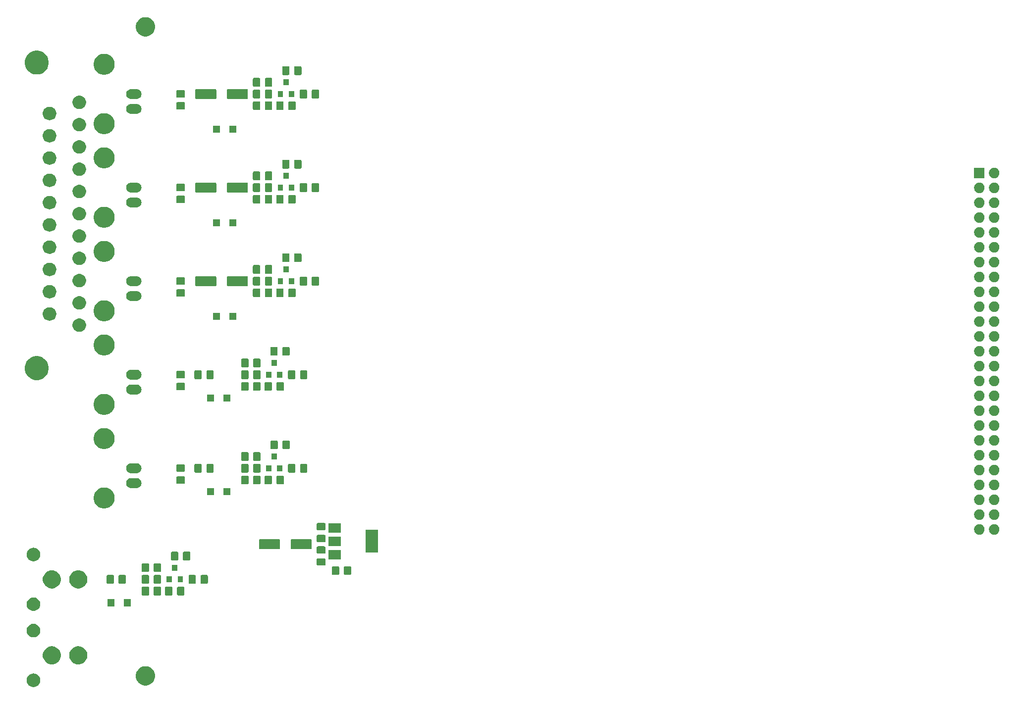
<source format=gbr>
G04 #@! TF.GenerationSoftware,KiCad,Pcbnew,(5.1.5)-2*
G04 #@! TF.CreationDate,2020-05-21T02:07:57+12:00*
G04 #@! TF.ProjectId,JVCard,4a564361-7264-42e6-9b69-6361645f7063,rev?*
G04 #@! TF.SameCoordinates,Original*
G04 #@! TF.FileFunction,Soldermask,Top*
G04 #@! TF.FilePolarity,Negative*
%FSLAX46Y46*%
G04 Gerber Fmt 4.6, Leading zero omitted, Abs format (unit mm)*
G04 Created by KiCad (PCBNEW (5.1.5)-2) date 2020-05-21 02:07:57*
%MOMM*%
%LPD*%
G04 APERTURE LIST*
%ADD10C,0.100000*%
G04 APERTURE END LIST*
D10*
G36*
X-58925451Y-130121116D02*
G01*
X-58814266Y-130143232D01*
X-58604797Y-130229997D01*
X-58416280Y-130355960D01*
X-58255960Y-130516280D01*
X-58129997Y-130704797D01*
X-58043232Y-130914266D01*
X-57999000Y-131136636D01*
X-57999000Y-131363364D01*
X-58043232Y-131585734D01*
X-58129997Y-131795203D01*
X-58255960Y-131983720D01*
X-58416280Y-132144040D01*
X-58604797Y-132270003D01*
X-58814266Y-132356768D01*
X-58925451Y-132378884D01*
X-59036635Y-132401000D01*
X-59263365Y-132401000D01*
X-59374549Y-132378884D01*
X-59485734Y-132356768D01*
X-59695203Y-132270003D01*
X-59883720Y-132144040D01*
X-60044040Y-131983720D01*
X-60170003Y-131795203D01*
X-60256768Y-131585734D01*
X-60301000Y-131363364D01*
X-60301000Y-131136636D01*
X-60256768Y-130914266D01*
X-60170003Y-130704797D01*
X-60044040Y-130516280D01*
X-59883720Y-130355960D01*
X-59695203Y-130229997D01*
X-59485734Y-130143232D01*
X-59374549Y-130121116D01*
X-59263365Y-130099000D01*
X-59036635Y-130099000D01*
X-58925451Y-130121116D01*
G37*
G36*
X-39624744Y-128891298D02*
G01*
X-39518421Y-128912447D01*
X-39217958Y-129036903D01*
X-38947549Y-129217585D01*
X-38717585Y-129447549D01*
X-38717584Y-129447551D01*
X-38536902Y-129717960D01*
X-38412447Y-130018422D01*
X-38349000Y-130337389D01*
X-38349000Y-130662611D01*
X-38357392Y-130704799D01*
X-38412447Y-130981579D01*
X-38536903Y-131282042D01*
X-38717585Y-131552451D01*
X-38947549Y-131782415D01*
X-39217958Y-131963097D01*
X-39518421Y-132087553D01*
X-39624744Y-132108702D01*
X-39837389Y-132151000D01*
X-40162611Y-132151000D01*
X-40375256Y-132108702D01*
X-40481579Y-132087553D01*
X-40782042Y-131963097D01*
X-41052451Y-131782415D01*
X-41282415Y-131552451D01*
X-41463097Y-131282042D01*
X-41587553Y-130981579D01*
X-41642608Y-130704799D01*
X-41651000Y-130662611D01*
X-41651000Y-130337389D01*
X-41587553Y-130018422D01*
X-41463098Y-129717960D01*
X-41282416Y-129447551D01*
X-41282415Y-129447549D01*
X-41052451Y-129217585D01*
X-40782042Y-129036903D01*
X-40481579Y-128912447D01*
X-40375256Y-128891298D01*
X-40162611Y-128849000D01*
X-39837389Y-128849000D01*
X-39624744Y-128891298D01*
G37*
G36*
X-55697415Y-125478802D02*
G01*
X-55547590Y-125508604D01*
X-55265326Y-125625521D01*
X-55011295Y-125795259D01*
X-54795259Y-126011295D01*
X-54625521Y-126265326D01*
X-54508604Y-126547590D01*
X-54449000Y-126847240D01*
X-54449000Y-127152760D01*
X-54508604Y-127452410D01*
X-54625521Y-127734674D01*
X-54795259Y-127988705D01*
X-55011295Y-128204741D01*
X-55265326Y-128374479D01*
X-55547590Y-128491396D01*
X-55697415Y-128521198D01*
X-55847239Y-128551000D01*
X-56152761Y-128551000D01*
X-56302585Y-128521198D01*
X-56452410Y-128491396D01*
X-56734674Y-128374479D01*
X-56988705Y-128204741D01*
X-57204741Y-127988705D01*
X-57374479Y-127734674D01*
X-57491396Y-127452410D01*
X-57551000Y-127152760D01*
X-57551000Y-126847240D01*
X-57491396Y-126547590D01*
X-57374479Y-126265326D01*
X-57204741Y-126011295D01*
X-56988705Y-125795259D01*
X-56734674Y-125625521D01*
X-56452410Y-125508604D01*
X-56302585Y-125478802D01*
X-56152761Y-125449000D01*
X-55847239Y-125449000D01*
X-55697415Y-125478802D01*
G37*
G36*
X-51197415Y-125478802D02*
G01*
X-51047590Y-125508604D01*
X-50765326Y-125625521D01*
X-50511295Y-125795259D01*
X-50295259Y-126011295D01*
X-50125521Y-126265326D01*
X-50008604Y-126547590D01*
X-49949000Y-126847240D01*
X-49949000Y-127152760D01*
X-50008604Y-127452410D01*
X-50125521Y-127734674D01*
X-50295259Y-127988705D01*
X-50511295Y-128204741D01*
X-50765326Y-128374479D01*
X-51047590Y-128491396D01*
X-51197415Y-128521198D01*
X-51347239Y-128551000D01*
X-51652761Y-128551000D01*
X-51802585Y-128521198D01*
X-51952410Y-128491396D01*
X-52234674Y-128374479D01*
X-52488705Y-128204741D01*
X-52704741Y-127988705D01*
X-52874479Y-127734674D01*
X-52991396Y-127452410D01*
X-53051000Y-127152760D01*
X-53051000Y-126847240D01*
X-52991396Y-126547590D01*
X-52874479Y-126265326D01*
X-52704741Y-126011295D01*
X-52488705Y-125795259D01*
X-52234674Y-125625521D01*
X-51952410Y-125508604D01*
X-51802585Y-125478802D01*
X-51652761Y-125449000D01*
X-51347239Y-125449000D01*
X-51197415Y-125478802D01*
G37*
G36*
X-58925451Y-121621116D02*
G01*
X-58814266Y-121643232D01*
X-58604797Y-121729997D01*
X-58416280Y-121855960D01*
X-58255960Y-122016280D01*
X-58129997Y-122204797D01*
X-58043232Y-122414266D01*
X-57999000Y-122636636D01*
X-57999000Y-122863364D01*
X-58043232Y-123085734D01*
X-58129997Y-123295203D01*
X-58255960Y-123483720D01*
X-58416280Y-123644040D01*
X-58604797Y-123770003D01*
X-58814266Y-123856768D01*
X-58925451Y-123878884D01*
X-59036635Y-123901000D01*
X-59263365Y-123901000D01*
X-59374549Y-123878884D01*
X-59485734Y-123856768D01*
X-59695203Y-123770003D01*
X-59883720Y-123644040D01*
X-60044040Y-123483720D01*
X-60170003Y-123295203D01*
X-60256768Y-123085734D01*
X-60301000Y-122863364D01*
X-60301000Y-122636636D01*
X-60256768Y-122414266D01*
X-60170003Y-122204797D01*
X-60044040Y-122016280D01*
X-59883720Y-121855960D01*
X-59695203Y-121729997D01*
X-59485734Y-121643232D01*
X-59374549Y-121621116D01*
X-59263365Y-121599000D01*
X-59036635Y-121599000D01*
X-58925451Y-121621116D01*
G37*
G36*
X-58925451Y-117121116D02*
G01*
X-58814266Y-117143232D01*
X-58604797Y-117229997D01*
X-58416280Y-117355960D01*
X-58255960Y-117516280D01*
X-58129997Y-117704797D01*
X-58043232Y-117914266D01*
X-57999000Y-118136636D01*
X-57999000Y-118363364D01*
X-58043232Y-118585734D01*
X-58129997Y-118795203D01*
X-58255960Y-118983720D01*
X-58416280Y-119144040D01*
X-58604797Y-119270003D01*
X-58814266Y-119356768D01*
X-58925451Y-119378884D01*
X-59036635Y-119401000D01*
X-59263365Y-119401000D01*
X-59374549Y-119378884D01*
X-59485734Y-119356768D01*
X-59695203Y-119270003D01*
X-59883720Y-119144040D01*
X-60044040Y-118983720D01*
X-60170003Y-118795203D01*
X-60256768Y-118585734D01*
X-60301000Y-118363364D01*
X-60301000Y-118136636D01*
X-60256768Y-117914266D01*
X-60170003Y-117704797D01*
X-60044040Y-117516280D01*
X-59883720Y-117355960D01*
X-59695203Y-117229997D01*
X-59485734Y-117143232D01*
X-59374549Y-117121116D01*
X-59263365Y-117099000D01*
X-59036635Y-117099000D01*
X-58925451Y-117121116D01*
G37*
G36*
X-45299000Y-118601000D02*
G01*
X-46501000Y-118601000D01*
X-46501000Y-117399000D01*
X-45299000Y-117399000D01*
X-45299000Y-118601000D01*
G37*
G36*
X-42499000Y-118601000D02*
G01*
X-43701000Y-118601000D01*
X-43701000Y-117399000D01*
X-42499000Y-117399000D01*
X-42499000Y-118601000D01*
G37*
G36*
X-33511326Y-115253465D02*
G01*
X-33473633Y-115264899D01*
X-33438897Y-115283466D01*
X-33408452Y-115308452D01*
X-33383466Y-115338897D01*
X-33364899Y-115373633D01*
X-33353465Y-115411326D01*
X-33349000Y-115456661D01*
X-33349000Y-116543339D01*
X-33353465Y-116588674D01*
X-33364899Y-116626367D01*
X-33383466Y-116661103D01*
X-33408452Y-116691548D01*
X-33438897Y-116716534D01*
X-33473633Y-116735101D01*
X-33511326Y-116746535D01*
X-33556661Y-116751000D01*
X-34393339Y-116751000D01*
X-34438674Y-116746535D01*
X-34476367Y-116735101D01*
X-34511103Y-116716534D01*
X-34541548Y-116691548D01*
X-34566534Y-116661103D01*
X-34585101Y-116626367D01*
X-34596535Y-116588674D01*
X-34601000Y-116543339D01*
X-34601000Y-115456661D01*
X-34596535Y-115411326D01*
X-34585101Y-115373633D01*
X-34566534Y-115338897D01*
X-34541548Y-115308452D01*
X-34511103Y-115283466D01*
X-34476367Y-115264899D01*
X-34438674Y-115253465D01*
X-34393339Y-115249000D01*
X-33556661Y-115249000D01*
X-33511326Y-115253465D01*
G37*
G36*
X-35561326Y-115253465D02*
G01*
X-35523633Y-115264899D01*
X-35488897Y-115283466D01*
X-35458452Y-115308452D01*
X-35433466Y-115338897D01*
X-35414899Y-115373633D01*
X-35403465Y-115411326D01*
X-35399000Y-115456661D01*
X-35399000Y-116543339D01*
X-35403465Y-116588674D01*
X-35414899Y-116626367D01*
X-35433466Y-116661103D01*
X-35458452Y-116691548D01*
X-35488897Y-116716534D01*
X-35523633Y-116735101D01*
X-35561326Y-116746535D01*
X-35606661Y-116751000D01*
X-36443339Y-116751000D01*
X-36488674Y-116746535D01*
X-36526367Y-116735101D01*
X-36561103Y-116716534D01*
X-36591548Y-116691548D01*
X-36616534Y-116661103D01*
X-36635101Y-116626367D01*
X-36646535Y-116588674D01*
X-36651000Y-116543339D01*
X-36651000Y-115456661D01*
X-36646535Y-115411326D01*
X-36635101Y-115373633D01*
X-36616534Y-115338897D01*
X-36591548Y-115308452D01*
X-36561103Y-115283466D01*
X-36526367Y-115264899D01*
X-36488674Y-115253465D01*
X-36443339Y-115249000D01*
X-35606661Y-115249000D01*
X-35561326Y-115253465D01*
G37*
G36*
X-37511326Y-115253465D02*
G01*
X-37473633Y-115264899D01*
X-37438897Y-115283466D01*
X-37408452Y-115308452D01*
X-37383466Y-115338897D01*
X-37364899Y-115373633D01*
X-37353465Y-115411326D01*
X-37349000Y-115456661D01*
X-37349000Y-116543339D01*
X-37353465Y-116588674D01*
X-37364899Y-116626367D01*
X-37383466Y-116661103D01*
X-37408452Y-116691548D01*
X-37438897Y-116716534D01*
X-37473633Y-116735101D01*
X-37511326Y-116746535D01*
X-37556661Y-116751000D01*
X-38393339Y-116751000D01*
X-38438674Y-116746535D01*
X-38476367Y-116735101D01*
X-38511103Y-116716534D01*
X-38541548Y-116691548D01*
X-38566534Y-116661103D01*
X-38585101Y-116626367D01*
X-38596535Y-116588674D01*
X-38601000Y-116543339D01*
X-38601000Y-115456661D01*
X-38596535Y-115411326D01*
X-38585101Y-115373633D01*
X-38566534Y-115338897D01*
X-38541548Y-115308452D01*
X-38511103Y-115283466D01*
X-38476367Y-115264899D01*
X-38438674Y-115253465D01*
X-38393339Y-115249000D01*
X-37556661Y-115249000D01*
X-37511326Y-115253465D01*
G37*
G36*
X-39561326Y-115253465D02*
G01*
X-39523633Y-115264899D01*
X-39488897Y-115283466D01*
X-39458452Y-115308452D01*
X-39433466Y-115338897D01*
X-39414899Y-115373633D01*
X-39403465Y-115411326D01*
X-39399000Y-115456661D01*
X-39399000Y-116543339D01*
X-39403465Y-116588674D01*
X-39414899Y-116626367D01*
X-39433466Y-116661103D01*
X-39458452Y-116691548D01*
X-39488897Y-116716534D01*
X-39523633Y-116735101D01*
X-39561326Y-116746535D01*
X-39606661Y-116751000D01*
X-40443339Y-116751000D01*
X-40488674Y-116746535D01*
X-40526367Y-116735101D01*
X-40561103Y-116716534D01*
X-40591548Y-116691548D01*
X-40616534Y-116661103D01*
X-40635101Y-116626367D01*
X-40646535Y-116588674D01*
X-40651000Y-116543339D01*
X-40651000Y-115456661D01*
X-40646535Y-115411326D01*
X-40635101Y-115373633D01*
X-40616534Y-115338897D01*
X-40591548Y-115308452D01*
X-40561103Y-115283466D01*
X-40526367Y-115264899D01*
X-40488674Y-115253465D01*
X-40443339Y-115249000D01*
X-39606661Y-115249000D01*
X-39561326Y-115253465D01*
G37*
G36*
X-55697415Y-112478802D02*
G01*
X-55547590Y-112508604D01*
X-55265326Y-112625521D01*
X-55011295Y-112795259D01*
X-54795259Y-113011295D01*
X-54625521Y-113265326D01*
X-54508604Y-113547590D01*
X-54449000Y-113847240D01*
X-54449000Y-114152760D01*
X-54508604Y-114452410D01*
X-54625521Y-114734674D01*
X-54795259Y-114988705D01*
X-55011295Y-115204741D01*
X-55265326Y-115374479D01*
X-55547590Y-115491396D01*
X-55697289Y-115521173D01*
X-55847239Y-115551000D01*
X-56152761Y-115551000D01*
X-56302711Y-115521173D01*
X-56452410Y-115491396D01*
X-56734674Y-115374479D01*
X-56988705Y-115204741D01*
X-57204741Y-114988705D01*
X-57374479Y-114734674D01*
X-57491396Y-114452410D01*
X-57551000Y-114152760D01*
X-57551000Y-113847240D01*
X-57491396Y-113547590D01*
X-57374479Y-113265326D01*
X-57204741Y-113011295D01*
X-56988705Y-112795259D01*
X-56734674Y-112625521D01*
X-56452410Y-112508604D01*
X-56302585Y-112478802D01*
X-56152761Y-112449000D01*
X-55847239Y-112449000D01*
X-55697415Y-112478802D01*
G37*
G36*
X-51197415Y-112478802D02*
G01*
X-51047590Y-112508604D01*
X-50765326Y-112625521D01*
X-50511295Y-112795259D01*
X-50295259Y-113011295D01*
X-50125521Y-113265326D01*
X-50008604Y-113547590D01*
X-49949000Y-113847240D01*
X-49949000Y-114152760D01*
X-50008604Y-114452410D01*
X-50125521Y-114734674D01*
X-50295259Y-114988705D01*
X-50511295Y-115204741D01*
X-50765326Y-115374479D01*
X-51047590Y-115491396D01*
X-51197289Y-115521173D01*
X-51347239Y-115551000D01*
X-51652761Y-115551000D01*
X-51802711Y-115521173D01*
X-51952410Y-115491396D01*
X-52234674Y-115374479D01*
X-52488705Y-115204741D01*
X-52704741Y-114988705D01*
X-52874479Y-114734674D01*
X-52991396Y-114452410D01*
X-53051000Y-114152760D01*
X-53051000Y-113847240D01*
X-52991396Y-113547590D01*
X-52874479Y-113265326D01*
X-52704741Y-113011295D01*
X-52488705Y-112795259D01*
X-52234674Y-112625521D01*
X-51952410Y-112508604D01*
X-51802585Y-112478802D01*
X-51652761Y-112449000D01*
X-51347239Y-112449000D01*
X-51197415Y-112478802D01*
G37*
G36*
X-43511326Y-113253465D02*
G01*
X-43473633Y-113264899D01*
X-43438897Y-113283466D01*
X-43408452Y-113308452D01*
X-43383466Y-113338897D01*
X-43364899Y-113373633D01*
X-43353465Y-113411326D01*
X-43349000Y-113456661D01*
X-43349000Y-114543339D01*
X-43353465Y-114588674D01*
X-43364899Y-114626367D01*
X-43383466Y-114661103D01*
X-43408452Y-114691548D01*
X-43438897Y-114716534D01*
X-43473633Y-114735101D01*
X-43511326Y-114746535D01*
X-43556661Y-114751000D01*
X-44393339Y-114751000D01*
X-44438674Y-114746535D01*
X-44476367Y-114735101D01*
X-44511103Y-114716534D01*
X-44541548Y-114691548D01*
X-44566534Y-114661103D01*
X-44585101Y-114626367D01*
X-44596535Y-114588674D01*
X-44601000Y-114543339D01*
X-44601000Y-113456661D01*
X-44596535Y-113411326D01*
X-44585101Y-113373633D01*
X-44566534Y-113338897D01*
X-44541548Y-113308452D01*
X-44511103Y-113283466D01*
X-44476367Y-113264899D01*
X-44438674Y-113253465D01*
X-44393339Y-113249000D01*
X-43556661Y-113249000D01*
X-43511326Y-113253465D01*
G37*
G36*
X-45561326Y-113253465D02*
G01*
X-45523633Y-113264899D01*
X-45488897Y-113283466D01*
X-45458452Y-113308452D01*
X-45433466Y-113338897D01*
X-45414899Y-113373633D01*
X-45403465Y-113411326D01*
X-45399000Y-113456661D01*
X-45399000Y-114543339D01*
X-45403465Y-114588674D01*
X-45414899Y-114626367D01*
X-45433466Y-114661103D01*
X-45458452Y-114691548D01*
X-45488897Y-114716534D01*
X-45523633Y-114735101D01*
X-45561326Y-114746535D01*
X-45606661Y-114751000D01*
X-46443339Y-114751000D01*
X-46488674Y-114746535D01*
X-46526367Y-114735101D01*
X-46561103Y-114716534D01*
X-46591548Y-114691548D01*
X-46616534Y-114661103D01*
X-46635101Y-114626367D01*
X-46646535Y-114588674D01*
X-46651000Y-114543339D01*
X-46651000Y-113456661D01*
X-46646535Y-113411326D01*
X-46635101Y-113373633D01*
X-46616534Y-113338897D01*
X-46591548Y-113308452D01*
X-46561103Y-113283466D01*
X-46526367Y-113264899D01*
X-46488674Y-113253465D01*
X-46443339Y-113249000D01*
X-45606661Y-113249000D01*
X-45561326Y-113253465D01*
G37*
G36*
X-31561326Y-113253465D02*
G01*
X-31523633Y-113264899D01*
X-31488897Y-113283466D01*
X-31458452Y-113308452D01*
X-31433466Y-113338897D01*
X-31414899Y-113373633D01*
X-31403465Y-113411326D01*
X-31399000Y-113456661D01*
X-31399000Y-114543339D01*
X-31403465Y-114588674D01*
X-31414899Y-114626367D01*
X-31433466Y-114661103D01*
X-31458452Y-114691548D01*
X-31488897Y-114716534D01*
X-31523633Y-114735101D01*
X-31561326Y-114746535D01*
X-31606661Y-114751000D01*
X-32443339Y-114751000D01*
X-32488674Y-114746535D01*
X-32526367Y-114735101D01*
X-32561103Y-114716534D01*
X-32591548Y-114691548D01*
X-32616534Y-114661103D01*
X-32635101Y-114626367D01*
X-32646535Y-114588674D01*
X-32651000Y-114543339D01*
X-32651000Y-113456661D01*
X-32646535Y-113411326D01*
X-32635101Y-113373633D01*
X-32616534Y-113338897D01*
X-32591548Y-113308452D01*
X-32561103Y-113283466D01*
X-32526367Y-113264899D01*
X-32488674Y-113253465D01*
X-32443339Y-113249000D01*
X-31606661Y-113249000D01*
X-31561326Y-113253465D01*
G37*
G36*
X-29511326Y-113253465D02*
G01*
X-29473633Y-113264899D01*
X-29438897Y-113283466D01*
X-29408452Y-113308452D01*
X-29383466Y-113338897D01*
X-29364899Y-113373633D01*
X-29353465Y-113411326D01*
X-29349000Y-113456661D01*
X-29349000Y-114543339D01*
X-29353465Y-114588674D01*
X-29364899Y-114626367D01*
X-29383466Y-114661103D01*
X-29408452Y-114691548D01*
X-29438897Y-114716534D01*
X-29473633Y-114735101D01*
X-29511326Y-114746535D01*
X-29556661Y-114751000D01*
X-30393339Y-114751000D01*
X-30438674Y-114746535D01*
X-30476367Y-114735101D01*
X-30511103Y-114716534D01*
X-30541548Y-114691548D01*
X-30566534Y-114661103D01*
X-30585101Y-114626367D01*
X-30596535Y-114588674D01*
X-30601000Y-114543339D01*
X-30601000Y-113456661D01*
X-30596535Y-113411326D01*
X-30585101Y-113373633D01*
X-30566534Y-113338897D01*
X-30541548Y-113308452D01*
X-30511103Y-113283466D01*
X-30476367Y-113264899D01*
X-30438674Y-113253465D01*
X-30393339Y-113249000D01*
X-29556661Y-113249000D01*
X-29511326Y-113253465D01*
G37*
G36*
X-37511326Y-113253465D02*
G01*
X-37473633Y-113264899D01*
X-37438897Y-113283466D01*
X-37408452Y-113308452D01*
X-37383466Y-113338897D01*
X-37364899Y-113373633D01*
X-37353465Y-113411326D01*
X-37349000Y-113456661D01*
X-37349000Y-114543339D01*
X-37353465Y-114588674D01*
X-37364899Y-114626367D01*
X-37383466Y-114661103D01*
X-37408452Y-114691548D01*
X-37438897Y-114716534D01*
X-37473633Y-114735101D01*
X-37511326Y-114746535D01*
X-37556661Y-114751000D01*
X-38393339Y-114751000D01*
X-38438674Y-114746535D01*
X-38476367Y-114735101D01*
X-38511103Y-114716534D01*
X-38541548Y-114691548D01*
X-38566534Y-114661103D01*
X-38585101Y-114626367D01*
X-38596535Y-114588674D01*
X-38601000Y-114543339D01*
X-38601000Y-113456661D01*
X-38596535Y-113411326D01*
X-38585101Y-113373633D01*
X-38566534Y-113338897D01*
X-38541548Y-113308452D01*
X-38511103Y-113283466D01*
X-38476367Y-113264899D01*
X-38438674Y-113253465D01*
X-38393339Y-113249000D01*
X-37556661Y-113249000D01*
X-37511326Y-113253465D01*
G37*
G36*
X-39561326Y-113253465D02*
G01*
X-39523633Y-113264899D01*
X-39488897Y-113283466D01*
X-39458452Y-113308452D01*
X-39433466Y-113338897D01*
X-39414899Y-113373633D01*
X-39403465Y-113411326D01*
X-39399000Y-113456661D01*
X-39399000Y-114543339D01*
X-39403465Y-114588674D01*
X-39414899Y-114626367D01*
X-39433466Y-114661103D01*
X-39458452Y-114691548D01*
X-39488897Y-114716534D01*
X-39523633Y-114735101D01*
X-39561326Y-114746535D01*
X-39606661Y-114751000D01*
X-40443339Y-114751000D01*
X-40488674Y-114746535D01*
X-40526367Y-114735101D01*
X-40561103Y-114716534D01*
X-40591548Y-114691548D01*
X-40616534Y-114661103D01*
X-40635101Y-114626367D01*
X-40646535Y-114588674D01*
X-40651000Y-114543339D01*
X-40651000Y-113456661D01*
X-40646535Y-113411326D01*
X-40635101Y-113373633D01*
X-40616534Y-113338897D01*
X-40591548Y-113308452D01*
X-40561103Y-113283466D01*
X-40526367Y-113264899D01*
X-40488674Y-113253465D01*
X-40443339Y-113249000D01*
X-39606661Y-113249000D01*
X-39561326Y-113253465D01*
G37*
G36*
X-35499000Y-114501000D02*
G01*
X-36401000Y-114501000D01*
X-36401000Y-113499000D01*
X-35499000Y-113499000D01*
X-35499000Y-114501000D01*
G37*
G36*
X-33599000Y-114501000D02*
G01*
X-34501000Y-114501000D01*
X-34501000Y-113499000D01*
X-33599000Y-113499000D01*
X-33599000Y-114501000D01*
G37*
G36*
X-5011326Y-111753465D02*
G01*
X-4973633Y-111764899D01*
X-4938897Y-111783466D01*
X-4908452Y-111808452D01*
X-4883466Y-111838897D01*
X-4864899Y-111873633D01*
X-4853465Y-111911326D01*
X-4849000Y-111956661D01*
X-4849000Y-113043339D01*
X-4853465Y-113088674D01*
X-4864899Y-113126367D01*
X-4883466Y-113161103D01*
X-4908452Y-113191548D01*
X-4938897Y-113216534D01*
X-4973633Y-113235101D01*
X-5011326Y-113246535D01*
X-5056661Y-113251000D01*
X-5893339Y-113251000D01*
X-5938674Y-113246535D01*
X-5976367Y-113235101D01*
X-6011103Y-113216534D01*
X-6041548Y-113191548D01*
X-6066534Y-113161103D01*
X-6085101Y-113126367D01*
X-6096535Y-113088674D01*
X-6101000Y-113043339D01*
X-6101000Y-111956661D01*
X-6096535Y-111911326D01*
X-6085101Y-111873633D01*
X-6066534Y-111838897D01*
X-6041548Y-111808452D01*
X-6011103Y-111783466D01*
X-5976367Y-111764899D01*
X-5938674Y-111753465D01*
X-5893339Y-111749000D01*
X-5056661Y-111749000D01*
X-5011326Y-111753465D01*
G37*
G36*
X-7061326Y-111753465D02*
G01*
X-7023633Y-111764899D01*
X-6988897Y-111783466D01*
X-6958452Y-111808452D01*
X-6933466Y-111838897D01*
X-6914899Y-111873633D01*
X-6903465Y-111911326D01*
X-6899000Y-111956661D01*
X-6899000Y-113043339D01*
X-6903465Y-113088674D01*
X-6914899Y-113126367D01*
X-6933466Y-113161103D01*
X-6958452Y-113191548D01*
X-6988897Y-113216534D01*
X-7023633Y-113235101D01*
X-7061326Y-113246535D01*
X-7106661Y-113251000D01*
X-7943339Y-113251000D01*
X-7988674Y-113246535D01*
X-8026367Y-113235101D01*
X-8061103Y-113216534D01*
X-8091548Y-113191548D01*
X-8116534Y-113161103D01*
X-8135101Y-113126367D01*
X-8146535Y-113088674D01*
X-8151000Y-113043339D01*
X-8151000Y-111956661D01*
X-8146535Y-111911326D01*
X-8135101Y-111873633D01*
X-8116534Y-111838897D01*
X-8091548Y-111808452D01*
X-8061103Y-111783466D01*
X-8026367Y-111764899D01*
X-7988674Y-111753465D01*
X-7943339Y-111749000D01*
X-7106661Y-111749000D01*
X-7061326Y-111753465D01*
G37*
G36*
X-39561326Y-111253465D02*
G01*
X-39523633Y-111264899D01*
X-39488897Y-111283466D01*
X-39458452Y-111308452D01*
X-39433466Y-111338897D01*
X-39414899Y-111373633D01*
X-39403465Y-111411326D01*
X-39399000Y-111456661D01*
X-39399000Y-112543339D01*
X-39403465Y-112588674D01*
X-39414899Y-112626367D01*
X-39433466Y-112661103D01*
X-39458452Y-112691548D01*
X-39488897Y-112716534D01*
X-39523633Y-112735101D01*
X-39561326Y-112746535D01*
X-39606661Y-112751000D01*
X-40443339Y-112751000D01*
X-40488674Y-112746535D01*
X-40526367Y-112735101D01*
X-40561103Y-112716534D01*
X-40591548Y-112691548D01*
X-40616534Y-112661103D01*
X-40635101Y-112626367D01*
X-40646535Y-112588674D01*
X-40651000Y-112543339D01*
X-40651000Y-111456661D01*
X-40646535Y-111411326D01*
X-40635101Y-111373633D01*
X-40616534Y-111338897D01*
X-40591548Y-111308452D01*
X-40561103Y-111283466D01*
X-40526367Y-111264899D01*
X-40488674Y-111253465D01*
X-40443339Y-111249000D01*
X-39606661Y-111249000D01*
X-39561326Y-111253465D01*
G37*
G36*
X-37511326Y-111253465D02*
G01*
X-37473633Y-111264899D01*
X-37438897Y-111283466D01*
X-37408452Y-111308452D01*
X-37383466Y-111338897D01*
X-37364899Y-111373633D01*
X-37353465Y-111411326D01*
X-37349000Y-111456661D01*
X-37349000Y-112543339D01*
X-37353465Y-112588674D01*
X-37364899Y-112626367D01*
X-37383466Y-112661103D01*
X-37408452Y-112691548D01*
X-37438897Y-112716534D01*
X-37473633Y-112735101D01*
X-37511326Y-112746535D01*
X-37556661Y-112751000D01*
X-38393339Y-112751000D01*
X-38438674Y-112746535D01*
X-38476367Y-112735101D01*
X-38511103Y-112716534D01*
X-38541548Y-112691548D01*
X-38566534Y-112661103D01*
X-38585101Y-112626367D01*
X-38596535Y-112588674D01*
X-38601000Y-112543339D01*
X-38601000Y-111456661D01*
X-38596535Y-111411326D01*
X-38585101Y-111373633D01*
X-38566534Y-111338897D01*
X-38541548Y-111308452D01*
X-38511103Y-111283466D01*
X-38476367Y-111264899D01*
X-38438674Y-111253465D01*
X-38393339Y-111249000D01*
X-37556661Y-111249000D01*
X-37511326Y-111253465D01*
G37*
G36*
X-34549000Y-112501000D02*
G01*
X-35451000Y-112501000D01*
X-35451000Y-111499000D01*
X-34549000Y-111499000D01*
X-34549000Y-112501000D01*
G37*
G36*
X-9411326Y-110403465D02*
G01*
X-9373633Y-110414899D01*
X-9338897Y-110433466D01*
X-9308452Y-110458452D01*
X-9283466Y-110488897D01*
X-9264899Y-110523633D01*
X-9253465Y-110561326D01*
X-9249000Y-110606661D01*
X-9249000Y-111443339D01*
X-9253465Y-111488674D01*
X-9264899Y-111526367D01*
X-9283466Y-111561103D01*
X-9308452Y-111591548D01*
X-9338897Y-111616534D01*
X-9373633Y-111635101D01*
X-9411326Y-111646535D01*
X-9456661Y-111651000D01*
X-10543339Y-111651000D01*
X-10588674Y-111646535D01*
X-10626367Y-111635101D01*
X-10661103Y-111616534D01*
X-10691548Y-111591548D01*
X-10716534Y-111561103D01*
X-10735101Y-111526367D01*
X-10746535Y-111488674D01*
X-10751000Y-111443339D01*
X-10751000Y-110606661D01*
X-10746535Y-110561326D01*
X-10735101Y-110523633D01*
X-10716534Y-110488897D01*
X-10691548Y-110458452D01*
X-10661103Y-110433466D01*
X-10626367Y-110414899D01*
X-10588674Y-110403465D01*
X-10543339Y-110399000D01*
X-9456661Y-110399000D01*
X-9411326Y-110403465D01*
G37*
G36*
X-58925451Y-108621116D02*
G01*
X-58814266Y-108643232D01*
X-58604797Y-108729997D01*
X-58416280Y-108855960D01*
X-58255960Y-109016280D01*
X-58129997Y-109204797D01*
X-58051900Y-109393339D01*
X-58043232Y-109414267D01*
X-58006976Y-109596535D01*
X-57999000Y-109636636D01*
X-57999000Y-109863364D01*
X-58043232Y-110085734D01*
X-58129997Y-110295203D01*
X-58255960Y-110483720D01*
X-58416280Y-110644040D01*
X-58604797Y-110770003D01*
X-58814266Y-110856768D01*
X-58925451Y-110878884D01*
X-59036635Y-110901000D01*
X-59263365Y-110901000D01*
X-59374549Y-110878884D01*
X-59485734Y-110856768D01*
X-59695203Y-110770003D01*
X-59883720Y-110644040D01*
X-60044040Y-110483720D01*
X-60170003Y-110295203D01*
X-60256768Y-110085734D01*
X-60301000Y-109863364D01*
X-60301000Y-109636636D01*
X-60293023Y-109596535D01*
X-60256768Y-109414267D01*
X-60248099Y-109393339D01*
X-60170003Y-109204797D01*
X-60044040Y-109016280D01*
X-59883720Y-108855960D01*
X-59695203Y-108729997D01*
X-59485734Y-108643232D01*
X-59374549Y-108621116D01*
X-59263365Y-108599000D01*
X-59036635Y-108599000D01*
X-58925451Y-108621116D01*
G37*
G36*
X-32511326Y-109253465D02*
G01*
X-32473633Y-109264899D01*
X-32438897Y-109283466D01*
X-32408452Y-109308452D01*
X-32383466Y-109338897D01*
X-32364899Y-109373633D01*
X-32353465Y-109411326D01*
X-32349000Y-109456661D01*
X-32349000Y-110543339D01*
X-32353465Y-110588674D01*
X-32364899Y-110626367D01*
X-32383466Y-110661103D01*
X-32408452Y-110691548D01*
X-32438897Y-110716534D01*
X-32473633Y-110735101D01*
X-32511326Y-110746535D01*
X-32556661Y-110751000D01*
X-33393339Y-110751000D01*
X-33438674Y-110746535D01*
X-33476367Y-110735101D01*
X-33511103Y-110716534D01*
X-33541548Y-110691548D01*
X-33566534Y-110661103D01*
X-33585101Y-110626367D01*
X-33596535Y-110588674D01*
X-33601000Y-110543339D01*
X-33601000Y-109456661D01*
X-33596535Y-109411326D01*
X-33585101Y-109373633D01*
X-33566534Y-109338897D01*
X-33541548Y-109308452D01*
X-33511103Y-109283466D01*
X-33476367Y-109264899D01*
X-33438674Y-109253465D01*
X-33393339Y-109249000D01*
X-32556661Y-109249000D01*
X-32511326Y-109253465D01*
G37*
G36*
X-34561326Y-109253465D02*
G01*
X-34523633Y-109264899D01*
X-34488897Y-109283466D01*
X-34458452Y-109308452D01*
X-34433466Y-109338897D01*
X-34414899Y-109373633D01*
X-34403465Y-109411326D01*
X-34399000Y-109456661D01*
X-34399000Y-110543339D01*
X-34403465Y-110588674D01*
X-34414899Y-110626367D01*
X-34433466Y-110661103D01*
X-34458452Y-110691548D01*
X-34488897Y-110716534D01*
X-34523633Y-110735101D01*
X-34561326Y-110746535D01*
X-34606661Y-110751000D01*
X-35443339Y-110751000D01*
X-35488674Y-110746535D01*
X-35526367Y-110735101D01*
X-35561103Y-110716534D01*
X-35591548Y-110691548D01*
X-35616534Y-110661103D01*
X-35635101Y-110626367D01*
X-35646535Y-110588674D01*
X-35651000Y-110543339D01*
X-35651000Y-109456661D01*
X-35646535Y-109411326D01*
X-35635101Y-109373633D01*
X-35616534Y-109338897D01*
X-35591548Y-109308452D01*
X-35561103Y-109283466D01*
X-35526367Y-109264899D01*
X-35488674Y-109253465D01*
X-35443339Y-109249000D01*
X-34606661Y-109249000D01*
X-34561326Y-109253465D01*
G37*
G36*
X-6599000Y-110601000D02*
G01*
X-8701000Y-110601000D01*
X-8701000Y-108999000D01*
X-6599000Y-108999000D01*
X-6599000Y-110601000D01*
G37*
G36*
X-9411326Y-108353465D02*
G01*
X-9373633Y-108364899D01*
X-9338897Y-108383466D01*
X-9308452Y-108408452D01*
X-9283466Y-108438897D01*
X-9264899Y-108473633D01*
X-9253465Y-108511326D01*
X-9249000Y-108556661D01*
X-9249000Y-109393339D01*
X-9253465Y-109438674D01*
X-9264899Y-109476367D01*
X-9283466Y-109511103D01*
X-9308452Y-109541548D01*
X-9338897Y-109566534D01*
X-9373633Y-109585101D01*
X-9411326Y-109596535D01*
X-9456661Y-109601000D01*
X-10543339Y-109601000D01*
X-10588674Y-109596535D01*
X-10626367Y-109585101D01*
X-10661103Y-109566534D01*
X-10691548Y-109541548D01*
X-10716534Y-109511103D01*
X-10735101Y-109476367D01*
X-10746535Y-109438674D01*
X-10751000Y-109393339D01*
X-10751000Y-108556661D01*
X-10746535Y-108511326D01*
X-10735101Y-108473633D01*
X-10716534Y-108438897D01*
X-10691548Y-108408452D01*
X-10661103Y-108383466D01*
X-10626367Y-108364899D01*
X-10588674Y-108353465D01*
X-10543339Y-108349000D01*
X-9456661Y-108349000D01*
X-9411326Y-108353465D01*
G37*
G36*
X-299000Y-109451000D02*
G01*
X-2401000Y-109451000D01*
X-2401000Y-105549000D01*
X-299000Y-105549000D01*
X-299000Y-109451000D01*
G37*
G36*
X-11744003Y-107153051D02*
G01*
X-11710348Y-107163261D01*
X-11679335Y-107179838D01*
X-11652149Y-107202149D01*
X-11629838Y-107229335D01*
X-11613261Y-107260348D01*
X-11603051Y-107294003D01*
X-11599000Y-107335138D01*
X-11599000Y-108664862D01*
X-11603051Y-108705997D01*
X-11613261Y-108739652D01*
X-11629838Y-108770665D01*
X-11652149Y-108797851D01*
X-11679335Y-108820162D01*
X-11710348Y-108836739D01*
X-11744003Y-108846949D01*
X-11785138Y-108851000D01*
X-15014862Y-108851000D01*
X-15055997Y-108846949D01*
X-15089652Y-108836739D01*
X-15120665Y-108820162D01*
X-15147851Y-108797851D01*
X-15170162Y-108770665D01*
X-15186739Y-108739652D01*
X-15196949Y-108705997D01*
X-15201000Y-108664862D01*
X-15201000Y-107335138D01*
X-15196949Y-107294003D01*
X-15186739Y-107260348D01*
X-15170162Y-107229335D01*
X-15147851Y-107202149D01*
X-15120665Y-107179838D01*
X-15089652Y-107163261D01*
X-15055997Y-107153051D01*
X-15014862Y-107149000D01*
X-11785138Y-107149000D01*
X-11744003Y-107153051D01*
G37*
G36*
X-17144003Y-107153051D02*
G01*
X-17110348Y-107163261D01*
X-17079335Y-107179838D01*
X-17052149Y-107202149D01*
X-17029838Y-107229335D01*
X-17013261Y-107260348D01*
X-17003051Y-107294003D01*
X-16999000Y-107335138D01*
X-16999000Y-108664862D01*
X-17003051Y-108705997D01*
X-17013261Y-108739652D01*
X-17029838Y-108770665D01*
X-17052149Y-108797851D01*
X-17079335Y-108820162D01*
X-17110348Y-108836739D01*
X-17144003Y-108846949D01*
X-17185138Y-108851000D01*
X-20414862Y-108851000D01*
X-20455997Y-108846949D01*
X-20489652Y-108836739D01*
X-20520665Y-108820162D01*
X-20547851Y-108797851D01*
X-20570162Y-108770665D01*
X-20586739Y-108739652D01*
X-20596949Y-108705997D01*
X-20601000Y-108664862D01*
X-20601000Y-107335138D01*
X-20596949Y-107294003D01*
X-20586739Y-107260348D01*
X-20570162Y-107229335D01*
X-20547851Y-107202149D01*
X-20520665Y-107179838D01*
X-20489652Y-107163261D01*
X-20455997Y-107153051D01*
X-20414862Y-107149000D01*
X-17185138Y-107149000D01*
X-17144003Y-107153051D01*
G37*
G36*
X-6599000Y-108301000D02*
G01*
X-8701000Y-108301000D01*
X-8701000Y-106699000D01*
X-6599000Y-106699000D01*
X-6599000Y-108301000D01*
G37*
G36*
X-9411326Y-106403465D02*
G01*
X-9373633Y-106414899D01*
X-9338897Y-106433466D01*
X-9308452Y-106458452D01*
X-9283466Y-106488897D01*
X-9264899Y-106523633D01*
X-9253465Y-106561326D01*
X-9249000Y-106606661D01*
X-9249000Y-107443339D01*
X-9253465Y-107488674D01*
X-9264899Y-107526367D01*
X-9283466Y-107561103D01*
X-9308452Y-107591548D01*
X-9338897Y-107616534D01*
X-9373633Y-107635101D01*
X-9411326Y-107646535D01*
X-9456661Y-107651000D01*
X-10543339Y-107651000D01*
X-10588674Y-107646535D01*
X-10626367Y-107635101D01*
X-10661103Y-107616534D01*
X-10691548Y-107591548D01*
X-10716534Y-107561103D01*
X-10735101Y-107526367D01*
X-10746535Y-107488674D01*
X-10751000Y-107443339D01*
X-10751000Y-106606661D01*
X-10746535Y-106561326D01*
X-10735101Y-106523633D01*
X-10716534Y-106488897D01*
X-10691548Y-106458452D01*
X-10661103Y-106433466D01*
X-10626367Y-106414899D01*
X-10588674Y-106403465D01*
X-10543339Y-106399000D01*
X-9456661Y-106399000D01*
X-9411326Y-106403465D01*
G37*
G36*
X105153512Y-104563927D02*
G01*
X105302812Y-104593624D01*
X105466784Y-104661544D01*
X105614354Y-104760147D01*
X105739853Y-104885646D01*
X105838456Y-105033216D01*
X105906376Y-105197188D01*
X105932560Y-105328827D01*
X105941000Y-105371258D01*
X105941000Y-105548742D01*
X105939729Y-105555131D01*
X105906376Y-105722812D01*
X105838456Y-105886784D01*
X105739853Y-106034354D01*
X105614354Y-106159853D01*
X105466784Y-106258456D01*
X105302812Y-106326376D01*
X105153512Y-106356073D01*
X105128742Y-106361000D01*
X104951258Y-106361000D01*
X104926488Y-106356073D01*
X104777188Y-106326376D01*
X104613216Y-106258456D01*
X104465646Y-106159853D01*
X104340147Y-106034354D01*
X104241544Y-105886784D01*
X104173624Y-105722812D01*
X104140271Y-105555131D01*
X104139000Y-105548742D01*
X104139000Y-105371258D01*
X104147440Y-105328827D01*
X104173624Y-105197188D01*
X104241544Y-105033216D01*
X104340147Y-104885646D01*
X104465646Y-104760147D01*
X104613216Y-104661544D01*
X104777188Y-104593624D01*
X104926488Y-104563927D01*
X104951258Y-104559000D01*
X105128742Y-104559000D01*
X105153512Y-104563927D01*
G37*
G36*
X102613512Y-104563927D02*
G01*
X102762812Y-104593624D01*
X102926784Y-104661544D01*
X103074354Y-104760147D01*
X103199853Y-104885646D01*
X103298456Y-105033216D01*
X103366376Y-105197188D01*
X103392560Y-105328827D01*
X103401000Y-105371258D01*
X103401000Y-105548742D01*
X103399729Y-105555131D01*
X103366376Y-105722812D01*
X103298456Y-105886784D01*
X103199853Y-106034354D01*
X103074354Y-106159853D01*
X102926784Y-106258456D01*
X102762812Y-106326376D01*
X102613512Y-106356073D01*
X102588742Y-106361000D01*
X102411258Y-106361000D01*
X102386488Y-106356073D01*
X102237188Y-106326376D01*
X102073216Y-106258456D01*
X101925646Y-106159853D01*
X101800147Y-106034354D01*
X101701544Y-105886784D01*
X101633624Y-105722812D01*
X101600271Y-105555131D01*
X101599000Y-105548742D01*
X101599000Y-105371258D01*
X101607440Y-105328827D01*
X101633624Y-105197188D01*
X101701544Y-105033216D01*
X101800147Y-104885646D01*
X101925646Y-104760147D01*
X102073216Y-104661544D01*
X102237188Y-104593624D01*
X102386488Y-104563927D01*
X102411258Y-104559000D01*
X102588742Y-104559000D01*
X102613512Y-104563927D01*
G37*
G36*
X-6599000Y-106001000D02*
G01*
X-8701000Y-106001000D01*
X-8701000Y-104399000D01*
X-6599000Y-104399000D01*
X-6599000Y-106001000D01*
G37*
G36*
X-9411326Y-104353465D02*
G01*
X-9373633Y-104364899D01*
X-9338897Y-104383466D01*
X-9308452Y-104408452D01*
X-9283466Y-104438897D01*
X-9264899Y-104473633D01*
X-9253465Y-104511326D01*
X-9249000Y-104556661D01*
X-9249000Y-105393339D01*
X-9253465Y-105438674D01*
X-9264899Y-105476367D01*
X-9283466Y-105511103D01*
X-9308452Y-105541548D01*
X-9338897Y-105566534D01*
X-9373633Y-105585101D01*
X-9411326Y-105596535D01*
X-9456661Y-105601000D01*
X-10543339Y-105601000D01*
X-10588674Y-105596535D01*
X-10626367Y-105585101D01*
X-10661103Y-105566534D01*
X-10691548Y-105541548D01*
X-10716534Y-105511103D01*
X-10735101Y-105476367D01*
X-10746535Y-105438674D01*
X-10751000Y-105393339D01*
X-10751000Y-104556661D01*
X-10746535Y-104511326D01*
X-10735101Y-104473633D01*
X-10716534Y-104438897D01*
X-10691548Y-104408452D01*
X-10661103Y-104383466D01*
X-10626367Y-104364899D01*
X-10588674Y-104353465D01*
X-10543339Y-104349000D01*
X-9456661Y-104349000D01*
X-9411326Y-104353465D01*
G37*
G36*
X105153512Y-102023927D02*
G01*
X105302812Y-102053624D01*
X105466784Y-102121544D01*
X105614354Y-102220147D01*
X105739853Y-102345646D01*
X105838456Y-102493216D01*
X105906376Y-102657188D01*
X105941000Y-102831259D01*
X105941000Y-103008741D01*
X105906376Y-103182812D01*
X105838456Y-103346784D01*
X105739853Y-103494354D01*
X105614354Y-103619853D01*
X105466784Y-103718456D01*
X105302812Y-103786376D01*
X105153512Y-103816073D01*
X105128742Y-103821000D01*
X104951258Y-103821000D01*
X104926488Y-103816073D01*
X104777188Y-103786376D01*
X104613216Y-103718456D01*
X104465646Y-103619853D01*
X104340147Y-103494354D01*
X104241544Y-103346784D01*
X104173624Y-103182812D01*
X104139000Y-103008741D01*
X104139000Y-102831259D01*
X104173624Y-102657188D01*
X104241544Y-102493216D01*
X104340147Y-102345646D01*
X104465646Y-102220147D01*
X104613216Y-102121544D01*
X104777188Y-102053624D01*
X104926488Y-102023927D01*
X104951258Y-102019000D01*
X105128742Y-102019000D01*
X105153512Y-102023927D01*
G37*
G36*
X102613512Y-102023927D02*
G01*
X102762812Y-102053624D01*
X102926784Y-102121544D01*
X103074354Y-102220147D01*
X103199853Y-102345646D01*
X103298456Y-102493216D01*
X103366376Y-102657188D01*
X103401000Y-102831259D01*
X103401000Y-103008741D01*
X103366376Y-103182812D01*
X103298456Y-103346784D01*
X103199853Y-103494354D01*
X103074354Y-103619853D01*
X102926784Y-103718456D01*
X102762812Y-103786376D01*
X102613512Y-103816073D01*
X102588742Y-103821000D01*
X102411258Y-103821000D01*
X102386488Y-103816073D01*
X102237188Y-103786376D01*
X102073216Y-103718456D01*
X101925646Y-103619853D01*
X101800147Y-103494354D01*
X101701544Y-103346784D01*
X101633624Y-103182812D01*
X101599000Y-103008741D01*
X101599000Y-102831259D01*
X101633624Y-102657188D01*
X101701544Y-102493216D01*
X101800147Y-102345646D01*
X101925646Y-102220147D01*
X102073216Y-102121544D01*
X102237188Y-102053624D01*
X102386488Y-102023927D01*
X102411258Y-102019000D01*
X102588742Y-102019000D01*
X102613512Y-102023927D01*
G37*
G36*
X-46554669Y-98348211D02*
G01*
X-46226908Y-98483974D01*
X-45931930Y-98681072D01*
X-45681072Y-98931930D01*
X-45483974Y-99226908D01*
X-45348211Y-99554669D01*
X-45279000Y-99902616D01*
X-45279000Y-100257384D01*
X-45348211Y-100605331D01*
X-45483974Y-100933092D01*
X-45681072Y-101228070D01*
X-45931930Y-101478928D01*
X-46226908Y-101676026D01*
X-46554669Y-101811789D01*
X-46902616Y-101881000D01*
X-47257384Y-101881000D01*
X-47605331Y-101811789D01*
X-47933092Y-101676026D01*
X-48228070Y-101478928D01*
X-48478928Y-101228070D01*
X-48676026Y-100933092D01*
X-48811789Y-100605331D01*
X-48881000Y-100257384D01*
X-48881000Y-99902616D01*
X-48811789Y-99554669D01*
X-48676026Y-99226908D01*
X-48478928Y-98931930D01*
X-48228070Y-98681072D01*
X-47933092Y-98483974D01*
X-47605331Y-98348211D01*
X-47257384Y-98279000D01*
X-46902616Y-98279000D01*
X-46554669Y-98348211D01*
G37*
G36*
X102613512Y-99483927D02*
G01*
X102762812Y-99513624D01*
X102926784Y-99581544D01*
X103074354Y-99680147D01*
X103199853Y-99805646D01*
X103298456Y-99953216D01*
X103366376Y-100117188D01*
X103401000Y-100291259D01*
X103401000Y-100468741D01*
X103366376Y-100642812D01*
X103298456Y-100806784D01*
X103199853Y-100954354D01*
X103074354Y-101079853D01*
X102926784Y-101178456D01*
X102762812Y-101246376D01*
X102613512Y-101276073D01*
X102588742Y-101281000D01*
X102411258Y-101281000D01*
X102386488Y-101276073D01*
X102237188Y-101246376D01*
X102073216Y-101178456D01*
X101925646Y-101079853D01*
X101800147Y-100954354D01*
X101701544Y-100806784D01*
X101633624Y-100642812D01*
X101599000Y-100468741D01*
X101599000Y-100291259D01*
X101633624Y-100117188D01*
X101701544Y-99953216D01*
X101800147Y-99805646D01*
X101925646Y-99680147D01*
X102073216Y-99581544D01*
X102237188Y-99513624D01*
X102386488Y-99483927D01*
X102411258Y-99479000D01*
X102588742Y-99479000D01*
X102613512Y-99483927D01*
G37*
G36*
X105153512Y-99483927D02*
G01*
X105302812Y-99513624D01*
X105466784Y-99581544D01*
X105614354Y-99680147D01*
X105739853Y-99805646D01*
X105838456Y-99953216D01*
X105906376Y-100117188D01*
X105941000Y-100291259D01*
X105941000Y-100468741D01*
X105906376Y-100642812D01*
X105838456Y-100806784D01*
X105739853Y-100954354D01*
X105614354Y-101079853D01*
X105466784Y-101178456D01*
X105302812Y-101246376D01*
X105153512Y-101276073D01*
X105128742Y-101281000D01*
X104951258Y-101281000D01*
X104926488Y-101276073D01*
X104777188Y-101246376D01*
X104613216Y-101178456D01*
X104465646Y-101079853D01*
X104340147Y-100954354D01*
X104241544Y-100806784D01*
X104173624Y-100642812D01*
X104139000Y-100468741D01*
X104139000Y-100291259D01*
X104173624Y-100117188D01*
X104241544Y-99953216D01*
X104340147Y-99805646D01*
X104465646Y-99680147D01*
X104613216Y-99581544D01*
X104777188Y-99513624D01*
X104926488Y-99483927D01*
X104951258Y-99479000D01*
X105128742Y-99479000D01*
X105153512Y-99483927D01*
G37*
G36*
X-28299000Y-99601000D02*
G01*
X-29501000Y-99601000D01*
X-29501000Y-98399000D01*
X-28299000Y-98399000D01*
X-28299000Y-99601000D01*
G37*
G36*
X-25499000Y-99601000D02*
G01*
X-26701000Y-99601000D01*
X-26701000Y-98399000D01*
X-25499000Y-98399000D01*
X-25499000Y-99601000D01*
G37*
G36*
X105153512Y-96943927D02*
G01*
X105302812Y-96973624D01*
X105466784Y-97041544D01*
X105614354Y-97140147D01*
X105739853Y-97265646D01*
X105838456Y-97413216D01*
X105906376Y-97577188D01*
X105923067Y-97661103D01*
X105940949Y-97751000D01*
X105941000Y-97751259D01*
X105941000Y-97928741D01*
X105906376Y-98102812D01*
X105838456Y-98266784D01*
X105739853Y-98414354D01*
X105614354Y-98539853D01*
X105466784Y-98638456D01*
X105302812Y-98706376D01*
X105153512Y-98736073D01*
X105128742Y-98741000D01*
X104951258Y-98741000D01*
X104926488Y-98736073D01*
X104777188Y-98706376D01*
X104613216Y-98638456D01*
X104465646Y-98539853D01*
X104340147Y-98414354D01*
X104241544Y-98266784D01*
X104173624Y-98102812D01*
X104139000Y-97928741D01*
X104139000Y-97751259D01*
X104139052Y-97751000D01*
X104156933Y-97661103D01*
X104173624Y-97577188D01*
X104241544Y-97413216D01*
X104340147Y-97265646D01*
X104465646Y-97140147D01*
X104613216Y-97041544D01*
X104777188Y-96973624D01*
X104926488Y-96943927D01*
X104951258Y-96939000D01*
X105128742Y-96939000D01*
X105153512Y-96943927D01*
G37*
G36*
X102613512Y-96943927D02*
G01*
X102762812Y-96973624D01*
X102926784Y-97041544D01*
X103074354Y-97140147D01*
X103199853Y-97265646D01*
X103298456Y-97413216D01*
X103366376Y-97577188D01*
X103383067Y-97661103D01*
X103400949Y-97751000D01*
X103401000Y-97751259D01*
X103401000Y-97928741D01*
X103366376Y-98102812D01*
X103298456Y-98266784D01*
X103199853Y-98414354D01*
X103074354Y-98539853D01*
X102926784Y-98638456D01*
X102762812Y-98706376D01*
X102613512Y-98736073D01*
X102588742Y-98741000D01*
X102411258Y-98741000D01*
X102386488Y-98736073D01*
X102237188Y-98706376D01*
X102073216Y-98638456D01*
X101925646Y-98539853D01*
X101800147Y-98414354D01*
X101701544Y-98266784D01*
X101633624Y-98102812D01*
X101599000Y-97928741D01*
X101599000Y-97751259D01*
X101599052Y-97751000D01*
X101616933Y-97661103D01*
X101633624Y-97577188D01*
X101701544Y-97413216D01*
X101800147Y-97265646D01*
X101925646Y-97140147D01*
X102073216Y-97041544D01*
X102237188Y-96973624D01*
X102386488Y-96943927D01*
X102411258Y-96939000D01*
X102588742Y-96939000D01*
X102613512Y-96943927D01*
G37*
G36*
X-41383177Y-96701313D02*
G01*
X-41222758Y-96749976D01*
X-41090094Y-96820886D01*
X-41074922Y-96828996D01*
X-40945341Y-96935341D01*
X-40838996Y-97064922D01*
X-40838995Y-97064924D01*
X-40759976Y-97212758D01*
X-40711313Y-97373177D01*
X-40694883Y-97540000D01*
X-40711313Y-97706823D01*
X-40759976Y-97867242D01*
X-40830886Y-97999906D01*
X-40838996Y-98015078D01*
X-40945341Y-98144659D01*
X-41074922Y-98251004D01*
X-41074924Y-98251005D01*
X-41222758Y-98330024D01*
X-41383177Y-98378687D01*
X-41508196Y-98391000D01*
X-42491804Y-98391000D01*
X-42616823Y-98378687D01*
X-42777242Y-98330024D01*
X-42925076Y-98251005D01*
X-42925078Y-98251004D01*
X-43054659Y-98144659D01*
X-43161004Y-98015078D01*
X-43169114Y-97999906D01*
X-43240024Y-97867242D01*
X-43288687Y-97706823D01*
X-43305117Y-97540000D01*
X-43288687Y-97373177D01*
X-43240024Y-97212758D01*
X-43161005Y-97064924D01*
X-43161004Y-97064922D01*
X-43054659Y-96935341D01*
X-42925078Y-96828996D01*
X-42909906Y-96820886D01*
X-42777242Y-96749976D01*
X-42616823Y-96701313D01*
X-42491804Y-96689000D01*
X-41508196Y-96689000D01*
X-41383177Y-96701313D01*
G37*
G36*
X-16511326Y-96253465D02*
G01*
X-16473633Y-96264899D01*
X-16438897Y-96283466D01*
X-16408452Y-96308452D01*
X-16383466Y-96338897D01*
X-16364899Y-96373633D01*
X-16353465Y-96411326D01*
X-16349000Y-96456661D01*
X-16349000Y-97543339D01*
X-16353465Y-97588674D01*
X-16364899Y-97626367D01*
X-16383466Y-97661103D01*
X-16408452Y-97691548D01*
X-16438897Y-97716534D01*
X-16473633Y-97735101D01*
X-16511326Y-97746535D01*
X-16556661Y-97751000D01*
X-17393339Y-97751000D01*
X-17438674Y-97746535D01*
X-17476367Y-97735101D01*
X-17511103Y-97716534D01*
X-17541548Y-97691548D01*
X-17566534Y-97661103D01*
X-17585101Y-97626367D01*
X-17596535Y-97588674D01*
X-17601000Y-97543339D01*
X-17601000Y-96456661D01*
X-17596535Y-96411326D01*
X-17585101Y-96373633D01*
X-17566534Y-96338897D01*
X-17541548Y-96308452D01*
X-17511103Y-96283466D01*
X-17476367Y-96264899D01*
X-17438674Y-96253465D01*
X-17393339Y-96249000D01*
X-16556661Y-96249000D01*
X-16511326Y-96253465D01*
G37*
G36*
X-20511326Y-96253465D02*
G01*
X-20473633Y-96264899D01*
X-20438897Y-96283466D01*
X-20408452Y-96308452D01*
X-20383466Y-96338897D01*
X-20364899Y-96373633D01*
X-20353465Y-96411326D01*
X-20349000Y-96456661D01*
X-20349000Y-97543339D01*
X-20353465Y-97588674D01*
X-20364899Y-97626367D01*
X-20383466Y-97661103D01*
X-20408452Y-97691548D01*
X-20438897Y-97716534D01*
X-20473633Y-97735101D01*
X-20511326Y-97746535D01*
X-20556661Y-97751000D01*
X-21393339Y-97751000D01*
X-21438674Y-97746535D01*
X-21476367Y-97735101D01*
X-21511103Y-97716534D01*
X-21541548Y-97691548D01*
X-21566534Y-97661103D01*
X-21585101Y-97626367D01*
X-21596535Y-97588674D01*
X-21601000Y-97543339D01*
X-21601000Y-96456661D01*
X-21596535Y-96411326D01*
X-21585101Y-96373633D01*
X-21566534Y-96338897D01*
X-21541548Y-96308452D01*
X-21511103Y-96283466D01*
X-21476367Y-96264899D01*
X-21438674Y-96253465D01*
X-21393339Y-96249000D01*
X-20556661Y-96249000D01*
X-20511326Y-96253465D01*
G37*
G36*
X-22561326Y-96253465D02*
G01*
X-22523633Y-96264899D01*
X-22488897Y-96283466D01*
X-22458452Y-96308452D01*
X-22433466Y-96338897D01*
X-22414899Y-96373633D01*
X-22403465Y-96411326D01*
X-22399000Y-96456661D01*
X-22399000Y-97543339D01*
X-22403465Y-97588674D01*
X-22414899Y-97626367D01*
X-22433466Y-97661103D01*
X-22458452Y-97691548D01*
X-22488897Y-97716534D01*
X-22523633Y-97735101D01*
X-22561326Y-97746535D01*
X-22606661Y-97751000D01*
X-23443339Y-97751000D01*
X-23488674Y-97746535D01*
X-23526367Y-97735101D01*
X-23561103Y-97716534D01*
X-23591548Y-97691548D01*
X-23616534Y-97661103D01*
X-23635101Y-97626367D01*
X-23646535Y-97588674D01*
X-23651000Y-97543339D01*
X-23651000Y-96456661D01*
X-23646535Y-96411326D01*
X-23635101Y-96373633D01*
X-23616534Y-96338897D01*
X-23591548Y-96308452D01*
X-23561103Y-96283466D01*
X-23526367Y-96264899D01*
X-23488674Y-96253465D01*
X-23443339Y-96249000D01*
X-22606661Y-96249000D01*
X-22561326Y-96253465D01*
G37*
G36*
X-18561326Y-96253465D02*
G01*
X-18523633Y-96264899D01*
X-18488897Y-96283466D01*
X-18458452Y-96308452D01*
X-18433466Y-96338897D01*
X-18414899Y-96373633D01*
X-18403465Y-96411326D01*
X-18399000Y-96456661D01*
X-18399000Y-97543339D01*
X-18403465Y-97588674D01*
X-18414899Y-97626367D01*
X-18433466Y-97661103D01*
X-18458452Y-97691548D01*
X-18488897Y-97716534D01*
X-18523633Y-97735101D01*
X-18561326Y-97746535D01*
X-18606661Y-97751000D01*
X-19443339Y-97751000D01*
X-19488674Y-97746535D01*
X-19526367Y-97735101D01*
X-19561103Y-97716534D01*
X-19591548Y-97691548D01*
X-19616534Y-97661103D01*
X-19635101Y-97626367D01*
X-19646535Y-97588674D01*
X-19651000Y-97543339D01*
X-19651000Y-96456661D01*
X-19646535Y-96411326D01*
X-19635101Y-96373633D01*
X-19616534Y-96338897D01*
X-19591548Y-96308452D01*
X-19561103Y-96283466D01*
X-19526367Y-96264899D01*
X-19488674Y-96253465D01*
X-19443339Y-96249000D01*
X-18606661Y-96249000D01*
X-18561326Y-96253465D01*
G37*
G36*
X-33411326Y-96403465D02*
G01*
X-33373633Y-96414899D01*
X-33338897Y-96433466D01*
X-33308452Y-96458452D01*
X-33283466Y-96488897D01*
X-33264899Y-96523633D01*
X-33253465Y-96561326D01*
X-33249000Y-96606661D01*
X-33249000Y-97443339D01*
X-33253465Y-97488674D01*
X-33264899Y-97526367D01*
X-33283466Y-97561103D01*
X-33308452Y-97591548D01*
X-33338897Y-97616534D01*
X-33373633Y-97635101D01*
X-33411326Y-97646535D01*
X-33456661Y-97651000D01*
X-34543339Y-97651000D01*
X-34588674Y-97646535D01*
X-34626367Y-97635101D01*
X-34661103Y-97616534D01*
X-34691548Y-97591548D01*
X-34716534Y-97561103D01*
X-34735101Y-97526367D01*
X-34746535Y-97488674D01*
X-34751000Y-97443339D01*
X-34751000Y-96606661D01*
X-34746535Y-96561326D01*
X-34735101Y-96523633D01*
X-34716534Y-96488897D01*
X-34691548Y-96458452D01*
X-34661103Y-96433466D01*
X-34626367Y-96414899D01*
X-34588674Y-96403465D01*
X-34543339Y-96399000D01*
X-33456661Y-96399000D01*
X-33411326Y-96403465D01*
G37*
G36*
X102613512Y-94403927D02*
G01*
X102762812Y-94433624D01*
X102926784Y-94501544D01*
X103074354Y-94600147D01*
X103199853Y-94725646D01*
X103298456Y-94873216D01*
X103366376Y-95037188D01*
X103392161Y-95166823D01*
X103401000Y-95211258D01*
X103401000Y-95388742D01*
X103396073Y-95413512D01*
X103366376Y-95562812D01*
X103298456Y-95726784D01*
X103199853Y-95874354D01*
X103074354Y-95999853D01*
X102926784Y-96098456D01*
X102762812Y-96166376D01*
X102613512Y-96196073D01*
X102588742Y-96201000D01*
X102411258Y-96201000D01*
X102386488Y-96196073D01*
X102237188Y-96166376D01*
X102073216Y-96098456D01*
X101925646Y-95999853D01*
X101800147Y-95874354D01*
X101701544Y-95726784D01*
X101633624Y-95562812D01*
X101603927Y-95413512D01*
X101599000Y-95388742D01*
X101599000Y-95211258D01*
X101607839Y-95166823D01*
X101633624Y-95037188D01*
X101701544Y-94873216D01*
X101800147Y-94725646D01*
X101925646Y-94600147D01*
X102073216Y-94501544D01*
X102237188Y-94433624D01*
X102386488Y-94403927D01*
X102411258Y-94399000D01*
X102588742Y-94399000D01*
X102613512Y-94403927D01*
G37*
G36*
X105153512Y-94403927D02*
G01*
X105302812Y-94433624D01*
X105466784Y-94501544D01*
X105614354Y-94600147D01*
X105739853Y-94725646D01*
X105838456Y-94873216D01*
X105906376Y-95037188D01*
X105932161Y-95166823D01*
X105941000Y-95211258D01*
X105941000Y-95388742D01*
X105936073Y-95413512D01*
X105906376Y-95562812D01*
X105838456Y-95726784D01*
X105739853Y-95874354D01*
X105614354Y-95999853D01*
X105466784Y-96098456D01*
X105302812Y-96166376D01*
X105153512Y-96196073D01*
X105128742Y-96201000D01*
X104951258Y-96201000D01*
X104926488Y-96196073D01*
X104777188Y-96166376D01*
X104613216Y-96098456D01*
X104465646Y-95999853D01*
X104340147Y-95874354D01*
X104241544Y-95726784D01*
X104173624Y-95562812D01*
X104143927Y-95413512D01*
X104139000Y-95388742D01*
X104139000Y-95211258D01*
X104147839Y-95166823D01*
X104173624Y-95037188D01*
X104241544Y-94873216D01*
X104340147Y-94725646D01*
X104465646Y-94600147D01*
X104613216Y-94501544D01*
X104777188Y-94433624D01*
X104926488Y-94403927D01*
X104951258Y-94399000D01*
X105128742Y-94399000D01*
X105153512Y-94403927D01*
G37*
G36*
X-41383177Y-94161313D02*
G01*
X-41222758Y-94209976D01*
X-41110989Y-94269718D01*
X-41074922Y-94288996D01*
X-40945341Y-94395341D01*
X-40838996Y-94524922D01*
X-40838995Y-94524924D01*
X-40759976Y-94672758D01*
X-40711313Y-94833177D01*
X-40694883Y-95000000D01*
X-40711313Y-95166823D01*
X-40759976Y-95327242D01*
X-40795306Y-95393339D01*
X-40838996Y-95475078D01*
X-40945341Y-95604659D01*
X-41074922Y-95711004D01*
X-41074924Y-95711005D01*
X-41222758Y-95790024D01*
X-41383177Y-95838687D01*
X-41508196Y-95851000D01*
X-42491804Y-95851000D01*
X-42616823Y-95838687D01*
X-42777242Y-95790024D01*
X-42925076Y-95711005D01*
X-42925078Y-95711004D01*
X-43054659Y-95604659D01*
X-43161004Y-95475078D01*
X-43204694Y-95393339D01*
X-43240024Y-95327242D01*
X-43288687Y-95166823D01*
X-43305117Y-95000000D01*
X-43288687Y-94833177D01*
X-43240024Y-94672758D01*
X-43161005Y-94524924D01*
X-43161004Y-94524922D01*
X-43054659Y-94395341D01*
X-42925078Y-94288996D01*
X-42889011Y-94269718D01*
X-42777242Y-94209976D01*
X-42616823Y-94161313D01*
X-42491804Y-94149000D01*
X-41508196Y-94149000D01*
X-41383177Y-94161313D01*
G37*
G36*
X-12511326Y-94253465D02*
G01*
X-12473633Y-94264899D01*
X-12438897Y-94283466D01*
X-12408452Y-94308452D01*
X-12383466Y-94338897D01*
X-12364899Y-94373633D01*
X-12353465Y-94411326D01*
X-12349000Y-94456661D01*
X-12349000Y-95543339D01*
X-12353465Y-95588674D01*
X-12364899Y-95626367D01*
X-12383466Y-95661103D01*
X-12408452Y-95691548D01*
X-12438897Y-95716534D01*
X-12473633Y-95735101D01*
X-12511326Y-95746535D01*
X-12556661Y-95751000D01*
X-13393339Y-95751000D01*
X-13438674Y-95746535D01*
X-13476367Y-95735101D01*
X-13511103Y-95716534D01*
X-13541548Y-95691548D01*
X-13566534Y-95661103D01*
X-13585101Y-95626367D01*
X-13596535Y-95588674D01*
X-13601000Y-95543339D01*
X-13601000Y-94456661D01*
X-13596535Y-94411326D01*
X-13585101Y-94373633D01*
X-13566534Y-94338897D01*
X-13541548Y-94308452D01*
X-13511103Y-94283466D01*
X-13476367Y-94264899D01*
X-13438674Y-94253465D01*
X-13393339Y-94249000D01*
X-12556661Y-94249000D01*
X-12511326Y-94253465D01*
G37*
G36*
X-22561326Y-94253465D02*
G01*
X-22523633Y-94264899D01*
X-22488897Y-94283466D01*
X-22458452Y-94308452D01*
X-22433466Y-94338897D01*
X-22414899Y-94373633D01*
X-22403465Y-94411326D01*
X-22399000Y-94456661D01*
X-22399000Y-95543339D01*
X-22403465Y-95588674D01*
X-22414899Y-95626367D01*
X-22433466Y-95661103D01*
X-22458452Y-95691548D01*
X-22488897Y-95716534D01*
X-22523633Y-95735101D01*
X-22561326Y-95746535D01*
X-22606661Y-95751000D01*
X-23443339Y-95751000D01*
X-23488674Y-95746535D01*
X-23526367Y-95735101D01*
X-23561103Y-95716534D01*
X-23591548Y-95691548D01*
X-23616534Y-95661103D01*
X-23635101Y-95626367D01*
X-23646535Y-95588674D01*
X-23651000Y-95543339D01*
X-23651000Y-94456661D01*
X-23646535Y-94411326D01*
X-23635101Y-94373633D01*
X-23616534Y-94338897D01*
X-23591548Y-94308452D01*
X-23561103Y-94283466D01*
X-23526367Y-94264899D01*
X-23488674Y-94253465D01*
X-23443339Y-94249000D01*
X-22606661Y-94249000D01*
X-22561326Y-94253465D01*
G37*
G36*
X-14561326Y-94253465D02*
G01*
X-14523633Y-94264899D01*
X-14488897Y-94283466D01*
X-14458452Y-94308452D01*
X-14433466Y-94338897D01*
X-14414899Y-94373633D01*
X-14403465Y-94411326D01*
X-14399000Y-94456661D01*
X-14399000Y-95543339D01*
X-14403465Y-95588674D01*
X-14414899Y-95626367D01*
X-14433466Y-95661103D01*
X-14458452Y-95691548D01*
X-14488897Y-95716534D01*
X-14523633Y-95735101D01*
X-14561326Y-95746535D01*
X-14606661Y-95751000D01*
X-15443339Y-95751000D01*
X-15488674Y-95746535D01*
X-15526367Y-95735101D01*
X-15561103Y-95716534D01*
X-15591548Y-95691548D01*
X-15616534Y-95661103D01*
X-15635101Y-95626367D01*
X-15646535Y-95588674D01*
X-15651000Y-95543339D01*
X-15651000Y-94456661D01*
X-15646535Y-94411326D01*
X-15635101Y-94373633D01*
X-15616534Y-94338897D01*
X-15591548Y-94308452D01*
X-15561103Y-94283466D01*
X-15526367Y-94264899D01*
X-15488674Y-94253465D01*
X-15443339Y-94249000D01*
X-14606661Y-94249000D01*
X-14561326Y-94253465D01*
G37*
G36*
X-28511326Y-94253465D02*
G01*
X-28473633Y-94264899D01*
X-28438897Y-94283466D01*
X-28408452Y-94308452D01*
X-28383466Y-94338897D01*
X-28364899Y-94373633D01*
X-28353465Y-94411326D01*
X-28349000Y-94456661D01*
X-28349000Y-95543339D01*
X-28353465Y-95588674D01*
X-28364899Y-95626367D01*
X-28383466Y-95661103D01*
X-28408452Y-95691548D01*
X-28438897Y-95716534D01*
X-28473633Y-95735101D01*
X-28511326Y-95746535D01*
X-28556661Y-95751000D01*
X-29393339Y-95751000D01*
X-29438674Y-95746535D01*
X-29476367Y-95735101D01*
X-29511103Y-95716534D01*
X-29541548Y-95691548D01*
X-29566534Y-95661103D01*
X-29585101Y-95626367D01*
X-29596535Y-95588674D01*
X-29601000Y-95543339D01*
X-29601000Y-94456661D01*
X-29596535Y-94411326D01*
X-29585101Y-94373633D01*
X-29566534Y-94338897D01*
X-29541548Y-94308452D01*
X-29511103Y-94283466D01*
X-29476367Y-94264899D01*
X-29438674Y-94253465D01*
X-29393339Y-94249000D01*
X-28556661Y-94249000D01*
X-28511326Y-94253465D01*
G37*
G36*
X-30561326Y-94253465D02*
G01*
X-30523633Y-94264899D01*
X-30488897Y-94283466D01*
X-30458452Y-94308452D01*
X-30433466Y-94338897D01*
X-30414899Y-94373633D01*
X-30403465Y-94411326D01*
X-30399000Y-94456661D01*
X-30399000Y-95543339D01*
X-30403465Y-95588674D01*
X-30414899Y-95626367D01*
X-30433466Y-95661103D01*
X-30458452Y-95691548D01*
X-30488897Y-95716534D01*
X-30523633Y-95735101D01*
X-30561326Y-95746535D01*
X-30606661Y-95751000D01*
X-31443339Y-95751000D01*
X-31488674Y-95746535D01*
X-31526367Y-95735101D01*
X-31561103Y-95716534D01*
X-31591548Y-95691548D01*
X-31616534Y-95661103D01*
X-31635101Y-95626367D01*
X-31646535Y-95588674D01*
X-31651000Y-95543339D01*
X-31651000Y-94456661D01*
X-31646535Y-94411326D01*
X-31635101Y-94373633D01*
X-31616534Y-94338897D01*
X-31591548Y-94308452D01*
X-31561103Y-94283466D01*
X-31526367Y-94264899D01*
X-31488674Y-94253465D01*
X-31443339Y-94249000D01*
X-30606661Y-94249000D01*
X-30561326Y-94253465D01*
G37*
G36*
X-20511326Y-94253465D02*
G01*
X-20473633Y-94264899D01*
X-20438897Y-94283466D01*
X-20408452Y-94308452D01*
X-20383466Y-94338897D01*
X-20364899Y-94373633D01*
X-20353465Y-94411326D01*
X-20349000Y-94456661D01*
X-20349000Y-95543339D01*
X-20353465Y-95588674D01*
X-20364899Y-95626367D01*
X-20383466Y-95661103D01*
X-20408452Y-95691548D01*
X-20438897Y-95716534D01*
X-20473633Y-95735101D01*
X-20511326Y-95746535D01*
X-20556661Y-95751000D01*
X-21393339Y-95751000D01*
X-21438674Y-95746535D01*
X-21476367Y-95735101D01*
X-21511103Y-95716534D01*
X-21541548Y-95691548D01*
X-21566534Y-95661103D01*
X-21585101Y-95626367D01*
X-21596535Y-95588674D01*
X-21601000Y-95543339D01*
X-21601000Y-94456661D01*
X-21596535Y-94411326D01*
X-21585101Y-94373633D01*
X-21566534Y-94338897D01*
X-21541548Y-94308452D01*
X-21511103Y-94283466D01*
X-21476367Y-94264899D01*
X-21438674Y-94253465D01*
X-21393339Y-94249000D01*
X-20556661Y-94249000D01*
X-20511326Y-94253465D01*
G37*
G36*
X-33411326Y-94353465D02*
G01*
X-33373633Y-94364899D01*
X-33338897Y-94383466D01*
X-33308452Y-94408452D01*
X-33283466Y-94438897D01*
X-33264899Y-94473633D01*
X-33253465Y-94511326D01*
X-33249000Y-94556661D01*
X-33249000Y-95393339D01*
X-33253465Y-95438674D01*
X-33264899Y-95476367D01*
X-33283466Y-95511103D01*
X-33308452Y-95541548D01*
X-33338897Y-95566534D01*
X-33373633Y-95585101D01*
X-33411326Y-95596535D01*
X-33456661Y-95601000D01*
X-34543339Y-95601000D01*
X-34588674Y-95596535D01*
X-34626367Y-95585101D01*
X-34661103Y-95566534D01*
X-34691548Y-95541548D01*
X-34716534Y-95511103D01*
X-34735101Y-95476367D01*
X-34746535Y-95438674D01*
X-34751000Y-95393339D01*
X-34751000Y-94556661D01*
X-34746535Y-94511326D01*
X-34735101Y-94473633D01*
X-34716534Y-94438897D01*
X-34691548Y-94408452D01*
X-34661103Y-94383466D01*
X-34626367Y-94364899D01*
X-34588674Y-94353465D01*
X-34543339Y-94349000D01*
X-33456661Y-94349000D01*
X-33411326Y-94353465D01*
G37*
G36*
X-16599000Y-95501000D02*
G01*
X-17501000Y-95501000D01*
X-17501000Y-94499000D01*
X-16599000Y-94499000D01*
X-16599000Y-95501000D01*
G37*
G36*
X-18499000Y-95501000D02*
G01*
X-19401000Y-95501000D01*
X-19401000Y-94499000D01*
X-18499000Y-94499000D01*
X-18499000Y-95501000D01*
G37*
G36*
X-22561326Y-92253465D02*
G01*
X-22523633Y-92264899D01*
X-22488897Y-92283466D01*
X-22458452Y-92308452D01*
X-22433466Y-92338897D01*
X-22414899Y-92373633D01*
X-22403465Y-92411326D01*
X-22399000Y-92456661D01*
X-22399000Y-93543339D01*
X-22403465Y-93588674D01*
X-22414899Y-93626367D01*
X-22433466Y-93661103D01*
X-22458452Y-93691548D01*
X-22488897Y-93716534D01*
X-22523633Y-93735101D01*
X-22561326Y-93746535D01*
X-22606661Y-93751000D01*
X-23443339Y-93751000D01*
X-23488674Y-93746535D01*
X-23526367Y-93735101D01*
X-23561103Y-93716534D01*
X-23591548Y-93691548D01*
X-23616534Y-93661103D01*
X-23635101Y-93626367D01*
X-23646535Y-93588674D01*
X-23651000Y-93543339D01*
X-23651000Y-92456661D01*
X-23646535Y-92411326D01*
X-23635101Y-92373633D01*
X-23616534Y-92338897D01*
X-23591548Y-92308452D01*
X-23561103Y-92283466D01*
X-23526367Y-92264899D01*
X-23488674Y-92253465D01*
X-23443339Y-92249000D01*
X-22606661Y-92249000D01*
X-22561326Y-92253465D01*
G37*
G36*
X-20511326Y-92253465D02*
G01*
X-20473633Y-92264899D01*
X-20438897Y-92283466D01*
X-20408452Y-92308452D01*
X-20383466Y-92338897D01*
X-20364899Y-92373633D01*
X-20353465Y-92411326D01*
X-20349000Y-92456661D01*
X-20349000Y-93543339D01*
X-20353465Y-93588674D01*
X-20364899Y-93626367D01*
X-20383466Y-93661103D01*
X-20408452Y-93691548D01*
X-20438897Y-93716534D01*
X-20473633Y-93735101D01*
X-20511326Y-93746535D01*
X-20556661Y-93751000D01*
X-21393339Y-93751000D01*
X-21438674Y-93746535D01*
X-21476367Y-93735101D01*
X-21511103Y-93716534D01*
X-21541548Y-93691548D01*
X-21566534Y-93661103D01*
X-21585101Y-93626367D01*
X-21596535Y-93588674D01*
X-21601000Y-93543339D01*
X-21601000Y-92456661D01*
X-21596535Y-92411326D01*
X-21585101Y-92373633D01*
X-21566534Y-92338897D01*
X-21541548Y-92308452D01*
X-21511103Y-92283466D01*
X-21476367Y-92264899D01*
X-21438674Y-92253465D01*
X-21393339Y-92249000D01*
X-20556661Y-92249000D01*
X-20511326Y-92253465D01*
G37*
G36*
X105153512Y-91863927D02*
G01*
X105302812Y-91893624D01*
X105466784Y-91961544D01*
X105614354Y-92060147D01*
X105739853Y-92185646D01*
X105838456Y-92333216D01*
X105906376Y-92497188D01*
X105941000Y-92671259D01*
X105941000Y-92848741D01*
X105906376Y-93022812D01*
X105838456Y-93186784D01*
X105739853Y-93334354D01*
X105614354Y-93459853D01*
X105466784Y-93558456D01*
X105302812Y-93626376D01*
X105153512Y-93656073D01*
X105128742Y-93661000D01*
X104951258Y-93661000D01*
X104926488Y-93656073D01*
X104777188Y-93626376D01*
X104613216Y-93558456D01*
X104465646Y-93459853D01*
X104340147Y-93334354D01*
X104241544Y-93186784D01*
X104173624Y-93022812D01*
X104139000Y-92848741D01*
X104139000Y-92671259D01*
X104173624Y-92497188D01*
X104241544Y-92333216D01*
X104340147Y-92185646D01*
X104465646Y-92060147D01*
X104613216Y-91961544D01*
X104777188Y-91893624D01*
X104926488Y-91863927D01*
X104951258Y-91859000D01*
X105128742Y-91859000D01*
X105153512Y-91863927D01*
G37*
G36*
X102613512Y-91863927D02*
G01*
X102762812Y-91893624D01*
X102926784Y-91961544D01*
X103074354Y-92060147D01*
X103199853Y-92185646D01*
X103298456Y-92333216D01*
X103366376Y-92497188D01*
X103401000Y-92671259D01*
X103401000Y-92848741D01*
X103366376Y-93022812D01*
X103298456Y-93186784D01*
X103199853Y-93334354D01*
X103074354Y-93459853D01*
X102926784Y-93558456D01*
X102762812Y-93626376D01*
X102613512Y-93656073D01*
X102588742Y-93661000D01*
X102411258Y-93661000D01*
X102386488Y-93656073D01*
X102237188Y-93626376D01*
X102073216Y-93558456D01*
X101925646Y-93459853D01*
X101800147Y-93334354D01*
X101701544Y-93186784D01*
X101633624Y-93022812D01*
X101599000Y-92848741D01*
X101599000Y-92671259D01*
X101633624Y-92497188D01*
X101701544Y-92333216D01*
X101800147Y-92185646D01*
X101925646Y-92060147D01*
X102073216Y-91961544D01*
X102237188Y-91893624D01*
X102386488Y-91863927D01*
X102411258Y-91859000D01*
X102588742Y-91859000D01*
X102613512Y-91863927D01*
G37*
G36*
X-17549000Y-93501000D02*
G01*
X-18451000Y-93501000D01*
X-18451000Y-92499000D01*
X-17549000Y-92499000D01*
X-17549000Y-93501000D01*
G37*
G36*
X-15511326Y-90253465D02*
G01*
X-15473633Y-90264899D01*
X-15438897Y-90283466D01*
X-15408452Y-90308452D01*
X-15383466Y-90338897D01*
X-15364899Y-90373633D01*
X-15353465Y-90411326D01*
X-15349000Y-90456661D01*
X-15349000Y-91543339D01*
X-15353465Y-91588674D01*
X-15364899Y-91626367D01*
X-15383466Y-91661103D01*
X-15408452Y-91691548D01*
X-15438897Y-91716534D01*
X-15473633Y-91735101D01*
X-15511326Y-91746535D01*
X-15556661Y-91751000D01*
X-16393339Y-91751000D01*
X-16438674Y-91746535D01*
X-16476367Y-91735101D01*
X-16511103Y-91716534D01*
X-16541548Y-91691548D01*
X-16566534Y-91661103D01*
X-16585101Y-91626367D01*
X-16596535Y-91588674D01*
X-16601000Y-91543339D01*
X-16601000Y-90456661D01*
X-16596535Y-90411326D01*
X-16585101Y-90373633D01*
X-16566534Y-90338897D01*
X-16541548Y-90308452D01*
X-16511103Y-90283466D01*
X-16476367Y-90264899D01*
X-16438674Y-90253465D01*
X-16393339Y-90249000D01*
X-15556661Y-90249000D01*
X-15511326Y-90253465D01*
G37*
G36*
X-17561326Y-90253465D02*
G01*
X-17523633Y-90264899D01*
X-17488897Y-90283466D01*
X-17458452Y-90308452D01*
X-17433466Y-90338897D01*
X-17414899Y-90373633D01*
X-17403465Y-90411326D01*
X-17399000Y-90456661D01*
X-17399000Y-91543339D01*
X-17403465Y-91588674D01*
X-17414899Y-91626367D01*
X-17433466Y-91661103D01*
X-17458452Y-91691548D01*
X-17488897Y-91716534D01*
X-17523633Y-91735101D01*
X-17561326Y-91746535D01*
X-17606661Y-91751000D01*
X-18443339Y-91751000D01*
X-18488674Y-91746535D01*
X-18526367Y-91735101D01*
X-18561103Y-91716534D01*
X-18591548Y-91691548D01*
X-18616534Y-91661103D01*
X-18635101Y-91626367D01*
X-18646535Y-91588674D01*
X-18651000Y-91543339D01*
X-18651000Y-90456661D01*
X-18646535Y-90411326D01*
X-18635101Y-90373633D01*
X-18616534Y-90338897D01*
X-18591548Y-90308452D01*
X-18561103Y-90283466D01*
X-18526367Y-90264899D01*
X-18488674Y-90253465D01*
X-18443339Y-90249000D01*
X-17606661Y-90249000D01*
X-17561326Y-90253465D01*
G37*
G36*
X-46554669Y-88188211D02*
G01*
X-46226908Y-88323974D01*
X-45931930Y-88521072D01*
X-45681072Y-88771930D01*
X-45483974Y-89066908D01*
X-45348211Y-89394669D01*
X-45279000Y-89742616D01*
X-45279000Y-90097384D01*
X-45348211Y-90445331D01*
X-45483974Y-90773092D01*
X-45681072Y-91068070D01*
X-45931930Y-91318928D01*
X-46226908Y-91516026D01*
X-46554669Y-91651789D01*
X-46902616Y-91721000D01*
X-47257384Y-91721000D01*
X-47605331Y-91651789D01*
X-47933092Y-91516026D01*
X-48228070Y-91318928D01*
X-48478928Y-91068070D01*
X-48676026Y-90773092D01*
X-48811789Y-90445331D01*
X-48881000Y-90097384D01*
X-48881000Y-89742616D01*
X-48811789Y-89394669D01*
X-48676026Y-89066908D01*
X-48478928Y-88771930D01*
X-48228070Y-88521072D01*
X-47933092Y-88323974D01*
X-47605331Y-88188211D01*
X-47257384Y-88119000D01*
X-46902616Y-88119000D01*
X-46554669Y-88188211D01*
G37*
G36*
X102613512Y-89323927D02*
G01*
X102762812Y-89353624D01*
X102926784Y-89421544D01*
X103074354Y-89520147D01*
X103199853Y-89645646D01*
X103298456Y-89793216D01*
X103366376Y-89957188D01*
X103401000Y-90131259D01*
X103401000Y-90308741D01*
X103366376Y-90482812D01*
X103298456Y-90646784D01*
X103199853Y-90794354D01*
X103074354Y-90919853D01*
X102926784Y-91018456D01*
X102762812Y-91086376D01*
X102613512Y-91116073D01*
X102588742Y-91121000D01*
X102411258Y-91121000D01*
X102386488Y-91116073D01*
X102237188Y-91086376D01*
X102073216Y-91018456D01*
X101925646Y-90919853D01*
X101800147Y-90794354D01*
X101701544Y-90646784D01*
X101633624Y-90482812D01*
X101599000Y-90308741D01*
X101599000Y-90131259D01*
X101633624Y-89957188D01*
X101701544Y-89793216D01*
X101800147Y-89645646D01*
X101925646Y-89520147D01*
X102073216Y-89421544D01*
X102237188Y-89353624D01*
X102386488Y-89323927D01*
X102411258Y-89319000D01*
X102588742Y-89319000D01*
X102613512Y-89323927D01*
G37*
G36*
X105153512Y-89323927D02*
G01*
X105302812Y-89353624D01*
X105466784Y-89421544D01*
X105614354Y-89520147D01*
X105739853Y-89645646D01*
X105838456Y-89793216D01*
X105906376Y-89957188D01*
X105941000Y-90131259D01*
X105941000Y-90308741D01*
X105906376Y-90482812D01*
X105838456Y-90646784D01*
X105739853Y-90794354D01*
X105614354Y-90919853D01*
X105466784Y-91018456D01*
X105302812Y-91086376D01*
X105153512Y-91116073D01*
X105128742Y-91121000D01*
X104951258Y-91121000D01*
X104926488Y-91116073D01*
X104777188Y-91086376D01*
X104613216Y-91018456D01*
X104465646Y-90919853D01*
X104340147Y-90794354D01*
X104241544Y-90646784D01*
X104173624Y-90482812D01*
X104139000Y-90308741D01*
X104139000Y-90131259D01*
X104173624Y-89957188D01*
X104241544Y-89793216D01*
X104340147Y-89645646D01*
X104465646Y-89520147D01*
X104613216Y-89421544D01*
X104777188Y-89353624D01*
X104926488Y-89323927D01*
X104951258Y-89319000D01*
X105128742Y-89319000D01*
X105153512Y-89323927D01*
G37*
G36*
X105153512Y-86783927D02*
G01*
X105302812Y-86813624D01*
X105466784Y-86881544D01*
X105614354Y-86980147D01*
X105739853Y-87105646D01*
X105838456Y-87253216D01*
X105906376Y-87417188D01*
X105941000Y-87591259D01*
X105941000Y-87768741D01*
X105906376Y-87942812D01*
X105838456Y-88106784D01*
X105739853Y-88254354D01*
X105614354Y-88379853D01*
X105466784Y-88478456D01*
X105302812Y-88546376D01*
X105153512Y-88576073D01*
X105128742Y-88581000D01*
X104951258Y-88581000D01*
X104926488Y-88576073D01*
X104777188Y-88546376D01*
X104613216Y-88478456D01*
X104465646Y-88379853D01*
X104340147Y-88254354D01*
X104241544Y-88106784D01*
X104173624Y-87942812D01*
X104139000Y-87768741D01*
X104139000Y-87591259D01*
X104173624Y-87417188D01*
X104241544Y-87253216D01*
X104340147Y-87105646D01*
X104465646Y-86980147D01*
X104613216Y-86881544D01*
X104777188Y-86813624D01*
X104926488Y-86783927D01*
X104951258Y-86779000D01*
X105128742Y-86779000D01*
X105153512Y-86783927D01*
G37*
G36*
X102613512Y-86783927D02*
G01*
X102762812Y-86813624D01*
X102926784Y-86881544D01*
X103074354Y-86980147D01*
X103199853Y-87105646D01*
X103298456Y-87253216D01*
X103366376Y-87417188D01*
X103401000Y-87591259D01*
X103401000Y-87768741D01*
X103366376Y-87942812D01*
X103298456Y-88106784D01*
X103199853Y-88254354D01*
X103074354Y-88379853D01*
X102926784Y-88478456D01*
X102762812Y-88546376D01*
X102613512Y-88576073D01*
X102588742Y-88581000D01*
X102411258Y-88581000D01*
X102386488Y-88576073D01*
X102237188Y-88546376D01*
X102073216Y-88478456D01*
X101925646Y-88379853D01*
X101800147Y-88254354D01*
X101701544Y-88106784D01*
X101633624Y-87942812D01*
X101599000Y-87768741D01*
X101599000Y-87591259D01*
X101633624Y-87417188D01*
X101701544Y-87253216D01*
X101800147Y-87105646D01*
X101925646Y-86980147D01*
X102073216Y-86881544D01*
X102237188Y-86813624D01*
X102386488Y-86783927D01*
X102411258Y-86779000D01*
X102588742Y-86779000D01*
X102613512Y-86783927D01*
G37*
G36*
X102613512Y-84243927D02*
G01*
X102762812Y-84273624D01*
X102926784Y-84341544D01*
X103074354Y-84440147D01*
X103199853Y-84565646D01*
X103298456Y-84713216D01*
X103366376Y-84877188D01*
X103401000Y-85051259D01*
X103401000Y-85228741D01*
X103366376Y-85402812D01*
X103298456Y-85566784D01*
X103199853Y-85714354D01*
X103074354Y-85839853D01*
X102926784Y-85938456D01*
X102762812Y-86006376D01*
X102613512Y-86036073D01*
X102588742Y-86041000D01*
X102411258Y-86041000D01*
X102386488Y-86036073D01*
X102237188Y-86006376D01*
X102073216Y-85938456D01*
X101925646Y-85839853D01*
X101800147Y-85714354D01*
X101701544Y-85566784D01*
X101633624Y-85402812D01*
X101599000Y-85228741D01*
X101599000Y-85051259D01*
X101633624Y-84877188D01*
X101701544Y-84713216D01*
X101800147Y-84565646D01*
X101925646Y-84440147D01*
X102073216Y-84341544D01*
X102237188Y-84273624D01*
X102386488Y-84243927D01*
X102411258Y-84239000D01*
X102588742Y-84239000D01*
X102613512Y-84243927D01*
G37*
G36*
X105153512Y-84243927D02*
G01*
X105302812Y-84273624D01*
X105466784Y-84341544D01*
X105614354Y-84440147D01*
X105739853Y-84565646D01*
X105838456Y-84713216D01*
X105906376Y-84877188D01*
X105941000Y-85051259D01*
X105941000Y-85228741D01*
X105906376Y-85402812D01*
X105838456Y-85566784D01*
X105739853Y-85714354D01*
X105614354Y-85839853D01*
X105466784Y-85938456D01*
X105302812Y-86006376D01*
X105153512Y-86036073D01*
X105128742Y-86041000D01*
X104951258Y-86041000D01*
X104926488Y-86036073D01*
X104777188Y-86006376D01*
X104613216Y-85938456D01*
X104465646Y-85839853D01*
X104340147Y-85714354D01*
X104241544Y-85566784D01*
X104173624Y-85402812D01*
X104139000Y-85228741D01*
X104139000Y-85051259D01*
X104173624Y-84877188D01*
X104241544Y-84713216D01*
X104340147Y-84565646D01*
X104465646Y-84440147D01*
X104613216Y-84341544D01*
X104777188Y-84273624D01*
X104926488Y-84243927D01*
X104951258Y-84239000D01*
X105128742Y-84239000D01*
X105153512Y-84243927D01*
G37*
G36*
X-46554669Y-82348211D02*
G01*
X-46226908Y-82483974D01*
X-45931930Y-82681072D01*
X-45681072Y-82931930D01*
X-45483974Y-83226908D01*
X-45348211Y-83554669D01*
X-45279000Y-83902616D01*
X-45279000Y-84257384D01*
X-45348211Y-84605331D01*
X-45483974Y-84933092D01*
X-45681072Y-85228070D01*
X-45931930Y-85478928D01*
X-46226908Y-85676026D01*
X-46554669Y-85811789D01*
X-46902616Y-85881000D01*
X-47257384Y-85881000D01*
X-47605331Y-85811789D01*
X-47933092Y-85676026D01*
X-48228070Y-85478928D01*
X-48478928Y-85228070D01*
X-48676026Y-84933092D01*
X-48811789Y-84605331D01*
X-48881000Y-84257384D01*
X-48881000Y-83902616D01*
X-48811789Y-83554669D01*
X-48676026Y-83226908D01*
X-48478928Y-82931930D01*
X-48228070Y-82681072D01*
X-47933092Y-82483974D01*
X-47605331Y-82348211D01*
X-47257384Y-82279000D01*
X-46902616Y-82279000D01*
X-46554669Y-82348211D01*
G37*
G36*
X-25499000Y-83601000D02*
G01*
X-26701000Y-83601000D01*
X-26701000Y-82399000D01*
X-25499000Y-82399000D01*
X-25499000Y-83601000D01*
G37*
G36*
X-28299000Y-83601000D02*
G01*
X-29501000Y-83601000D01*
X-29501000Y-82399000D01*
X-28299000Y-82399000D01*
X-28299000Y-83601000D01*
G37*
G36*
X105153512Y-81703927D02*
G01*
X105302812Y-81733624D01*
X105466784Y-81801544D01*
X105614354Y-81900147D01*
X105739853Y-82025646D01*
X105838456Y-82173216D01*
X105906376Y-82337188D01*
X105941000Y-82511259D01*
X105941000Y-82688741D01*
X105906376Y-82862812D01*
X105838456Y-83026784D01*
X105739853Y-83174354D01*
X105614354Y-83299853D01*
X105466784Y-83398456D01*
X105302812Y-83466376D01*
X105153512Y-83496073D01*
X105128742Y-83501000D01*
X104951258Y-83501000D01*
X104926488Y-83496073D01*
X104777188Y-83466376D01*
X104613216Y-83398456D01*
X104465646Y-83299853D01*
X104340147Y-83174354D01*
X104241544Y-83026784D01*
X104173624Y-82862812D01*
X104139000Y-82688741D01*
X104139000Y-82511259D01*
X104173624Y-82337188D01*
X104241544Y-82173216D01*
X104340147Y-82025646D01*
X104465646Y-81900147D01*
X104613216Y-81801544D01*
X104777188Y-81733624D01*
X104926488Y-81703927D01*
X104951258Y-81699000D01*
X105128742Y-81699000D01*
X105153512Y-81703927D01*
G37*
G36*
X102613512Y-81703927D02*
G01*
X102762812Y-81733624D01*
X102926784Y-81801544D01*
X103074354Y-81900147D01*
X103199853Y-82025646D01*
X103298456Y-82173216D01*
X103366376Y-82337188D01*
X103401000Y-82511259D01*
X103401000Y-82688741D01*
X103366376Y-82862812D01*
X103298456Y-83026784D01*
X103199853Y-83174354D01*
X103074354Y-83299853D01*
X102926784Y-83398456D01*
X102762812Y-83466376D01*
X102613512Y-83496073D01*
X102588742Y-83501000D01*
X102411258Y-83501000D01*
X102386488Y-83496073D01*
X102237188Y-83466376D01*
X102073216Y-83398456D01*
X101925646Y-83299853D01*
X101800147Y-83174354D01*
X101701544Y-83026784D01*
X101633624Y-82862812D01*
X101599000Y-82688741D01*
X101599000Y-82511259D01*
X101633624Y-82337188D01*
X101701544Y-82173216D01*
X101800147Y-82025646D01*
X101925646Y-81900147D01*
X102073216Y-81801544D01*
X102237188Y-81733624D01*
X102386488Y-81703927D01*
X102411258Y-81699000D01*
X102588742Y-81699000D01*
X102613512Y-81703927D01*
G37*
G36*
X-41383177Y-80701313D02*
G01*
X-41222758Y-80749976D01*
X-41090094Y-80820886D01*
X-41074922Y-80828996D01*
X-40945341Y-80935341D01*
X-40838996Y-81064922D01*
X-40838995Y-81064924D01*
X-40759976Y-81212758D01*
X-40711313Y-81373177D01*
X-40694883Y-81540000D01*
X-40711313Y-81706823D01*
X-40759976Y-81867242D01*
X-40777565Y-81900148D01*
X-40838996Y-82015078D01*
X-40945341Y-82144659D01*
X-41074922Y-82251004D01*
X-41074924Y-82251005D01*
X-41222758Y-82330024D01*
X-41383177Y-82378687D01*
X-41508196Y-82391000D01*
X-42491804Y-82391000D01*
X-42616823Y-82378687D01*
X-42777242Y-82330024D01*
X-42925076Y-82251005D01*
X-42925078Y-82251004D01*
X-43054659Y-82144659D01*
X-43161004Y-82015078D01*
X-43222435Y-81900148D01*
X-43240024Y-81867242D01*
X-43288687Y-81706823D01*
X-43305117Y-81540000D01*
X-43288687Y-81373177D01*
X-43240024Y-81212758D01*
X-43161005Y-81064924D01*
X-43161004Y-81064922D01*
X-43054659Y-80935341D01*
X-42925078Y-80828996D01*
X-42909906Y-80820886D01*
X-42777242Y-80749976D01*
X-42616823Y-80701313D01*
X-42491804Y-80689000D01*
X-41508196Y-80689000D01*
X-41383177Y-80701313D01*
G37*
G36*
X-22561326Y-80253465D02*
G01*
X-22523633Y-80264899D01*
X-22488897Y-80283466D01*
X-22458452Y-80308452D01*
X-22433466Y-80338897D01*
X-22414899Y-80373633D01*
X-22403465Y-80411326D01*
X-22399000Y-80456661D01*
X-22399000Y-81543339D01*
X-22403465Y-81588674D01*
X-22414899Y-81626367D01*
X-22433466Y-81661103D01*
X-22458452Y-81691548D01*
X-22488897Y-81716534D01*
X-22523633Y-81735101D01*
X-22561326Y-81746535D01*
X-22606661Y-81751000D01*
X-23443339Y-81751000D01*
X-23488674Y-81746535D01*
X-23526367Y-81735101D01*
X-23561103Y-81716534D01*
X-23591548Y-81691548D01*
X-23616534Y-81661103D01*
X-23635101Y-81626367D01*
X-23646535Y-81588674D01*
X-23651000Y-81543339D01*
X-23651000Y-80456661D01*
X-23646535Y-80411326D01*
X-23635101Y-80373633D01*
X-23616534Y-80338897D01*
X-23591548Y-80308452D01*
X-23561103Y-80283466D01*
X-23526367Y-80264899D01*
X-23488674Y-80253465D01*
X-23443339Y-80249000D01*
X-22606661Y-80249000D01*
X-22561326Y-80253465D01*
G37*
G36*
X-18561326Y-80253465D02*
G01*
X-18523633Y-80264899D01*
X-18488897Y-80283466D01*
X-18458452Y-80308452D01*
X-18433466Y-80338897D01*
X-18414899Y-80373633D01*
X-18403465Y-80411326D01*
X-18399000Y-80456661D01*
X-18399000Y-81543339D01*
X-18403465Y-81588674D01*
X-18414899Y-81626367D01*
X-18433466Y-81661103D01*
X-18458452Y-81691548D01*
X-18488897Y-81716534D01*
X-18523633Y-81735101D01*
X-18561326Y-81746535D01*
X-18606661Y-81751000D01*
X-19443339Y-81751000D01*
X-19488674Y-81746535D01*
X-19526367Y-81735101D01*
X-19561103Y-81716534D01*
X-19591548Y-81691548D01*
X-19616534Y-81661103D01*
X-19635101Y-81626367D01*
X-19646535Y-81588674D01*
X-19651000Y-81543339D01*
X-19651000Y-80456661D01*
X-19646535Y-80411326D01*
X-19635101Y-80373633D01*
X-19616534Y-80338897D01*
X-19591548Y-80308452D01*
X-19561103Y-80283466D01*
X-19526367Y-80264899D01*
X-19488674Y-80253465D01*
X-19443339Y-80249000D01*
X-18606661Y-80249000D01*
X-18561326Y-80253465D01*
G37*
G36*
X-20511326Y-80253465D02*
G01*
X-20473633Y-80264899D01*
X-20438897Y-80283466D01*
X-20408452Y-80308452D01*
X-20383466Y-80338897D01*
X-20364899Y-80373633D01*
X-20353465Y-80411326D01*
X-20349000Y-80456661D01*
X-20349000Y-81543339D01*
X-20353465Y-81588674D01*
X-20364899Y-81626367D01*
X-20383466Y-81661103D01*
X-20408452Y-81691548D01*
X-20438897Y-81716534D01*
X-20473633Y-81735101D01*
X-20511326Y-81746535D01*
X-20556661Y-81751000D01*
X-21393339Y-81751000D01*
X-21438674Y-81746535D01*
X-21476367Y-81735101D01*
X-21511103Y-81716534D01*
X-21541548Y-81691548D01*
X-21566534Y-81661103D01*
X-21585101Y-81626367D01*
X-21596535Y-81588674D01*
X-21601000Y-81543339D01*
X-21601000Y-80456661D01*
X-21596535Y-80411326D01*
X-21585101Y-80373633D01*
X-21566534Y-80338897D01*
X-21541548Y-80308452D01*
X-21511103Y-80283466D01*
X-21476367Y-80264899D01*
X-21438674Y-80253465D01*
X-21393339Y-80249000D01*
X-20556661Y-80249000D01*
X-20511326Y-80253465D01*
G37*
G36*
X-16511326Y-80253465D02*
G01*
X-16473633Y-80264899D01*
X-16438897Y-80283466D01*
X-16408452Y-80308452D01*
X-16383466Y-80338897D01*
X-16364899Y-80373633D01*
X-16353465Y-80411326D01*
X-16349000Y-80456661D01*
X-16349000Y-81543339D01*
X-16353465Y-81588674D01*
X-16364899Y-81626367D01*
X-16383466Y-81661103D01*
X-16408452Y-81691548D01*
X-16438897Y-81716534D01*
X-16473633Y-81735101D01*
X-16511326Y-81746535D01*
X-16556661Y-81751000D01*
X-17393339Y-81751000D01*
X-17438674Y-81746535D01*
X-17476367Y-81735101D01*
X-17511103Y-81716534D01*
X-17541548Y-81691548D01*
X-17566534Y-81661103D01*
X-17585101Y-81626367D01*
X-17596535Y-81588674D01*
X-17601000Y-81543339D01*
X-17601000Y-80456661D01*
X-17596535Y-80411326D01*
X-17585101Y-80373633D01*
X-17566534Y-80338897D01*
X-17541548Y-80308452D01*
X-17511103Y-80283466D01*
X-17476367Y-80264899D01*
X-17438674Y-80253465D01*
X-17393339Y-80249000D01*
X-16556661Y-80249000D01*
X-16511326Y-80253465D01*
G37*
G36*
X-33411326Y-80403465D02*
G01*
X-33373633Y-80414899D01*
X-33338897Y-80433466D01*
X-33308452Y-80458452D01*
X-33283466Y-80488897D01*
X-33264899Y-80523633D01*
X-33253465Y-80561326D01*
X-33249000Y-80606661D01*
X-33249000Y-81443339D01*
X-33253465Y-81488674D01*
X-33264899Y-81526367D01*
X-33283466Y-81561103D01*
X-33308452Y-81591548D01*
X-33338897Y-81616534D01*
X-33373633Y-81635101D01*
X-33411326Y-81646535D01*
X-33456661Y-81651000D01*
X-34543339Y-81651000D01*
X-34588674Y-81646535D01*
X-34626367Y-81635101D01*
X-34661103Y-81616534D01*
X-34691548Y-81591548D01*
X-34716534Y-81561103D01*
X-34735101Y-81526367D01*
X-34746535Y-81488674D01*
X-34751000Y-81443339D01*
X-34751000Y-80606661D01*
X-34746535Y-80561326D01*
X-34735101Y-80523633D01*
X-34716534Y-80488897D01*
X-34691548Y-80458452D01*
X-34661103Y-80433466D01*
X-34626367Y-80414899D01*
X-34588674Y-80403465D01*
X-34543339Y-80399000D01*
X-33456661Y-80399000D01*
X-33411326Y-80403465D01*
G37*
G36*
X102613512Y-79163927D02*
G01*
X102762812Y-79193624D01*
X102926784Y-79261544D01*
X103074354Y-79360147D01*
X103199853Y-79485646D01*
X103298456Y-79633216D01*
X103366376Y-79797188D01*
X103401000Y-79971259D01*
X103401000Y-80148741D01*
X103366376Y-80322812D01*
X103298456Y-80486784D01*
X103199853Y-80634354D01*
X103074354Y-80759853D01*
X102926784Y-80858456D01*
X102762812Y-80926376D01*
X102613512Y-80956073D01*
X102588742Y-80961000D01*
X102411258Y-80961000D01*
X102386488Y-80956073D01*
X102237188Y-80926376D01*
X102073216Y-80858456D01*
X101925646Y-80759853D01*
X101800147Y-80634354D01*
X101701544Y-80486784D01*
X101633624Y-80322812D01*
X101599000Y-80148741D01*
X101599000Y-79971259D01*
X101633624Y-79797188D01*
X101701544Y-79633216D01*
X101800147Y-79485646D01*
X101925646Y-79360147D01*
X102073216Y-79261544D01*
X102237188Y-79193624D01*
X102386488Y-79163927D01*
X102411258Y-79159000D01*
X102588742Y-79159000D01*
X102613512Y-79163927D01*
G37*
G36*
X105153512Y-79163927D02*
G01*
X105302812Y-79193624D01*
X105466784Y-79261544D01*
X105614354Y-79360147D01*
X105739853Y-79485646D01*
X105838456Y-79633216D01*
X105906376Y-79797188D01*
X105941000Y-79971259D01*
X105941000Y-80148741D01*
X105906376Y-80322812D01*
X105838456Y-80486784D01*
X105739853Y-80634354D01*
X105614354Y-80759853D01*
X105466784Y-80858456D01*
X105302812Y-80926376D01*
X105153512Y-80956073D01*
X105128742Y-80961000D01*
X104951258Y-80961000D01*
X104926488Y-80956073D01*
X104777188Y-80926376D01*
X104613216Y-80858456D01*
X104465646Y-80759853D01*
X104340147Y-80634354D01*
X104241544Y-80486784D01*
X104173624Y-80322812D01*
X104139000Y-80148741D01*
X104139000Y-79971259D01*
X104173624Y-79797188D01*
X104241544Y-79633216D01*
X104340147Y-79485646D01*
X104465646Y-79360147D01*
X104613216Y-79261544D01*
X104777188Y-79193624D01*
X104926488Y-79163927D01*
X104951258Y-79159000D01*
X105128742Y-79159000D01*
X105153512Y-79163927D01*
G37*
G36*
X-58001746Y-75907818D02*
G01*
X-57628489Y-76062426D01*
X-57628487Y-76062427D01*
X-57292564Y-76286884D01*
X-57006884Y-76572564D01*
X-56841453Y-76820148D01*
X-56782426Y-76908489D01*
X-56627818Y-77281746D01*
X-56549000Y-77677993D01*
X-56549000Y-78082007D01*
X-56627818Y-78478254D01*
X-56774831Y-78833175D01*
X-56782427Y-78851513D01*
X-57006884Y-79187436D01*
X-57292564Y-79473116D01*
X-57628487Y-79697573D01*
X-57628488Y-79697574D01*
X-57628489Y-79697574D01*
X-58001746Y-79852182D01*
X-58397993Y-79931000D01*
X-58802007Y-79931000D01*
X-59198254Y-79852182D01*
X-59571511Y-79697574D01*
X-59571512Y-79697574D01*
X-59571513Y-79697573D01*
X-59907436Y-79473116D01*
X-60193116Y-79187436D01*
X-60417573Y-78851513D01*
X-60425169Y-78833175D01*
X-60572182Y-78478254D01*
X-60651000Y-78082007D01*
X-60651000Y-77677993D01*
X-60572182Y-77281746D01*
X-60417574Y-76908489D01*
X-60358546Y-76820148D01*
X-60193116Y-76572564D01*
X-59907436Y-76286884D01*
X-59571513Y-76062427D01*
X-59571511Y-76062426D01*
X-59198254Y-75907818D01*
X-58802007Y-75829000D01*
X-58397993Y-75829000D01*
X-58001746Y-75907818D01*
G37*
G36*
X-41383177Y-78161313D02*
G01*
X-41222758Y-78209976D01*
X-41110989Y-78269718D01*
X-41074922Y-78288996D01*
X-40945341Y-78395341D01*
X-40838996Y-78524922D01*
X-40838995Y-78524924D01*
X-40759976Y-78672758D01*
X-40711313Y-78833177D01*
X-40694883Y-79000000D01*
X-40711313Y-79166823D01*
X-40759976Y-79327242D01*
X-40777565Y-79360148D01*
X-40838996Y-79475078D01*
X-40945341Y-79604659D01*
X-41074922Y-79711004D01*
X-41074924Y-79711005D01*
X-41222758Y-79790024D01*
X-41383177Y-79838687D01*
X-41508196Y-79851000D01*
X-42491804Y-79851000D01*
X-42616823Y-79838687D01*
X-42777242Y-79790024D01*
X-42925076Y-79711005D01*
X-42925078Y-79711004D01*
X-43054659Y-79604659D01*
X-43161004Y-79475078D01*
X-43222435Y-79360148D01*
X-43240024Y-79327242D01*
X-43288687Y-79166823D01*
X-43305117Y-79000000D01*
X-43288687Y-78833177D01*
X-43240024Y-78672758D01*
X-43161005Y-78524924D01*
X-43161004Y-78524922D01*
X-43054659Y-78395341D01*
X-42925078Y-78288996D01*
X-42889011Y-78269718D01*
X-42777242Y-78209976D01*
X-42616823Y-78161313D01*
X-42491804Y-78149000D01*
X-41508196Y-78149000D01*
X-41383177Y-78161313D01*
G37*
G36*
X-28511326Y-78253465D02*
G01*
X-28473633Y-78264899D01*
X-28438897Y-78283466D01*
X-28408452Y-78308452D01*
X-28383466Y-78338897D01*
X-28364899Y-78373633D01*
X-28353465Y-78411326D01*
X-28349000Y-78456661D01*
X-28349000Y-79543339D01*
X-28353465Y-79588674D01*
X-28364899Y-79626367D01*
X-28383466Y-79661103D01*
X-28408452Y-79691548D01*
X-28438897Y-79716534D01*
X-28473633Y-79735101D01*
X-28511326Y-79746535D01*
X-28556661Y-79751000D01*
X-29393339Y-79751000D01*
X-29438674Y-79746535D01*
X-29476367Y-79735101D01*
X-29511103Y-79716534D01*
X-29541548Y-79691548D01*
X-29566534Y-79661103D01*
X-29585101Y-79626367D01*
X-29596535Y-79588674D01*
X-29601000Y-79543339D01*
X-29601000Y-78456661D01*
X-29596535Y-78411326D01*
X-29585101Y-78373633D01*
X-29566534Y-78338897D01*
X-29541548Y-78308452D01*
X-29511103Y-78283466D01*
X-29476367Y-78264899D01*
X-29438674Y-78253465D01*
X-29393339Y-78249000D01*
X-28556661Y-78249000D01*
X-28511326Y-78253465D01*
G37*
G36*
X-14561326Y-78253465D02*
G01*
X-14523633Y-78264899D01*
X-14488897Y-78283466D01*
X-14458452Y-78308452D01*
X-14433466Y-78338897D01*
X-14414899Y-78373633D01*
X-14403465Y-78411326D01*
X-14399000Y-78456661D01*
X-14399000Y-79543339D01*
X-14403465Y-79588674D01*
X-14414899Y-79626367D01*
X-14433466Y-79661103D01*
X-14458452Y-79691548D01*
X-14488897Y-79716534D01*
X-14523633Y-79735101D01*
X-14561326Y-79746535D01*
X-14606661Y-79751000D01*
X-15443339Y-79751000D01*
X-15488674Y-79746535D01*
X-15526367Y-79735101D01*
X-15561103Y-79716534D01*
X-15591548Y-79691548D01*
X-15616534Y-79661103D01*
X-15635101Y-79626367D01*
X-15646535Y-79588674D01*
X-15651000Y-79543339D01*
X-15651000Y-78456661D01*
X-15646535Y-78411326D01*
X-15635101Y-78373633D01*
X-15616534Y-78338897D01*
X-15591548Y-78308452D01*
X-15561103Y-78283466D01*
X-15526367Y-78264899D01*
X-15488674Y-78253465D01*
X-15443339Y-78249000D01*
X-14606661Y-78249000D01*
X-14561326Y-78253465D01*
G37*
G36*
X-12511326Y-78253465D02*
G01*
X-12473633Y-78264899D01*
X-12438897Y-78283466D01*
X-12408452Y-78308452D01*
X-12383466Y-78338897D01*
X-12364899Y-78373633D01*
X-12353465Y-78411326D01*
X-12349000Y-78456661D01*
X-12349000Y-79543339D01*
X-12353465Y-79588674D01*
X-12364899Y-79626367D01*
X-12383466Y-79661103D01*
X-12408452Y-79691548D01*
X-12438897Y-79716534D01*
X-12473633Y-79735101D01*
X-12511326Y-79746535D01*
X-12556661Y-79751000D01*
X-13393339Y-79751000D01*
X-13438674Y-79746535D01*
X-13476367Y-79735101D01*
X-13511103Y-79716534D01*
X-13541548Y-79691548D01*
X-13566534Y-79661103D01*
X-13585101Y-79626367D01*
X-13596535Y-79588674D01*
X-13601000Y-79543339D01*
X-13601000Y-78456661D01*
X-13596535Y-78411326D01*
X-13585101Y-78373633D01*
X-13566534Y-78338897D01*
X-13541548Y-78308452D01*
X-13511103Y-78283466D01*
X-13476367Y-78264899D01*
X-13438674Y-78253465D01*
X-13393339Y-78249000D01*
X-12556661Y-78249000D01*
X-12511326Y-78253465D01*
G37*
G36*
X-30561326Y-78253465D02*
G01*
X-30523633Y-78264899D01*
X-30488897Y-78283466D01*
X-30458452Y-78308452D01*
X-30433466Y-78338897D01*
X-30414899Y-78373633D01*
X-30403465Y-78411326D01*
X-30399000Y-78456661D01*
X-30399000Y-79543339D01*
X-30403465Y-79588674D01*
X-30414899Y-79626367D01*
X-30433466Y-79661103D01*
X-30458452Y-79691548D01*
X-30488897Y-79716534D01*
X-30523633Y-79735101D01*
X-30561326Y-79746535D01*
X-30606661Y-79751000D01*
X-31443339Y-79751000D01*
X-31488674Y-79746535D01*
X-31526367Y-79735101D01*
X-31561103Y-79716534D01*
X-31591548Y-79691548D01*
X-31616534Y-79661103D01*
X-31635101Y-79626367D01*
X-31646535Y-79588674D01*
X-31651000Y-79543339D01*
X-31651000Y-78456661D01*
X-31646535Y-78411326D01*
X-31635101Y-78373633D01*
X-31616534Y-78338897D01*
X-31591548Y-78308452D01*
X-31561103Y-78283466D01*
X-31526367Y-78264899D01*
X-31488674Y-78253465D01*
X-31443339Y-78249000D01*
X-30606661Y-78249000D01*
X-30561326Y-78253465D01*
G37*
G36*
X-22561326Y-78253465D02*
G01*
X-22523633Y-78264899D01*
X-22488897Y-78283466D01*
X-22458452Y-78308452D01*
X-22433466Y-78338897D01*
X-22414899Y-78373633D01*
X-22403465Y-78411326D01*
X-22399000Y-78456661D01*
X-22399000Y-79543339D01*
X-22403465Y-79588674D01*
X-22414899Y-79626367D01*
X-22433466Y-79661103D01*
X-22458452Y-79691548D01*
X-22488897Y-79716534D01*
X-22523633Y-79735101D01*
X-22561326Y-79746535D01*
X-22606661Y-79751000D01*
X-23443339Y-79751000D01*
X-23488674Y-79746535D01*
X-23526367Y-79735101D01*
X-23561103Y-79716534D01*
X-23591548Y-79691548D01*
X-23616534Y-79661103D01*
X-23635101Y-79626367D01*
X-23646535Y-79588674D01*
X-23651000Y-79543339D01*
X-23651000Y-78456661D01*
X-23646535Y-78411326D01*
X-23635101Y-78373633D01*
X-23616534Y-78338897D01*
X-23591548Y-78308452D01*
X-23561103Y-78283466D01*
X-23526367Y-78264899D01*
X-23488674Y-78253465D01*
X-23443339Y-78249000D01*
X-22606661Y-78249000D01*
X-22561326Y-78253465D01*
G37*
G36*
X-20511326Y-78253465D02*
G01*
X-20473633Y-78264899D01*
X-20438897Y-78283466D01*
X-20408452Y-78308452D01*
X-20383466Y-78338897D01*
X-20364899Y-78373633D01*
X-20353465Y-78411326D01*
X-20349000Y-78456661D01*
X-20349000Y-79543339D01*
X-20353465Y-79588674D01*
X-20364899Y-79626367D01*
X-20383466Y-79661103D01*
X-20408452Y-79691548D01*
X-20438897Y-79716534D01*
X-20473633Y-79735101D01*
X-20511326Y-79746535D01*
X-20556661Y-79751000D01*
X-21393339Y-79751000D01*
X-21438674Y-79746535D01*
X-21476367Y-79735101D01*
X-21511103Y-79716534D01*
X-21541548Y-79691548D01*
X-21566534Y-79661103D01*
X-21585101Y-79626367D01*
X-21596535Y-79588674D01*
X-21601000Y-79543339D01*
X-21601000Y-78456661D01*
X-21596535Y-78411326D01*
X-21585101Y-78373633D01*
X-21566534Y-78338897D01*
X-21541548Y-78308452D01*
X-21511103Y-78283466D01*
X-21476367Y-78264899D01*
X-21438674Y-78253465D01*
X-21393339Y-78249000D01*
X-20556661Y-78249000D01*
X-20511326Y-78253465D01*
G37*
G36*
X-33411326Y-78353465D02*
G01*
X-33373633Y-78364899D01*
X-33338897Y-78383466D01*
X-33308452Y-78408452D01*
X-33283466Y-78438897D01*
X-33264899Y-78473633D01*
X-33253465Y-78511326D01*
X-33249000Y-78556661D01*
X-33249000Y-79393339D01*
X-33253465Y-79438674D01*
X-33264899Y-79476367D01*
X-33283466Y-79511103D01*
X-33308452Y-79541548D01*
X-33338897Y-79566534D01*
X-33373633Y-79585101D01*
X-33411326Y-79596535D01*
X-33456661Y-79601000D01*
X-34543339Y-79601000D01*
X-34588674Y-79596535D01*
X-34626367Y-79585101D01*
X-34661103Y-79566534D01*
X-34691548Y-79541548D01*
X-34716534Y-79511103D01*
X-34735101Y-79476367D01*
X-34746535Y-79438674D01*
X-34751000Y-79393339D01*
X-34751000Y-78556661D01*
X-34746535Y-78511326D01*
X-34735101Y-78473633D01*
X-34716534Y-78438897D01*
X-34691548Y-78408452D01*
X-34661103Y-78383466D01*
X-34626367Y-78364899D01*
X-34588674Y-78353465D01*
X-34543339Y-78349000D01*
X-33456661Y-78349000D01*
X-33411326Y-78353465D01*
G37*
G36*
X-18499000Y-79501000D02*
G01*
X-19401000Y-79501000D01*
X-19401000Y-78499000D01*
X-18499000Y-78499000D01*
X-18499000Y-79501000D01*
G37*
G36*
X-16599000Y-79501000D02*
G01*
X-17501000Y-79501000D01*
X-17501000Y-78499000D01*
X-16599000Y-78499000D01*
X-16599000Y-79501000D01*
G37*
G36*
X105153512Y-76623927D02*
G01*
X105302812Y-76653624D01*
X105466784Y-76721544D01*
X105614354Y-76820147D01*
X105739853Y-76945646D01*
X105838456Y-77093216D01*
X105906376Y-77257188D01*
X105941000Y-77431259D01*
X105941000Y-77608741D01*
X105906376Y-77782812D01*
X105838456Y-77946784D01*
X105739853Y-78094354D01*
X105614354Y-78219853D01*
X105466784Y-78318456D01*
X105302812Y-78386376D01*
X105153512Y-78416073D01*
X105128742Y-78421000D01*
X104951258Y-78421000D01*
X104926488Y-78416073D01*
X104777188Y-78386376D01*
X104613216Y-78318456D01*
X104465646Y-78219853D01*
X104340147Y-78094354D01*
X104241544Y-77946784D01*
X104173624Y-77782812D01*
X104139000Y-77608741D01*
X104139000Y-77431259D01*
X104173624Y-77257188D01*
X104241544Y-77093216D01*
X104340147Y-76945646D01*
X104465646Y-76820147D01*
X104613216Y-76721544D01*
X104777188Y-76653624D01*
X104926488Y-76623927D01*
X104951258Y-76619000D01*
X105128742Y-76619000D01*
X105153512Y-76623927D01*
G37*
G36*
X102613512Y-76623927D02*
G01*
X102762812Y-76653624D01*
X102926784Y-76721544D01*
X103074354Y-76820147D01*
X103199853Y-76945646D01*
X103298456Y-77093216D01*
X103366376Y-77257188D01*
X103401000Y-77431259D01*
X103401000Y-77608741D01*
X103366376Y-77782812D01*
X103298456Y-77946784D01*
X103199853Y-78094354D01*
X103074354Y-78219853D01*
X102926784Y-78318456D01*
X102762812Y-78386376D01*
X102613512Y-78416073D01*
X102588742Y-78421000D01*
X102411258Y-78421000D01*
X102386488Y-78416073D01*
X102237188Y-78386376D01*
X102073216Y-78318456D01*
X101925646Y-78219853D01*
X101800147Y-78094354D01*
X101701544Y-77946784D01*
X101633624Y-77782812D01*
X101599000Y-77608741D01*
X101599000Y-77431259D01*
X101633624Y-77257188D01*
X101701544Y-77093216D01*
X101800147Y-76945646D01*
X101925646Y-76820147D01*
X102073216Y-76721544D01*
X102237188Y-76653624D01*
X102386488Y-76623927D01*
X102411258Y-76619000D01*
X102588742Y-76619000D01*
X102613512Y-76623927D01*
G37*
G36*
X-20511326Y-76253465D02*
G01*
X-20473633Y-76264899D01*
X-20438897Y-76283466D01*
X-20408452Y-76308452D01*
X-20383466Y-76338897D01*
X-20364899Y-76373633D01*
X-20353465Y-76411326D01*
X-20349000Y-76456661D01*
X-20349000Y-77543339D01*
X-20353465Y-77588674D01*
X-20364899Y-77626367D01*
X-20383466Y-77661103D01*
X-20408452Y-77691548D01*
X-20438897Y-77716534D01*
X-20473633Y-77735101D01*
X-20511326Y-77746535D01*
X-20556661Y-77751000D01*
X-21393339Y-77751000D01*
X-21438674Y-77746535D01*
X-21476367Y-77735101D01*
X-21511103Y-77716534D01*
X-21541548Y-77691548D01*
X-21566534Y-77661103D01*
X-21585101Y-77626367D01*
X-21596535Y-77588674D01*
X-21601000Y-77543339D01*
X-21601000Y-76456661D01*
X-21596535Y-76411326D01*
X-21585101Y-76373633D01*
X-21566534Y-76338897D01*
X-21541548Y-76308452D01*
X-21511103Y-76283466D01*
X-21476367Y-76264899D01*
X-21438674Y-76253465D01*
X-21393339Y-76249000D01*
X-20556661Y-76249000D01*
X-20511326Y-76253465D01*
G37*
G36*
X-22561326Y-76253465D02*
G01*
X-22523633Y-76264899D01*
X-22488897Y-76283466D01*
X-22458452Y-76308452D01*
X-22433466Y-76338897D01*
X-22414899Y-76373633D01*
X-22403465Y-76411326D01*
X-22399000Y-76456661D01*
X-22399000Y-77543339D01*
X-22403465Y-77588674D01*
X-22414899Y-77626367D01*
X-22433466Y-77661103D01*
X-22458452Y-77691548D01*
X-22488897Y-77716534D01*
X-22523633Y-77735101D01*
X-22561326Y-77746535D01*
X-22606661Y-77751000D01*
X-23443339Y-77751000D01*
X-23488674Y-77746535D01*
X-23526367Y-77735101D01*
X-23561103Y-77716534D01*
X-23591548Y-77691548D01*
X-23616534Y-77661103D01*
X-23635101Y-77626367D01*
X-23646535Y-77588674D01*
X-23651000Y-77543339D01*
X-23651000Y-76456661D01*
X-23646535Y-76411326D01*
X-23635101Y-76373633D01*
X-23616534Y-76338897D01*
X-23591548Y-76308452D01*
X-23561103Y-76283466D01*
X-23526367Y-76264899D01*
X-23488674Y-76253465D01*
X-23443339Y-76249000D01*
X-22606661Y-76249000D01*
X-22561326Y-76253465D01*
G37*
G36*
X-17549000Y-77501000D02*
G01*
X-18451000Y-77501000D01*
X-18451000Y-76499000D01*
X-17549000Y-76499000D01*
X-17549000Y-77501000D01*
G37*
G36*
X105153512Y-74083927D02*
G01*
X105302812Y-74113624D01*
X105466784Y-74181544D01*
X105614354Y-74280147D01*
X105739853Y-74405646D01*
X105838456Y-74553216D01*
X105906376Y-74717188D01*
X105941000Y-74891259D01*
X105941000Y-75068741D01*
X105906376Y-75242812D01*
X105838456Y-75406784D01*
X105739853Y-75554354D01*
X105614354Y-75679853D01*
X105466784Y-75778456D01*
X105302812Y-75846376D01*
X105153512Y-75876073D01*
X105128742Y-75881000D01*
X104951258Y-75881000D01*
X104926488Y-75876073D01*
X104777188Y-75846376D01*
X104613216Y-75778456D01*
X104465646Y-75679853D01*
X104340147Y-75554354D01*
X104241544Y-75406784D01*
X104173624Y-75242812D01*
X104139000Y-75068741D01*
X104139000Y-74891259D01*
X104173624Y-74717188D01*
X104241544Y-74553216D01*
X104340147Y-74405646D01*
X104465646Y-74280147D01*
X104613216Y-74181544D01*
X104777188Y-74113624D01*
X104926488Y-74083927D01*
X104951258Y-74079000D01*
X105128742Y-74079000D01*
X105153512Y-74083927D01*
G37*
G36*
X102613512Y-74083927D02*
G01*
X102762812Y-74113624D01*
X102926784Y-74181544D01*
X103074354Y-74280147D01*
X103199853Y-74405646D01*
X103298456Y-74553216D01*
X103366376Y-74717188D01*
X103401000Y-74891259D01*
X103401000Y-75068741D01*
X103366376Y-75242812D01*
X103298456Y-75406784D01*
X103199853Y-75554354D01*
X103074354Y-75679853D01*
X102926784Y-75778456D01*
X102762812Y-75846376D01*
X102613512Y-75876073D01*
X102588742Y-75881000D01*
X102411258Y-75881000D01*
X102386488Y-75876073D01*
X102237188Y-75846376D01*
X102073216Y-75778456D01*
X101925646Y-75679853D01*
X101800147Y-75554354D01*
X101701544Y-75406784D01*
X101633624Y-75242812D01*
X101599000Y-75068741D01*
X101599000Y-74891259D01*
X101633624Y-74717188D01*
X101701544Y-74553216D01*
X101800147Y-74405646D01*
X101925646Y-74280147D01*
X102073216Y-74181544D01*
X102237188Y-74113624D01*
X102386488Y-74083927D01*
X102411258Y-74079000D01*
X102588742Y-74079000D01*
X102613512Y-74083927D01*
G37*
G36*
X-15536326Y-74253465D02*
G01*
X-15498633Y-74264899D01*
X-15463897Y-74283466D01*
X-15433452Y-74308452D01*
X-15408466Y-74338897D01*
X-15389899Y-74373633D01*
X-15378465Y-74411326D01*
X-15374000Y-74456661D01*
X-15374000Y-75543339D01*
X-15378465Y-75588674D01*
X-15389899Y-75626367D01*
X-15408466Y-75661103D01*
X-15433452Y-75691548D01*
X-15463897Y-75716534D01*
X-15498633Y-75735101D01*
X-15536326Y-75746535D01*
X-15581661Y-75751000D01*
X-16418339Y-75751000D01*
X-16463674Y-75746535D01*
X-16501367Y-75735101D01*
X-16536103Y-75716534D01*
X-16566548Y-75691548D01*
X-16591534Y-75661103D01*
X-16610101Y-75626367D01*
X-16621535Y-75588674D01*
X-16626000Y-75543339D01*
X-16626000Y-74456661D01*
X-16621535Y-74411326D01*
X-16610101Y-74373633D01*
X-16591534Y-74338897D01*
X-16566548Y-74308452D01*
X-16536103Y-74283466D01*
X-16501367Y-74264899D01*
X-16463674Y-74253465D01*
X-16418339Y-74249000D01*
X-15581661Y-74249000D01*
X-15536326Y-74253465D01*
G37*
G36*
X-17586326Y-74253465D02*
G01*
X-17548633Y-74264899D01*
X-17513897Y-74283466D01*
X-17483452Y-74308452D01*
X-17458466Y-74338897D01*
X-17439899Y-74373633D01*
X-17428465Y-74411326D01*
X-17424000Y-74456661D01*
X-17424000Y-75543339D01*
X-17428465Y-75588674D01*
X-17439899Y-75626367D01*
X-17458466Y-75661103D01*
X-17483452Y-75691548D01*
X-17513897Y-75716534D01*
X-17548633Y-75735101D01*
X-17586326Y-75746535D01*
X-17631661Y-75751000D01*
X-18468339Y-75751000D01*
X-18513674Y-75746535D01*
X-18551367Y-75735101D01*
X-18586103Y-75716534D01*
X-18616548Y-75691548D01*
X-18641534Y-75661103D01*
X-18660101Y-75626367D01*
X-18671535Y-75588674D01*
X-18676000Y-75543339D01*
X-18676000Y-74456661D01*
X-18671535Y-74411326D01*
X-18660101Y-74373633D01*
X-18641534Y-74338897D01*
X-18616548Y-74308452D01*
X-18586103Y-74283466D01*
X-18551367Y-74264899D01*
X-18513674Y-74253465D01*
X-18468339Y-74249000D01*
X-17631661Y-74249000D01*
X-17586326Y-74253465D01*
G37*
G36*
X-46554669Y-72188211D02*
G01*
X-46226908Y-72323974D01*
X-45931930Y-72521072D01*
X-45681072Y-72771930D01*
X-45483974Y-73066908D01*
X-45348211Y-73394669D01*
X-45279000Y-73742616D01*
X-45279000Y-74097384D01*
X-45348211Y-74445331D01*
X-45483974Y-74773092D01*
X-45681072Y-75068070D01*
X-45931930Y-75318928D01*
X-46226908Y-75516026D01*
X-46554669Y-75651789D01*
X-46902616Y-75721000D01*
X-47257384Y-75721000D01*
X-47605331Y-75651789D01*
X-47933092Y-75516026D01*
X-48228070Y-75318928D01*
X-48478928Y-75068070D01*
X-48676026Y-74773092D01*
X-48811789Y-74445331D01*
X-48881000Y-74097384D01*
X-48881000Y-73742616D01*
X-48811789Y-73394669D01*
X-48676026Y-73066908D01*
X-48478928Y-72771930D01*
X-48228070Y-72521072D01*
X-47933092Y-72323974D01*
X-47605331Y-72188211D01*
X-47257384Y-72119000D01*
X-46902616Y-72119000D01*
X-46554669Y-72188211D01*
G37*
G36*
X102613512Y-71543927D02*
G01*
X102762812Y-71573624D01*
X102926784Y-71641544D01*
X103074354Y-71740147D01*
X103199853Y-71865646D01*
X103298456Y-72013216D01*
X103366376Y-72177188D01*
X103401000Y-72351259D01*
X103401000Y-72528741D01*
X103366376Y-72702812D01*
X103298456Y-72866784D01*
X103199853Y-73014354D01*
X103074354Y-73139853D01*
X102926784Y-73238456D01*
X102762812Y-73306376D01*
X102613512Y-73336073D01*
X102588742Y-73341000D01*
X102411258Y-73341000D01*
X102386488Y-73336073D01*
X102237188Y-73306376D01*
X102073216Y-73238456D01*
X101925646Y-73139853D01*
X101800147Y-73014354D01*
X101701544Y-72866784D01*
X101633624Y-72702812D01*
X101599000Y-72528741D01*
X101599000Y-72351259D01*
X101633624Y-72177188D01*
X101701544Y-72013216D01*
X101800147Y-71865646D01*
X101925646Y-71740147D01*
X102073216Y-71641544D01*
X102237188Y-71573624D01*
X102386488Y-71543927D01*
X102411258Y-71539000D01*
X102588742Y-71539000D01*
X102613512Y-71543927D01*
G37*
G36*
X105153512Y-71543927D02*
G01*
X105302812Y-71573624D01*
X105466784Y-71641544D01*
X105614354Y-71740147D01*
X105739853Y-71865646D01*
X105838456Y-72013216D01*
X105906376Y-72177188D01*
X105941000Y-72351259D01*
X105941000Y-72528741D01*
X105906376Y-72702812D01*
X105838456Y-72866784D01*
X105739853Y-73014354D01*
X105614354Y-73139853D01*
X105466784Y-73238456D01*
X105302812Y-73306376D01*
X105153512Y-73336073D01*
X105128742Y-73341000D01*
X104951258Y-73341000D01*
X104926488Y-73336073D01*
X104777188Y-73306376D01*
X104613216Y-73238456D01*
X104465646Y-73139853D01*
X104340147Y-73014354D01*
X104241544Y-72866784D01*
X104173624Y-72702812D01*
X104139000Y-72528741D01*
X104139000Y-72351259D01*
X104173624Y-72177188D01*
X104241544Y-72013216D01*
X104340147Y-71865646D01*
X104465646Y-71740147D01*
X104613216Y-71641544D01*
X104777188Y-71573624D01*
X104926488Y-71543927D01*
X104951258Y-71539000D01*
X105128742Y-71539000D01*
X105153512Y-71543927D01*
G37*
G36*
X-51095451Y-69386116D02*
G01*
X-50984266Y-69408232D01*
X-50774797Y-69494997D01*
X-50586280Y-69620960D01*
X-50425960Y-69781280D01*
X-50299997Y-69969797D01*
X-50213232Y-70179266D01*
X-50169000Y-70401636D01*
X-50169000Y-70628364D01*
X-50213232Y-70850734D01*
X-50299997Y-71060203D01*
X-50425960Y-71248720D01*
X-50586280Y-71409040D01*
X-50774797Y-71535003D01*
X-50774798Y-71535004D01*
X-50774799Y-71535004D01*
X-50836150Y-71560416D01*
X-50984266Y-71621768D01*
X-51083687Y-71641544D01*
X-51206635Y-71666000D01*
X-51433365Y-71666000D01*
X-51556313Y-71641544D01*
X-51655734Y-71621768D01*
X-51803850Y-71560416D01*
X-51865201Y-71535004D01*
X-51865202Y-71535004D01*
X-51865203Y-71535003D01*
X-52053720Y-71409040D01*
X-52214040Y-71248720D01*
X-52340003Y-71060203D01*
X-52426768Y-70850734D01*
X-52471000Y-70628364D01*
X-52471000Y-70401636D01*
X-52426768Y-70179266D01*
X-52340003Y-69969797D01*
X-52214040Y-69781280D01*
X-52053720Y-69620960D01*
X-51865203Y-69494997D01*
X-51655734Y-69408232D01*
X-51544549Y-69386116D01*
X-51433365Y-69364000D01*
X-51206635Y-69364000D01*
X-51095451Y-69386116D01*
G37*
G36*
X102613512Y-69003927D02*
G01*
X102762812Y-69033624D01*
X102926784Y-69101544D01*
X103074354Y-69200147D01*
X103199853Y-69325646D01*
X103298456Y-69473216D01*
X103366376Y-69637188D01*
X103401000Y-69811259D01*
X103401000Y-69988741D01*
X103366376Y-70162812D01*
X103298456Y-70326784D01*
X103199853Y-70474354D01*
X103074354Y-70599853D01*
X102926784Y-70698456D01*
X102762812Y-70766376D01*
X102613512Y-70796073D01*
X102588742Y-70801000D01*
X102411258Y-70801000D01*
X102386488Y-70796073D01*
X102237188Y-70766376D01*
X102073216Y-70698456D01*
X101925646Y-70599853D01*
X101800147Y-70474354D01*
X101701544Y-70326784D01*
X101633624Y-70162812D01*
X101599000Y-69988741D01*
X101599000Y-69811259D01*
X101633624Y-69637188D01*
X101701544Y-69473216D01*
X101800147Y-69325646D01*
X101925646Y-69200147D01*
X102073216Y-69101544D01*
X102237188Y-69033624D01*
X102386488Y-69003927D01*
X102411258Y-68999000D01*
X102588742Y-68999000D01*
X102613512Y-69003927D01*
G37*
G36*
X105153512Y-69003927D02*
G01*
X105302812Y-69033624D01*
X105466784Y-69101544D01*
X105614354Y-69200147D01*
X105739853Y-69325646D01*
X105838456Y-69473216D01*
X105906376Y-69637188D01*
X105941000Y-69811259D01*
X105941000Y-69988741D01*
X105906376Y-70162812D01*
X105838456Y-70326784D01*
X105739853Y-70474354D01*
X105614354Y-70599853D01*
X105466784Y-70698456D01*
X105302812Y-70766376D01*
X105153512Y-70796073D01*
X105128742Y-70801000D01*
X104951258Y-70801000D01*
X104926488Y-70796073D01*
X104777188Y-70766376D01*
X104613216Y-70698456D01*
X104465646Y-70599853D01*
X104340147Y-70474354D01*
X104241544Y-70326784D01*
X104173624Y-70162812D01*
X104139000Y-69988741D01*
X104139000Y-69811259D01*
X104173624Y-69637188D01*
X104241544Y-69473216D01*
X104340147Y-69325646D01*
X104465646Y-69200147D01*
X104613216Y-69101544D01*
X104777188Y-69033624D01*
X104926488Y-69003927D01*
X104951258Y-68999000D01*
X105128742Y-68999000D01*
X105153512Y-69003927D01*
G37*
G36*
X-46554669Y-66348211D02*
G01*
X-46226908Y-66483974D01*
X-45931930Y-66681072D01*
X-45681072Y-66931930D01*
X-45483974Y-67226908D01*
X-45348211Y-67554669D01*
X-45279000Y-67902616D01*
X-45279000Y-68257384D01*
X-45348211Y-68605331D01*
X-45483974Y-68933092D01*
X-45681072Y-69228070D01*
X-45931930Y-69478928D01*
X-46226908Y-69676026D01*
X-46554669Y-69811789D01*
X-46902616Y-69881000D01*
X-47257384Y-69881000D01*
X-47605331Y-69811789D01*
X-47933092Y-69676026D01*
X-48228070Y-69478928D01*
X-48478928Y-69228070D01*
X-48676026Y-68933092D01*
X-48811789Y-68605331D01*
X-48881000Y-68257384D01*
X-48881000Y-67902616D01*
X-48811789Y-67554669D01*
X-48676026Y-67226908D01*
X-48478928Y-66931930D01*
X-48228070Y-66681072D01*
X-47933092Y-66483974D01*
X-47605331Y-66348211D01*
X-47257384Y-66279000D01*
X-46902616Y-66279000D01*
X-46554669Y-66348211D01*
G37*
G36*
X-56175451Y-67481116D02*
G01*
X-56064266Y-67503232D01*
X-55854797Y-67589997D01*
X-55666280Y-67715960D01*
X-55505960Y-67876280D01*
X-55379997Y-68064797D01*
X-55293232Y-68274266D01*
X-55249000Y-68496636D01*
X-55249000Y-68723364D01*
X-55293232Y-68945734D01*
X-55379997Y-69155203D01*
X-55505960Y-69343720D01*
X-55666280Y-69504040D01*
X-55854797Y-69630003D01*
X-55854798Y-69630004D01*
X-55854799Y-69630004D01*
X-55916150Y-69655416D01*
X-56064266Y-69716768D01*
X-56175451Y-69738884D01*
X-56286635Y-69761000D01*
X-56513365Y-69761000D01*
X-56624549Y-69738884D01*
X-56735734Y-69716768D01*
X-56883850Y-69655416D01*
X-56945201Y-69630004D01*
X-56945202Y-69630004D01*
X-56945203Y-69630003D01*
X-57133720Y-69504040D01*
X-57294040Y-69343720D01*
X-57420003Y-69155203D01*
X-57506768Y-68945734D01*
X-57551000Y-68723364D01*
X-57551000Y-68496636D01*
X-57506768Y-68274266D01*
X-57420003Y-68064797D01*
X-57294040Y-67876280D01*
X-57133720Y-67715960D01*
X-56945203Y-67589997D01*
X-56735734Y-67503232D01*
X-56624549Y-67481116D01*
X-56513365Y-67459000D01*
X-56286635Y-67459000D01*
X-56175451Y-67481116D01*
G37*
G36*
X-27299000Y-69601000D02*
G01*
X-28501000Y-69601000D01*
X-28501000Y-68399000D01*
X-27299000Y-68399000D01*
X-27299000Y-69601000D01*
G37*
G36*
X-24499000Y-69601000D02*
G01*
X-25701000Y-69601000D01*
X-25701000Y-68399000D01*
X-24499000Y-68399000D01*
X-24499000Y-69601000D01*
G37*
G36*
X105153512Y-66463927D02*
G01*
X105302812Y-66493624D01*
X105466784Y-66561544D01*
X105614354Y-66660147D01*
X105739853Y-66785646D01*
X105838456Y-66933216D01*
X105906376Y-67097188D01*
X105932178Y-67226907D01*
X105941000Y-67271258D01*
X105941000Y-67448742D01*
X105936073Y-67473512D01*
X105906376Y-67622812D01*
X105838456Y-67786784D01*
X105739853Y-67934354D01*
X105614354Y-68059853D01*
X105466784Y-68158456D01*
X105302812Y-68226376D01*
X105153512Y-68256073D01*
X105128742Y-68261000D01*
X104951258Y-68261000D01*
X104926488Y-68256073D01*
X104777188Y-68226376D01*
X104613216Y-68158456D01*
X104465646Y-68059853D01*
X104340147Y-67934354D01*
X104241544Y-67786784D01*
X104173624Y-67622812D01*
X104143927Y-67473512D01*
X104139000Y-67448742D01*
X104139000Y-67271258D01*
X104147822Y-67226907D01*
X104173624Y-67097188D01*
X104241544Y-66933216D01*
X104340147Y-66785646D01*
X104465646Y-66660147D01*
X104613216Y-66561544D01*
X104777188Y-66493624D01*
X104926488Y-66463927D01*
X104951258Y-66459000D01*
X105128742Y-66459000D01*
X105153512Y-66463927D01*
G37*
G36*
X102613512Y-66463927D02*
G01*
X102762812Y-66493624D01*
X102926784Y-66561544D01*
X103074354Y-66660147D01*
X103199853Y-66785646D01*
X103298456Y-66933216D01*
X103366376Y-67097188D01*
X103392178Y-67226907D01*
X103401000Y-67271258D01*
X103401000Y-67448742D01*
X103396073Y-67473512D01*
X103366376Y-67622812D01*
X103298456Y-67786784D01*
X103199853Y-67934354D01*
X103074354Y-68059853D01*
X102926784Y-68158456D01*
X102762812Y-68226376D01*
X102613512Y-68256073D01*
X102588742Y-68261000D01*
X102411258Y-68261000D01*
X102386488Y-68256073D01*
X102237188Y-68226376D01*
X102073216Y-68158456D01*
X101925646Y-68059853D01*
X101800147Y-67934354D01*
X101701544Y-67786784D01*
X101633624Y-67622812D01*
X101603927Y-67473512D01*
X101599000Y-67448742D01*
X101599000Y-67271258D01*
X101607822Y-67226907D01*
X101633624Y-67097188D01*
X101701544Y-66933216D01*
X101800147Y-66785646D01*
X101925646Y-66660147D01*
X102073216Y-66561544D01*
X102237188Y-66493624D01*
X102386488Y-66463927D01*
X102411258Y-66459000D01*
X102588742Y-66459000D01*
X102613512Y-66463927D01*
G37*
G36*
X-51119753Y-65571282D02*
G01*
X-50984266Y-65598232D01*
X-50774797Y-65684997D01*
X-50586280Y-65810960D01*
X-50425960Y-65971280D01*
X-50299997Y-66159797D01*
X-50213232Y-66369266D01*
X-50169000Y-66591636D01*
X-50169000Y-66818364D01*
X-50213232Y-67040734D01*
X-50299997Y-67250203D01*
X-50425960Y-67438720D01*
X-50586280Y-67599040D01*
X-50774797Y-67725003D01*
X-50984266Y-67811768D01*
X-51095451Y-67833884D01*
X-51206635Y-67856000D01*
X-51433365Y-67856000D01*
X-51544549Y-67833884D01*
X-51655734Y-67811768D01*
X-51865203Y-67725003D01*
X-52053720Y-67599040D01*
X-52214040Y-67438720D01*
X-52340003Y-67250203D01*
X-52426768Y-67040734D01*
X-52471000Y-66818364D01*
X-52471000Y-66591636D01*
X-52426768Y-66369266D01*
X-52340003Y-66159797D01*
X-52214040Y-65971280D01*
X-52053720Y-65810960D01*
X-51865203Y-65684997D01*
X-51655734Y-65598232D01*
X-51520247Y-65571282D01*
X-51433365Y-65554000D01*
X-51206635Y-65554000D01*
X-51119753Y-65571282D01*
G37*
G36*
X-41383177Y-64701313D02*
G01*
X-41222758Y-64749976D01*
X-41090094Y-64820886D01*
X-41074922Y-64828996D01*
X-40945341Y-64935341D01*
X-40838996Y-65064922D01*
X-40838995Y-65064924D01*
X-40759976Y-65212758D01*
X-40711313Y-65373177D01*
X-40694883Y-65540000D01*
X-40711313Y-65706823D01*
X-40759976Y-65867242D01*
X-40804746Y-65951000D01*
X-40838996Y-66015078D01*
X-40945341Y-66144659D01*
X-41074922Y-66251004D01*
X-41074924Y-66251005D01*
X-41222758Y-66330024D01*
X-41383177Y-66378687D01*
X-41508196Y-66391000D01*
X-42491804Y-66391000D01*
X-42616823Y-66378687D01*
X-42777242Y-66330024D01*
X-42925076Y-66251005D01*
X-42925078Y-66251004D01*
X-43054659Y-66144659D01*
X-43161004Y-66015078D01*
X-43195254Y-65951000D01*
X-43240024Y-65867242D01*
X-43288687Y-65706823D01*
X-43305117Y-65540000D01*
X-43288687Y-65373177D01*
X-43240024Y-65212758D01*
X-43161005Y-65064924D01*
X-43161004Y-65064922D01*
X-43054659Y-64935341D01*
X-42925078Y-64828996D01*
X-42909906Y-64820886D01*
X-42777242Y-64749976D01*
X-42616823Y-64701313D01*
X-42491804Y-64689000D01*
X-41508196Y-64689000D01*
X-41383177Y-64701313D01*
G37*
G36*
X-56206892Y-63664862D02*
G01*
X-56064266Y-63693232D01*
X-55854797Y-63779997D01*
X-55666280Y-63905960D01*
X-55505960Y-64066280D01*
X-55380887Y-64253465D01*
X-55379996Y-64254799D01*
X-55368122Y-64283466D01*
X-55293232Y-64464266D01*
X-55249000Y-64686636D01*
X-55249000Y-64913364D01*
X-55293232Y-65135734D01*
X-55379997Y-65345203D01*
X-55505960Y-65533720D01*
X-55666280Y-65694040D01*
X-55854797Y-65820003D01*
X-56064266Y-65906768D01*
X-56175451Y-65928884D01*
X-56286635Y-65951000D01*
X-56513365Y-65951000D01*
X-56624549Y-65928884D01*
X-56735734Y-65906768D01*
X-56945203Y-65820003D01*
X-57133720Y-65694040D01*
X-57294040Y-65533720D01*
X-57420003Y-65345203D01*
X-57506768Y-65135734D01*
X-57551000Y-64913364D01*
X-57551000Y-64686636D01*
X-57506768Y-64464266D01*
X-57431878Y-64283466D01*
X-57420004Y-64254799D01*
X-57419113Y-64253465D01*
X-57294040Y-64066280D01*
X-57133720Y-63905960D01*
X-56945203Y-63779997D01*
X-56735734Y-63693232D01*
X-56593108Y-63664862D01*
X-56513365Y-63649000D01*
X-56286635Y-63649000D01*
X-56206892Y-63664862D01*
G37*
G36*
X-16561326Y-64253465D02*
G01*
X-16523633Y-64264899D01*
X-16488897Y-64283466D01*
X-16458452Y-64308452D01*
X-16433466Y-64338897D01*
X-16414899Y-64373633D01*
X-16403465Y-64411326D01*
X-16399000Y-64456661D01*
X-16399000Y-65543339D01*
X-16403465Y-65588674D01*
X-16414899Y-65626367D01*
X-16433466Y-65661103D01*
X-16458452Y-65691548D01*
X-16488897Y-65716534D01*
X-16523633Y-65735101D01*
X-16561326Y-65746535D01*
X-16606661Y-65751000D01*
X-17443339Y-65751000D01*
X-17488674Y-65746535D01*
X-17526367Y-65735101D01*
X-17561103Y-65716534D01*
X-17591548Y-65691548D01*
X-17616534Y-65661103D01*
X-17635101Y-65626367D01*
X-17646535Y-65588674D01*
X-17651000Y-65543339D01*
X-17651000Y-64456661D01*
X-17646535Y-64411326D01*
X-17635101Y-64373633D01*
X-17616534Y-64338897D01*
X-17591548Y-64308452D01*
X-17561103Y-64283466D01*
X-17526367Y-64264899D01*
X-17488674Y-64253465D01*
X-17443339Y-64249000D01*
X-16606661Y-64249000D01*
X-16561326Y-64253465D01*
G37*
G36*
X-14511326Y-64253465D02*
G01*
X-14473633Y-64264899D01*
X-14438897Y-64283466D01*
X-14408452Y-64308452D01*
X-14383466Y-64338897D01*
X-14364899Y-64373633D01*
X-14353465Y-64411326D01*
X-14349000Y-64456661D01*
X-14349000Y-65543339D01*
X-14353465Y-65588674D01*
X-14364899Y-65626367D01*
X-14383466Y-65661103D01*
X-14408452Y-65691548D01*
X-14438897Y-65716534D01*
X-14473633Y-65735101D01*
X-14511326Y-65746535D01*
X-14556661Y-65751000D01*
X-15393339Y-65751000D01*
X-15438674Y-65746535D01*
X-15476367Y-65735101D01*
X-15511103Y-65716534D01*
X-15541548Y-65691548D01*
X-15566534Y-65661103D01*
X-15585101Y-65626367D01*
X-15596535Y-65588674D01*
X-15601000Y-65543339D01*
X-15601000Y-64456661D01*
X-15596535Y-64411326D01*
X-15585101Y-64373633D01*
X-15566534Y-64338897D01*
X-15541548Y-64308452D01*
X-15511103Y-64283466D01*
X-15476367Y-64264899D01*
X-15438674Y-64253465D01*
X-15393339Y-64249000D01*
X-14556661Y-64249000D01*
X-14511326Y-64253465D01*
G37*
G36*
X-18511326Y-64253465D02*
G01*
X-18473633Y-64264899D01*
X-18438897Y-64283466D01*
X-18408452Y-64308452D01*
X-18383466Y-64338897D01*
X-18364899Y-64373633D01*
X-18353465Y-64411326D01*
X-18349000Y-64456661D01*
X-18349000Y-65543339D01*
X-18353465Y-65588674D01*
X-18364899Y-65626367D01*
X-18383466Y-65661103D01*
X-18408452Y-65691548D01*
X-18438897Y-65716534D01*
X-18473633Y-65735101D01*
X-18511326Y-65746535D01*
X-18556661Y-65751000D01*
X-19393339Y-65751000D01*
X-19438674Y-65746535D01*
X-19476367Y-65735101D01*
X-19511103Y-65716534D01*
X-19541548Y-65691548D01*
X-19566534Y-65661103D01*
X-19585101Y-65626367D01*
X-19596535Y-65588674D01*
X-19601000Y-65543339D01*
X-19601000Y-64456661D01*
X-19596535Y-64411326D01*
X-19585101Y-64373633D01*
X-19566534Y-64338897D01*
X-19541548Y-64308452D01*
X-19511103Y-64283466D01*
X-19476367Y-64264899D01*
X-19438674Y-64253465D01*
X-19393339Y-64249000D01*
X-18556661Y-64249000D01*
X-18511326Y-64253465D01*
G37*
G36*
X-20561326Y-64253465D02*
G01*
X-20523633Y-64264899D01*
X-20488897Y-64283466D01*
X-20458452Y-64308452D01*
X-20433466Y-64338897D01*
X-20414899Y-64373633D01*
X-20403465Y-64411326D01*
X-20399000Y-64456661D01*
X-20399000Y-65543339D01*
X-20403465Y-65588674D01*
X-20414899Y-65626367D01*
X-20433466Y-65661103D01*
X-20458452Y-65691548D01*
X-20488897Y-65716534D01*
X-20523633Y-65735101D01*
X-20561326Y-65746535D01*
X-20606661Y-65751000D01*
X-21443339Y-65751000D01*
X-21488674Y-65746535D01*
X-21526367Y-65735101D01*
X-21561103Y-65716534D01*
X-21591548Y-65691548D01*
X-21616534Y-65661103D01*
X-21635101Y-65626367D01*
X-21646535Y-65588674D01*
X-21651000Y-65543339D01*
X-21651000Y-64456661D01*
X-21646535Y-64411326D01*
X-21635101Y-64373633D01*
X-21616534Y-64338897D01*
X-21591548Y-64308452D01*
X-21561103Y-64283466D01*
X-21526367Y-64264899D01*
X-21488674Y-64253465D01*
X-21443339Y-64249000D01*
X-20606661Y-64249000D01*
X-20561326Y-64253465D01*
G37*
G36*
X105153512Y-63923927D02*
G01*
X105302812Y-63953624D01*
X105466784Y-64021544D01*
X105614354Y-64120147D01*
X105739853Y-64245646D01*
X105838456Y-64393216D01*
X105906376Y-64557188D01*
X105935044Y-64701314D01*
X105941000Y-64731258D01*
X105941000Y-64908742D01*
X105940080Y-64913365D01*
X105906376Y-65082812D01*
X105838456Y-65246784D01*
X105739853Y-65394354D01*
X105614354Y-65519853D01*
X105466784Y-65618456D01*
X105302812Y-65686376D01*
X105153512Y-65716073D01*
X105128742Y-65721000D01*
X104951258Y-65721000D01*
X104926488Y-65716073D01*
X104777188Y-65686376D01*
X104613216Y-65618456D01*
X104465646Y-65519853D01*
X104340147Y-65394354D01*
X104241544Y-65246784D01*
X104173624Y-65082812D01*
X104139920Y-64913365D01*
X104139000Y-64908742D01*
X104139000Y-64731258D01*
X104144956Y-64701314D01*
X104173624Y-64557188D01*
X104241544Y-64393216D01*
X104340147Y-64245646D01*
X104465646Y-64120147D01*
X104613216Y-64021544D01*
X104777188Y-63953624D01*
X104926488Y-63923927D01*
X104951258Y-63919000D01*
X105128742Y-63919000D01*
X105153512Y-63923927D01*
G37*
G36*
X102613512Y-63923927D02*
G01*
X102762812Y-63953624D01*
X102926784Y-64021544D01*
X103074354Y-64120147D01*
X103199853Y-64245646D01*
X103298456Y-64393216D01*
X103366376Y-64557188D01*
X103395044Y-64701314D01*
X103401000Y-64731258D01*
X103401000Y-64908742D01*
X103400080Y-64913365D01*
X103366376Y-65082812D01*
X103298456Y-65246784D01*
X103199853Y-65394354D01*
X103074354Y-65519853D01*
X102926784Y-65618456D01*
X102762812Y-65686376D01*
X102613512Y-65716073D01*
X102588742Y-65721000D01*
X102411258Y-65721000D01*
X102386488Y-65716073D01*
X102237188Y-65686376D01*
X102073216Y-65618456D01*
X101925646Y-65519853D01*
X101800147Y-65394354D01*
X101701544Y-65246784D01*
X101633624Y-65082812D01*
X101599920Y-64913365D01*
X101599000Y-64908742D01*
X101599000Y-64731258D01*
X101604956Y-64701314D01*
X101633624Y-64557188D01*
X101701544Y-64393216D01*
X101800147Y-64245646D01*
X101925646Y-64120147D01*
X102073216Y-64021544D01*
X102237188Y-63953624D01*
X102386488Y-63923927D01*
X102411258Y-63919000D01*
X102588742Y-63919000D01*
X102613512Y-63923927D01*
G37*
G36*
X-33411326Y-64403465D02*
G01*
X-33373633Y-64414899D01*
X-33338897Y-64433466D01*
X-33308452Y-64458452D01*
X-33283466Y-64488897D01*
X-33264899Y-64523633D01*
X-33253465Y-64561326D01*
X-33249000Y-64606661D01*
X-33249000Y-65443339D01*
X-33253465Y-65488674D01*
X-33264899Y-65526367D01*
X-33283466Y-65561103D01*
X-33308452Y-65591548D01*
X-33338897Y-65616534D01*
X-33373633Y-65635101D01*
X-33411326Y-65646535D01*
X-33456661Y-65651000D01*
X-34543339Y-65651000D01*
X-34588674Y-65646535D01*
X-34626367Y-65635101D01*
X-34661103Y-65616534D01*
X-34691548Y-65591548D01*
X-34716534Y-65561103D01*
X-34735101Y-65526367D01*
X-34746535Y-65488674D01*
X-34751000Y-65443339D01*
X-34751000Y-64606661D01*
X-34746535Y-64561326D01*
X-34735101Y-64523633D01*
X-34716534Y-64488897D01*
X-34691548Y-64458452D01*
X-34661103Y-64433466D01*
X-34626367Y-64414899D01*
X-34588674Y-64403465D01*
X-34543339Y-64399000D01*
X-33456661Y-64399000D01*
X-33411326Y-64403465D01*
G37*
G36*
X-51095451Y-61766116D02*
G01*
X-50984266Y-61788232D01*
X-50774797Y-61874997D01*
X-50586280Y-62000960D01*
X-50425960Y-62161280D01*
X-50300530Y-62349000D01*
X-50299996Y-62349799D01*
X-50281132Y-62395341D01*
X-50213232Y-62559266D01*
X-50169000Y-62781636D01*
X-50169000Y-63008364D01*
X-50213232Y-63230734D01*
X-50274584Y-63378850D01*
X-50299363Y-63438674D01*
X-50299997Y-63440203D01*
X-50425960Y-63628720D01*
X-50586280Y-63789040D01*
X-50774797Y-63915003D01*
X-50774798Y-63915004D01*
X-50774799Y-63915004D01*
X-50836150Y-63940416D01*
X-50984266Y-64001768D01*
X-51083687Y-64021544D01*
X-51206635Y-64046000D01*
X-51433365Y-64046000D01*
X-51556313Y-64021544D01*
X-51655734Y-64001768D01*
X-51803850Y-63940416D01*
X-51865201Y-63915004D01*
X-51865202Y-63915004D01*
X-51865203Y-63915003D01*
X-52053720Y-63789040D01*
X-52214040Y-63628720D01*
X-52340003Y-63440203D01*
X-52340636Y-63438674D01*
X-52365416Y-63378850D01*
X-52426768Y-63230734D01*
X-52471000Y-63008364D01*
X-52471000Y-62781636D01*
X-52426768Y-62559266D01*
X-52358868Y-62395341D01*
X-52340004Y-62349799D01*
X-52339470Y-62349000D01*
X-52214040Y-62161280D01*
X-52053720Y-62000960D01*
X-51865203Y-61874997D01*
X-51655734Y-61788232D01*
X-51544549Y-61766116D01*
X-51433365Y-61744000D01*
X-51206635Y-61744000D01*
X-51095451Y-61766116D01*
G37*
G36*
X-22644003Y-62153051D02*
G01*
X-22610348Y-62163261D01*
X-22579335Y-62179838D01*
X-22552149Y-62202149D01*
X-22529838Y-62229335D01*
X-22513261Y-62260348D01*
X-22503051Y-62294003D01*
X-22499000Y-62335138D01*
X-22499000Y-63664862D01*
X-22503051Y-63705997D01*
X-22513261Y-63739652D01*
X-22529838Y-63770665D01*
X-22552149Y-63797851D01*
X-22579335Y-63820162D01*
X-22610348Y-63836739D01*
X-22644003Y-63846949D01*
X-22685138Y-63851000D01*
X-25914862Y-63851000D01*
X-25955997Y-63846949D01*
X-25989652Y-63836739D01*
X-26020665Y-63820162D01*
X-26047851Y-63797851D01*
X-26070162Y-63770665D01*
X-26086739Y-63739652D01*
X-26096949Y-63705997D01*
X-26101000Y-63664862D01*
X-26101000Y-62335138D01*
X-26096949Y-62294003D01*
X-26086739Y-62260348D01*
X-26070162Y-62229335D01*
X-26047851Y-62202149D01*
X-26020665Y-62179838D01*
X-25989652Y-62163261D01*
X-25955997Y-62153051D01*
X-25914862Y-62149000D01*
X-22685138Y-62149000D01*
X-22644003Y-62153051D01*
G37*
G36*
X-28044003Y-62153051D02*
G01*
X-28010348Y-62163261D01*
X-27979335Y-62179838D01*
X-27952149Y-62202149D01*
X-27929838Y-62229335D01*
X-27913261Y-62260348D01*
X-27903051Y-62294003D01*
X-27899000Y-62335138D01*
X-27899000Y-63664862D01*
X-27903051Y-63705997D01*
X-27913261Y-63739652D01*
X-27929838Y-63770665D01*
X-27952149Y-63797851D01*
X-27979335Y-63820162D01*
X-28010348Y-63836739D01*
X-28044003Y-63846949D01*
X-28085138Y-63851000D01*
X-31314862Y-63851000D01*
X-31355997Y-63846949D01*
X-31389652Y-63836739D01*
X-31420665Y-63820162D01*
X-31447851Y-63797851D01*
X-31470162Y-63770665D01*
X-31486739Y-63739652D01*
X-31496949Y-63705997D01*
X-31501000Y-63664862D01*
X-31501000Y-62335138D01*
X-31496949Y-62294003D01*
X-31486739Y-62260348D01*
X-31470162Y-62229335D01*
X-31447851Y-62202149D01*
X-31420665Y-62179838D01*
X-31389652Y-62163261D01*
X-31355997Y-62153051D01*
X-31314862Y-62149000D01*
X-28085138Y-62149000D01*
X-28044003Y-62153051D01*
G37*
G36*
X-41383177Y-62161313D02*
G01*
X-41222758Y-62209976D01*
X-41115718Y-62267190D01*
X-41074922Y-62288996D01*
X-40945341Y-62395341D01*
X-40838996Y-62524922D01*
X-40838995Y-62524924D01*
X-40759976Y-62672758D01*
X-40711313Y-62833177D01*
X-40694883Y-63000000D01*
X-40711313Y-63166823D01*
X-40759976Y-63327242D01*
X-40789205Y-63381925D01*
X-40838996Y-63475078D01*
X-40945341Y-63604659D01*
X-41074922Y-63711004D01*
X-41074924Y-63711005D01*
X-41222758Y-63790024D01*
X-41383177Y-63838687D01*
X-41508196Y-63851000D01*
X-42491804Y-63851000D01*
X-42616823Y-63838687D01*
X-42777242Y-63790024D01*
X-42925076Y-63711005D01*
X-42925078Y-63711004D01*
X-43054659Y-63604659D01*
X-43161004Y-63475078D01*
X-43210795Y-63381925D01*
X-43240024Y-63327242D01*
X-43288687Y-63166823D01*
X-43305117Y-63000000D01*
X-43288687Y-62833177D01*
X-43240024Y-62672758D01*
X-43161005Y-62524924D01*
X-43161004Y-62524922D01*
X-43054659Y-62395341D01*
X-42925078Y-62288996D01*
X-42884282Y-62267190D01*
X-42777242Y-62209976D01*
X-42616823Y-62161313D01*
X-42491804Y-62149000D01*
X-41508196Y-62149000D01*
X-41383177Y-62161313D01*
G37*
G36*
X-12561326Y-62253465D02*
G01*
X-12523633Y-62264899D01*
X-12488897Y-62283466D01*
X-12458452Y-62308452D01*
X-12433466Y-62338897D01*
X-12414899Y-62373633D01*
X-12403465Y-62411326D01*
X-12399000Y-62456661D01*
X-12399000Y-63543339D01*
X-12403465Y-63588674D01*
X-12414899Y-63626367D01*
X-12433466Y-63661103D01*
X-12458452Y-63691548D01*
X-12488897Y-63716534D01*
X-12523633Y-63735101D01*
X-12561326Y-63746535D01*
X-12606661Y-63751000D01*
X-13443339Y-63751000D01*
X-13488674Y-63746535D01*
X-13526367Y-63735101D01*
X-13561103Y-63716534D01*
X-13591548Y-63691548D01*
X-13616534Y-63661103D01*
X-13635101Y-63626367D01*
X-13646535Y-63588674D01*
X-13651000Y-63543339D01*
X-13651000Y-62456661D01*
X-13646535Y-62411326D01*
X-13635101Y-62373633D01*
X-13616534Y-62338897D01*
X-13591548Y-62308452D01*
X-13561103Y-62283466D01*
X-13526367Y-62264899D01*
X-13488674Y-62253465D01*
X-13443339Y-62249000D01*
X-12606661Y-62249000D01*
X-12561326Y-62253465D01*
G37*
G36*
X-10511326Y-62253465D02*
G01*
X-10473633Y-62264899D01*
X-10438897Y-62283466D01*
X-10408452Y-62308452D01*
X-10383466Y-62338897D01*
X-10364899Y-62373633D01*
X-10353465Y-62411326D01*
X-10349000Y-62456661D01*
X-10349000Y-63543339D01*
X-10353465Y-63588674D01*
X-10364899Y-63626367D01*
X-10383466Y-63661103D01*
X-10408452Y-63691548D01*
X-10438897Y-63716534D01*
X-10473633Y-63735101D01*
X-10511326Y-63746535D01*
X-10556661Y-63751000D01*
X-11393339Y-63751000D01*
X-11438674Y-63746535D01*
X-11476367Y-63735101D01*
X-11511103Y-63716534D01*
X-11541548Y-63691548D01*
X-11566534Y-63661103D01*
X-11585101Y-63626367D01*
X-11596535Y-63588674D01*
X-11601000Y-63543339D01*
X-11601000Y-62456661D01*
X-11596535Y-62411326D01*
X-11585101Y-62373633D01*
X-11566534Y-62338897D01*
X-11541548Y-62308452D01*
X-11511103Y-62283466D01*
X-11476367Y-62264899D01*
X-11438674Y-62253465D01*
X-11393339Y-62249000D01*
X-10556661Y-62249000D01*
X-10511326Y-62253465D01*
G37*
G36*
X-18511326Y-62253465D02*
G01*
X-18473633Y-62264899D01*
X-18438897Y-62283466D01*
X-18408452Y-62308452D01*
X-18383466Y-62338897D01*
X-18364899Y-62373633D01*
X-18353465Y-62411326D01*
X-18349000Y-62456661D01*
X-18349000Y-63543339D01*
X-18353465Y-63588674D01*
X-18364899Y-63626367D01*
X-18383466Y-63661103D01*
X-18408452Y-63691548D01*
X-18438897Y-63716534D01*
X-18473633Y-63735101D01*
X-18511326Y-63746535D01*
X-18556661Y-63751000D01*
X-19393339Y-63751000D01*
X-19438674Y-63746535D01*
X-19476367Y-63735101D01*
X-19511103Y-63716534D01*
X-19541548Y-63691548D01*
X-19566534Y-63661103D01*
X-19585101Y-63626367D01*
X-19596535Y-63588674D01*
X-19601000Y-63543339D01*
X-19601000Y-62456661D01*
X-19596535Y-62411326D01*
X-19585101Y-62373633D01*
X-19566534Y-62338897D01*
X-19541548Y-62308452D01*
X-19511103Y-62283466D01*
X-19476367Y-62264899D01*
X-19438674Y-62253465D01*
X-19393339Y-62249000D01*
X-18556661Y-62249000D01*
X-18511326Y-62253465D01*
G37*
G36*
X-20561326Y-62253465D02*
G01*
X-20523633Y-62264899D01*
X-20488897Y-62283466D01*
X-20458452Y-62308452D01*
X-20433466Y-62338897D01*
X-20414899Y-62373633D01*
X-20403465Y-62411326D01*
X-20399000Y-62456661D01*
X-20399000Y-63543339D01*
X-20403465Y-63588674D01*
X-20414899Y-63626367D01*
X-20433466Y-63661103D01*
X-20458452Y-63691548D01*
X-20488897Y-63716534D01*
X-20523633Y-63735101D01*
X-20561326Y-63746535D01*
X-20606661Y-63751000D01*
X-21443339Y-63751000D01*
X-21488674Y-63746535D01*
X-21526367Y-63735101D01*
X-21561103Y-63716534D01*
X-21591548Y-63691548D01*
X-21616534Y-63661103D01*
X-21635101Y-63626367D01*
X-21646535Y-63588674D01*
X-21651000Y-63543339D01*
X-21651000Y-62456661D01*
X-21646535Y-62411326D01*
X-21635101Y-62373633D01*
X-21616534Y-62338897D01*
X-21591548Y-62308452D01*
X-21561103Y-62283466D01*
X-21526367Y-62264899D01*
X-21488674Y-62253465D01*
X-21443339Y-62249000D01*
X-20606661Y-62249000D01*
X-20561326Y-62253465D01*
G37*
G36*
X-33411326Y-62353465D02*
G01*
X-33373633Y-62364899D01*
X-33338897Y-62383466D01*
X-33308452Y-62408452D01*
X-33283466Y-62438897D01*
X-33264899Y-62473633D01*
X-33253465Y-62511326D01*
X-33249000Y-62556661D01*
X-33249000Y-63393339D01*
X-33253465Y-63438674D01*
X-33264899Y-63476367D01*
X-33283466Y-63511103D01*
X-33308452Y-63541548D01*
X-33338897Y-63566534D01*
X-33373633Y-63585101D01*
X-33411326Y-63596535D01*
X-33456661Y-63601000D01*
X-34543339Y-63601000D01*
X-34588674Y-63596535D01*
X-34626367Y-63585101D01*
X-34661103Y-63566534D01*
X-34691548Y-63541548D01*
X-34716534Y-63511103D01*
X-34735101Y-63476367D01*
X-34746535Y-63438674D01*
X-34751000Y-63393339D01*
X-34751000Y-62556661D01*
X-34746535Y-62511326D01*
X-34735101Y-62473633D01*
X-34716534Y-62438897D01*
X-34691548Y-62408452D01*
X-34661103Y-62383466D01*
X-34626367Y-62364899D01*
X-34588674Y-62353465D01*
X-34543339Y-62349000D01*
X-33456661Y-62349000D01*
X-33411326Y-62353465D01*
G37*
G36*
X-16499000Y-63501000D02*
G01*
X-17401000Y-63501000D01*
X-17401000Y-62499000D01*
X-16499000Y-62499000D01*
X-16499000Y-63501000D01*
G37*
G36*
X-14599000Y-63501000D02*
G01*
X-15501000Y-63501000D01*
X-15501000Y-62499000D01*
X-14599000Y-62499000D01*
X-14599000Y-63501000D01*
G37*
G36*
X105153512Y-61383927D02*
G01*
X105302812Y-61413624D01*
X105466784Y-61481544D01*
X105614354Y-61580147D01*
X105739853Y-61705646D01*
X105838456Y-61853216D01*
X105906376Y-62017188D01*
X105941000Y-62191259D01*
X105941000Y-62368741D01*
X105906376Y-62542812D01*
X105838456Y-62706784D01*
X105739853Y-62854354D01*
X105614354Y-62979853D01*
X105466784Y-63078456D01*
X105302812Y-63146376D01*
X105153512Y-63176073D01*
X105128742Y-63181000D01*
X104951258Y-63181000D01*
X104926488Y-63176073D01*
X104777188Y-63146376D01*
X104613216Y-63078456D01*
X104465646Y-62979853D01*
X104340147Y-62854354D01*
X104241544Y-62706784D01*
X104173624Y-62542812D01*
X104139000Y-62368741D01*
X104139000Y-62191259D01*
X104173624Y-62017188D01*
X104241544Y-61853216D01*
X104340147Y-61705646D01*
X104465646Y-61580147D01*
X104613216Y-61481544D01*
X104777188Y-61413624D01*
X104926488Y-61383927D01*
X104951258Y-61379000D01*
X105128742Y-61379000D01*
X105153512Y-61383927D01*
G37*
G36*
X102613512Y-61383927D02*
G01*
X102762812Y-61413624D01*
X102926784Y-61481544D01*
X103074354Y-61580147D01*
X103199853Y-61705646D01*
X103298456Y-61853216D01*
X103366376Y-62017188D01*
X103401000Y-62191259D01*
X103401000Y-62368741D01*
X103366376Y-62542812D01*
X103298456Y-62706784D01*
X103199853Y-62854354D01*
X103074354Y-62979853D01*
X102926784Y-63078456D01*
X102762812Y-63146376D01*
X102613512Y-63176073D01*
X102588742Y-63181000D01*
X102411258Y-63181000D01*
X102386488Y-63176073D01*
X102237188Y-63146376D01*
X102073216Y-63078456D01*
X101925646Y-62979853D01*
X101800147Y-62854354D01*
X101701544Y-62706784D01*
X101633624Y-62542812D01*
X101599000Y-62368741D01*
X101599000Y-62191259D01*
X101633624Y-62017188D01*
X101701544Y-61853216D01*
X101800147Y-61705646D01*
X101925646Y-61580147D01*
X102073216Y-61481544D01*
X102237188Y-61413624D01*
X102386488Y-61383927D01*
X102411258Y-61379000D01*
X102588742Y-61379000D01*
X102613512Y-61383927D01*
G37*
G36*
X-56175451Y-59861116D02*
G01*
X-56064266Y-59883232D01*
X-55854797Y-59969997D01*
X-55666280Y-60095960D01*
X-55505960Y-60256280D01*
X-55379997Y-60444797D01*
X-55293232Y-60654266D01*
X-55249000Y-60876636D01*
X-55249000Y-61103364D01*
X-55293232Y-61325734D01*
X-55379997Y-61535203D01*
X-55505960Y-61723720D01*
X-55666280Y-61884040D01*
X-55854797Y-62010003D01*
X-55854798Y-62010004D01*
X-55854799Y-62010004D01*
X-55916150Y-62035416D01*
X-56064266Y-62096768D01*
X-56175451Y-62118884D01*
X-56286635Y-62141000D01*
X-56513365Y-62141000D01*
X-56624549Y-62118884D01*
X-56735734Y-62096768D01*
X-56883850Y-62035416D01*
X-56945201Y-62010004D01*
X-56945202Y-62010004D01*
X-56945203Y-62010003D01*
X-57133720Y-61884040D01*
X-57294040Y-61723720D01*
X-57420003Y-61535203D01*
X-57506768Y-61325734D01*
X-57551000Y-61103364D01*
X-57551000Y-60876636D01*
X-57506768Y-60654266D01*
X-57420003Y-60444797D01*
X-57294040Y-60256280D01*
X-57133720Y-60095960D01*
X-56945203Y-59969997D01*
X-56735734Y-59883232D01*
X-56624549Y-59861116D01*
X-56513365Y-59839000D01*
X-56286635Y-59839000D01*
X-56175451Y-59861116D01*
G37*
G36*
X-20561326Y-60253465D02*
G01*
X-20523633Y-60264899D01*
X-20488897Y-60283466D01*
X-20458452Y-60308452D01*
X-20433466Y-60338897D01*
X-20414899Y-60373633D01*
X-20403465Y-60411326D01*
X-20399000Y-60456661D01*
X-20399000Y-61543339D01*
X-20403465Y-61588674D01*
X-20414899Y-61626367D01*
X-20433466Y-61661103D01*
X-20458452Y-61691548D01*
X-20488897Y-61716534D01*
X-20523633Y-61735101D01*
X-20561326Y-61746535D01*
X-20606661Y-61751000D01*
X-21443339Y-61751000D01*
X-21488674Y-61746535D01*
X-21526367Y-61735101D01*
X-21561103Y-61716534D01*
X-21591548Y-61691548D01*
X-21616534Y-61661103D01*
X-21635101Y-61626367D01*
X-21646535Y-61588674D01*
X-21651000Y-61543339D01*
X-21651000Y-60456661D01*
X-21646535Y-60411326D01*
X-21635101Y-60373633D01*
X-21616534Y-60338897D01*
X-21591548Y-60308452D01*
X-21561103Y-60283466D01*
X-21526367Y-60264899D01*
X-21488674Y-60253465D01*
X-21443339Y-60249000D01*
X-20606661Y-60249000D01*
X-20561326Y-60253465D01*
G37*
G36*
X-18511326Y-60253465D02*
G01*
X-18473633Y-60264899D01*
X-18438897Y-60283466D01*
X-18408452Y-60308452D01*
X-18383466Y-60338897D01*
X-18364899Y-60373633D01*
X-18353465Y-60411326D01*
X-18349000Y-60456661D01*
X-18349000Y-61543339D01*
X-18353465Y-61588674D01*
X-18364899Y-61626367D01*
X-18383466Y-61661103D01*
X-18408452Y-61691548D01*
X-18438897Y-61716534D01*
X-18473633Y-61735101D01*
X-18511326Y-61746535D01*
X-18556661Y-61751000D01*
X-19393339Y-61751000D01*
X-19438674Y-61746535D01*
X-19476367Y-61735101D01*
X-19511103Y-61716534D01*
X-19541548Y-61691548D01*
X-19566534Y-61661103D01*
X-19585101Y-61626367D01*
X-19596535Y-61588674D01*
X-19601000Y-61543339D01*
X-19601000Y-60456661D01*
X-19596535Y-60411326D01*
X-19585101Y-60373633D01*
X-19566534Y-60338897D01*
X-19541548Y-60308452D01*
X-19511103Y-60283466D01*
X-19476367Y-60264899D01*
X-19438674Y-60253465D01*
X-19393339Y-60249000D01*
X-18556661Y-60249000D01*
X-18511326Y-60253465D01*
G37*
G36*
X-15549000Y-61501000D02*
G01*
X-16451000Y-61501000D01*
X-16451000Y-60499000D01*
X-15549000Y-60499000D01*
X-15549000Y-61501000D01*
G37*
G36*
X102613512Y-58843927D02*
G01*
X102762812Y-58873624D01*
X102926784Y-58941544D01*
X103074354Y-59040147D01*
X103199853Y-59165646D01*
X103298456Y-59313216D01*
X103366376Y-59477188D01*
X103387419Y-59582983D01*
X103401000Y-59651258D01*
X103401000Y-59828742D01*
X103396073Y-59853512D01*
X103366376Y-60002812D01*
X103298456Y-60166784D01*
X103199853Y-60314354D01*
X103074354Y-60439853D01*
X102926784Y-60538456D01*
X102762812Y-60606376D01*
X102613512Y-60636073D01*
X102588742Y-60641000D01*
X102411258Y-60641000D01*
X102386488Y-60636073D01*
X102237188Y-60606376D01*
X102073216Y-60538456D01*
X101925646Y-60439853D01*
X101800147Y-60314354D01*
X101701544Y-60166784D01*
X101633624Y-60002812D01*
X101603927Y-59853512D01*
X101599000Y-59828742D01*
X101599000Y-59651258D01*
X101612581Y-59582983D01*
X101633624Y-59477188D01*
X101701544Y-59313216D01*
X101800147Y-59165646D01*
X101925646Y-59040147D01*
X102073216Y-58941544D01*
X102237188Y-58873624D01*
X102386488Y-58843927D01*
X102411258Y-58839000D01*
X102588742Y-58839000D01*
X102613512Y-58843927D01*
G37*
G36*
X105153512Y-58843927D02*
G01*
X105302812Y-58873624D01*
X105466784Y-58941544D01*
X105614354Y-59040147D01*
X105739853Y-59165646D01*
X105838456Y-59313216D01*
X105906376Y-59477188D01*
X105927419Y-59582983D01*
X105941000Y-59651258D01*
X105941000Y-59828742D01*
X105936073Y-59853512D01*
X105906376Y-60002812D01*
X105838456Y-60166784D01*
X105739853Y-60314354D01*
X105614354Y-60439853D01*
X105466784Y-60538456D01*
X105302812Y-60606376D01*
X105153512Y-60636073D01*
X105128742Y-60641000D01*
X104951258Y-60641000D01*
X104926488Y-60636073D01*
X104777188Y-60606376D01*
X104613216Y-60538456D01*
X104465646Y-60439853D01*
X104340147Y-60314354D01*
X104241544Y-60166784D01*
X104173624Y-60002812D01*
X104143927Y-59853512D01*
X104139000Y-59828742D01*
X104139000Y-59651258D01*
X104152581Y-59582983D01*
X104173624Y-59477188D01*
X104241544Y-59313216D01*
X104340147Y-59165646D01*
X104465646Y-59040147D01*
X104613216Y-58941544D01*
X104777188Y-58873624D01*
X104926488Y-58843927D01*
X104951258Y-58839000D01*
X105128742Y-58839000D01*
X105153512Y-58843927D01*
G37*
G36*
X-51095451Y-57956116D02*
G01*
X-50984266Y-57978232D01*
X-50774797Y-58064997D01*
X-50586280Y-58190960D01*
X-50425960Y-58351280D01*
X-50299997Y-58539797D01*
X-50213232Y-58749266D01*
X-50169000Y-58971636D01*
X-50169000Y-59198364D01*
X-50213232Y-59420734D01*
X-50237295Y-59478827D01*
X-50299928Y-59630038D01*
X-50299997Y-59630203D01*
X-50425960Y-59818720D01*
X-50586280Y-59979040D01*
X-50774797Y-60105003D01*
X-50984266Y-60191768D01*
X-51095451Y-60213884D01*
X-51206635Y-60236000D01*
X-51433365Y-60236000D01*
X-51544549Y-60213884D01*
X-51655734Y-60191768D01*
X-51865203Y-60105003D01*
X-52053720Y-59979040D01*
X-52214040Y-59818720D01*
X-52340003Y-59630203D01*
X-52340071Y-59630038D01*
X-52402705Y-59478827D01*
X-52426768Y-59420734D01*
X-52471000Y-59198364D01*
X-52471000Y-58971636D01*
X-52426768Y-58749266D01*
X-52340003Y-58539797D01*
X-52214040Y-58351280D01*
X-52053720Y-58190960D01*
X-51865203Y-58064997D01*
X-51655734Y-57978232D01*
X-51544549Y-57956116D01*
X-51433365Y-57934000D01*
X-51206635Y-57934000D01*
X-51095451Y-57956116D01*
G37*
G36*
X-13511326Y-58253465D02*
G01*
X-13473633Y-58264899D01*
X-13438897Y-58283466D01*
X-13408452Y-58308452D01*
X-13383466Y-58338897D01*
X-13364899Y-58373633D01*
X-13353465Y-58411326D01*
X-13349000Y-58456661D01*
X-13349000Y-59543339D01*
X-13353465Y-59588674D01*
X-13364899Y-59626367D01*
X-13383466Y-59661103D01*
X-13408452Y-59691548D01*
X-13438897Y-59716534D01*
X-13473633Y-59735101D01*
X-13511326Y-59746535D01*
X-13556661Y-59751000D01*
X-14393339Y-59751000D01*
X-14438674Y-59746535D01*
X-14476367Y-59735101D01*
X-14511103Y-59716534D01*
X-14541548Y-59691548D01*
X-14566534Y-59661103D01*
X-14585101Y-59626367D01*
X-14596535Y-59588674D01*
X-14601000Y-59543339D01*
X-14601000Y-58456661D01*
X-14596535Y-58411326D01*
X-14585101Y-58373633D01*
X-14566534Y-58338897D01*
X-14541548Y-58308452D01*
X-14511103Y-58283466D01*
X-14476367Y-58264899D01*
X-14438674Y-58253465D01*
X-14393339Y-58249000D01*
X-13556661Y-58249000D01*
X-13511326Y-58253465D01*
G37*
G36*
X-15561326Y-58253465D02*
G01*
X-15523633Y-58264899D01*
X-15488897Y-58283466D01*
X-15458452Y-58308452D01*
X-15433466Y-58338897D01*
X-15414899Y-58373633D01*
X-15403465Y-58411326D01*
X-15399000Y-58456661D01*
X-15399000Y-59543339D01*
X-15403465Y-59588674D01*
X-15414899Y-59626367D01*
X-15433466Y-59661103D01*
X-15458452Y-59691548D01*
X-15488897Y-59716534D01*
X-15523633Y-59735101D01*
X-15561326Y-59746535D01*
X-15606661Y-59751000D01*
X-16443339Y-59751000D01*
X-16488674Y-59746535D01*
X-16526367Y-59735101D01*
X-16561103Y-59716534D01*
X-16591548Y-59691548D01*
X-16616534Y-59661103D01*
X-16635101Y-59626367D01*
X-16646535Y-59588674D01*
X-16651000Y-59543339D01*
X-16651000Y-58456661D01*
X-16646535Y-58411326D01*
X-16635101Y-58373633D01*
X-16616534Y-58338897D01*
X-16591548Y-58308452D01*
X-16561103Y-58283466D01*
X-16526367Y-58264899D01*
X-16488674Y-58253465D01*
X-16443339Y-58249000D01*
X-15606661Y-58249000D01*
X-15561326Y-58253465D01*
G37*
G36*
X-46554669Y-56188211D02*
G01*
X-46226908Y-56323974D01*
X-45931930Y-56521072D01*
X-45681072Y-56771930D01*
X-45483974Y-57066908D01*
X-45348211Y-57394669D01*
X-45279000Y-57742616D01*
X-45279000Y-58097384D01*
X-45348211Y-58445331D01*
X-45483974Y-58773092D01*
X-45681072Y-59068070D01*
X-45931930Y-59318928D01*
X-46226908Y-59516026D01*
X-46554669Y-59651789D01*
X-46902616Y-59721000D01*
X-47257384Y-59721000D01*
X-47605331Y-59651789D01*
X-47933092Y-59516026D01*
X-48228070Y-59318928D01*
X-48478928Y-59068070D01*
X-48676026Y-58773092D01*
X-48811789Y-58445331D01*
X-48881000Y-58097384D01*
X-48881000Y-57742616D01*
X-48811789Y-57394669D01*
X-48676026Y-57066908D01*
X-48478928Y-56771930D01*
X-48228070Y-56521072D01*
X-47933092Y-56323974D01*
X-47605331Y-56188211D01*
X-47257384Y-56119000D01*
X-46902616Y-56119000D01*
X-46554669Y-56188211D01*
G37*
G36*
X-56175451Y-56051116D02*
G01*
X-56064266Y-56073232D01*
X-55854797Y-56159997D01*
X-55666280Y-56285960D01*
X-55505960Y-56446280D01*
X-55379997Y-56634797D01*
X-55293232Y-56844266D01*
X-55249000Y-57066636D01*
X-55249000Y-57293364D01*
X-55293232Y-57515734D01*
X-55379997Y-57725203D01*
X-55505960Y-57913720D01*
X-55666280Y-58074040D01*
X-55854797Y-58200003D01*
X-56064266Y-58286768D01*
X-56104993Y-58294869D01*
X-56286635Y-58331000D01*
X-56513365Y-58331000D01*
X-56695007Y-58294869D01*
X-56735734Y-58286768D01*
X-56945203Y-58200003D01*
X-57133720Y-58074040D01*
X-57294040Y-57913720D01*
X-57420003Y-57725203D01*
X-57506768Y-57515734D01*
X-57551000Y-57293364D01*
X-57551000Y-57066636D01*
X-57506768Y-56844266D01*
X-57420003Y-56634797D01*
X-57294040Y-56446280D01*
X-57133720Y-56285960D01*
X-56945203Y-56159997D01*
X-56735734Y-56073232D01*
X-56624549Y-56051116D01*
X-56513365Y-56029000D01*
X-56286635Y-56029000D01*
X-56175451Y-56051116D01*
G37*
G36*
X105153512Y-56303927D02*
G01*
X105302812Y-56333624D01*
X105466784Y-56401544D01*
X105614354Y-56500147D01*
X105739853Y-56625646D01*
X105838456Y-56773216D01*
X105906376Y-56937188D01*
X105932124Y-57066635D01*
X105941000Y-57111258D01*
X105941000Y-57288742D01*
X105940080Y-57293365D01*
X105906376Y-57462812D01*
X105838456Y-57626784D01*
X105739853Y-57774354D01*
X105614354Y-57899853D01*
X105466784Y-57998456D01*
X105302812Y-58066376D01*
X105153512Y-58096073D01*
X105128742Y-58101000D01*
X104951258Y-58101000D01*
X104926488Y-58096073D01*
X104777188Y-58066376D01*
X104613216Y-57998456D01*
X104465646Y-57899853D01*
X104340147Y-57774354D01*
X104241544Y-57626784D01*
X104173624Y-57462812D01*
X104139920Y-57293365D01*
X104139000Y-57288742D01*
X104139000Y-57111258D01*
X104147876Y-57066635D01*
X104173624Y-56937188D01*
X104241544Y-56773216D01*
X104340147Y-56625646D01*
X104465646Y-56500147D01*
X104613216Y-56401544D01*
X104777188Y-56333624D01*
X104926488Y-56303927D01*
X104951258Y-56299000D01*
X105128742Y-56299000D01*
X105153512Y-56303927D01*
G37*
G36*
X102613512Y-56303927D02*
G01*
X102762812Y-56333624D01*
X102926784Y-56401544D01*
X103074354Y-56500147D01*
X103199853Y-56625646D01*
X103298456Y-56773216D01*
X103366376Y-56937188D01*
X103392124Y-57066635D01*
X103401000Y-57111258D01*
X103401000Y-57288742D01*
X103400080Y-57293365D01*
X103366376Y-57462812D01*
X103298456Y-57626784D01*
X103199853Y-57774354D01*
X103074354Y-57899853D01*
X102926784Y-57998456D01*
X102762812Y-58066376D01*
X102613512Y-58096073D01*
X102588742Y-58101000D01*
X102411258Y-58101000D01*
X102386488Y-58096073D01*
X102237188Y-58066376D01*
X102073216Y-57998456D01*
X101925646Y-57899853D01*
X101800147Y-57774354D01*
X101701544Y-57626784D01*
X101633624Y-57462812D01*
X101599920Y-57293365D01*
X101599000Y-57288742D01*
X101599000Y-57111258D01*
X101607876Y-57066635D01*
X101633624Y-56937188D01*
X101701544Y-56773216D01*
X101800147Y-56625646D01*
X101925646Y-56500147D01*
X102073216Y-56401544D01*
X102237188Y-56333624D01*
X102386488Y-56303927D01*
X102411258Y-56299000D01*
X102588742Y-56299000D01*
X102613512Y-56303927D01*
G37*
G36*
X-51095451Y-54146116D02*
G01*
X-50984266Y-54168232D01*
X-50774797Y-54254997D01*
X-50586280Y-54380960D01*
X-50425960Y-54541280D01*
X-50299997Y-54729797D01*
X-50213232Y-54939266D01*
X-50169000Y-55161636D01*
X-50169000Y-55388364D01*
X-50213232Y-55610734D01*
X-50299997Y-55820203D01*
X-50425960Y-56008720D01*
X-50586280Y-56169040D01*
X-50774797Y-56295003D01*
X-50774798Y-56295004D01*
X-50774799Y-56295004D01*
X-50836150Y-56320416D01*
X-50984266Y-56381768D01*
X-51083687Y-56401544D01*
X-51206635Y-56426000D01*
X-51433365Y-56426000D01*
X-51556313Y-56401544D01*
X-51655734Y-56381768D01*
X-51803850Y-56320416D01*
X-51865201Y-56295004D01*
X-51865202Y-56295004D01*
X-51865203Y-56295003D01*
X-52053720Y-56169040D01*
X-52214040Y-56008720D01*
X-52340003Y-55820203D01*
X-52426768Y-55610734D01*
X-52471000Y-55388364D01*
X-52471000Y-55161636D01*
X-52426768Y-54939266D01*
X-52340003Y-54729797D01*
X-52214040Y-54541280D01*
X-52053720Y-54380960D01*
X-51865203Y-54254997D01*
X-51655734Y-54168232D01*
X-51544549Y-54146116D01*
X-51433365Y-54124000D01*
X-51206635Y-54124000D01*
X-51095451Y-54146116D01*
G37*
G36*
X102613512Y-53763927D02*
G01*
X102762812Y-53793624D01*
X102926784Y-53861544D01*
X103074354Y-53960147D01*
X103199853Y-54085646D01*
X103298456Y-54233216D01*
X103366376Y-54397188D01*
X103401000Y-54571259D01*
X103401000Y-54748741D01*
X103366376Y-54922812D01*
X103298456Y-55086784D01*
X103199853Y-55234354D01*
X103074354Y-55359853D01*
X102926784Y-55458456D01*
X102762812Y-55526376D01*
X102613512Y-55556073D01*
X102588742Y-55561000D01*
X102411258Y-55561000D01*
X102386488Y-55556073D01*
X102237188Y-55526376D01*
X102073216Y-55458456D01*
X101925646Y-55359853D01*
X101800147Y-55234354D01*
X101701544Y-55086784D01*
X101633624Y-54922812D01*
X101599000Y-54748741D01*
X101599000Y-54571259D01*
X101633624Y-54397188D01*
X101701544Y-54233216D01*
X101800147Y-54085646D01*
X101925646Y-53960147D01*
X102073216Y-53861544D01*
X102237188Y-53793624D01*
X102386488Y-53763927D01*
X102411258Y-53759000D01*
X102588742Y-53759000D01*
X102613512Y-53763927D01*
G37*
G36*
X105153512Y-53763927D02*
G01*
X105302812Y-53793624D01*
X105466784Y-53861544D01*
X105614354Y-53960147D01*
X105739853Y-54085646D01*
X105838456Y-54233216D01*
X105906376Y-54397188D01*
X105941000Y-54571259D01*
X105941000Y-54748741D01*
X105906376Y-54922812D01*
X105838456Y-55086784D01*
X105739853Y-55234354D01*
X105614354Y-55359853D01*
X105466784Y-55458456D01*
X105302812Y-55526376D01*
X105153512Y-55556073D01*
X105128742Y-55561000D01*
X104951258Y-55561000D01*
X104926488Y-55556073D01*
X104777188Y-55526376D01*
X104613216Y-55458456D01*
X104465646Y-55359853D01*
X104340147Y-55234354D01*
X104241544Y-55086784D01*
X104173624Y-54922812D01*
X104139000Y-54748741D01*
X104139000Y-54571259D01*
X104173624Y-54397188D01*
X104241544Y-54233216D01*
X104340147Y-54085646D01*
X104465646Y-53960147D01*
X104613216Y-53861544D01*
X104777188Y-53793624D01*
X104926488Y-53763927D01*
X104951258Y-53759000D01*
X105128742Y-53759000D01*
X105153512Y-53763927D01*
G37*
G36*
X-56175451Y-52241116D02*
G01*
X-56064266Y-52263232D01*
X-55854797Y-52349997D01*
X-55666280Y-52475960D01*
X-55505960Y-52636280D01*
X-55379997Y-52824797D01*
X-55293232Y-53034266D01*
X-55249000Y-53256636D01*
X-55249000Y-53483364D01*
X-55293232Y-53705734D01*
X-55379997Y-53915203D01*
X-55505960Y-54103720D01*
X-55666280Y-54264040D01*
X-55854797Y-54390003D01*
X-55854798Y-54390004D01*
X-55854799Y-54390004D01*
X-55916150Y-54415416D01*
X-56064266Y-54476768D01*
X-56175451Y-54498884D01*
X-56286635Y-54521000D01*
X-56513365Y-54521000D01*
X-56624549Y-54498884D01*
X-56735734Y-54476768D01*
X-56883850Y-54415416D01*
X-56945201Y-54390004D01*
X-56945202Y-54390004D01*
X-56945203Y-54390003D01*
X-57133720Y-54264040D01*
X-57294040Y-54103720D01*
X-57420003Y-53915203D01*
X-57506768Y-53705734D01*
X-57551000Y-53483364D01*
X-57551000Y-53256636D01*
X-57506768Y-53034266D01*
X-57420003Y-52824797D01*
X-57294040Y-52636280D01*
X-57133720Y-52475960D01*
X-56945203Y-52349997D01*
X-56735734Y-52263232D01*
X-56624549Y-52241116D01*
X-56513365Y-52219000D01*
X-56286635Y-52219000D01*
X-56175451Y-52241116D01*
G37*
G36*
X-46554669Y-50348211D02*
G01*
X-46226908Y-50483974D01*
X-45931930Y-50681072D01*
X-45681072Y-50931930D01*
X-45483974Y-51226908D01*
X-45348211Y-51554669D01*
X-45279000Y-51902616D01*
X-45279000Y-52257384D01*
X-45348211Y-52605331D01*
X-45483974Y-52933092D01*
X-45681072Y-53228070D01*
X-45931930Y-53478928D01*
X-46226908Y-53676026D01*
X-46554669Y-53811789D01*
X-46902616Y-53881000D01*
X-47257384Y-53881000D01*
X-47605331Y-53811789D01*
X-47933092Y-53676026D01*
X-48228070Y-53478928D01*
X-48478928Y-53228070D01*
X-48676026Y-52933092D01*
X-48811789Y-52605331D01*
X-48881000Y-52257384D01*
X-48881000Y-51902616D01*
X-48811789Y-51554669D01*
X-48676026Y-51226908D01*
X-48478928Y-50931930D01*
X-48228070Y-50681072D01*
X-47933092Y-50483974D01*
X-47605331Y-50348211D01*
X-47257384Y-50279000D01*
X-46902616Y-50279000D01*
X-46554669Y-50348211D01*
G37*
G36*
X-24499000Y-53601000D02*
G01*
X-25701000Y-53601000D01*
X-25701000Y-52399000D01*
X-24499000Y-52399000D01*
X-24499000Y-53601000D01*
G37*
G36*
X-27299000Y-53601000D02*
G01*
X-28501000Y-53601000D01*
X-28501000Y-52399000D01*
X-27299000Y-52399000D01*
X-27299000Y-53601000D01*
G37*
G36*
X102613512Y-51223927D02*
G01*
X102762812Y-51253624D01*
X102926784Y-51321544D01*
X103074354Y-51420147D01*
X103199853Y-51545646D01*
X103298456Y-51693216D01*
X103366376Y-51857188D01*
X103396073Y-52006488D01*
X103401000Y-52031258D01*
X103401000Y-52208742D01*
X103396073Y-52233512D01*
X103366376Y-52382812D01*
X103298456Y-52546784D01*
X103199853Y-52694354D01*
X103074354Y-52819853D01*
X102926784Y-52918456D01*
X102762812Y-52986376D01*
X102613512Y-53016073D01*
X102588742Y-53021000D01*
X102411258Y-53021000D01*
X102386488Y-53016073D01*
X102237188Y-52986376D01*
X102073216Y-52918456D01*
X101925646Y-52819853D01*
X101800147Y-52694354D01*
X101701544Y-52546784D01*
X101633624Y-52382812D01*
X101603927Y-52233512D01*
X101599000Y-52208742D01*
X101599000Y-52031258D01*
X101603927Y-52006488D01*
X101633624Y-51857188D01*
X101701544Y-51693216D01*
X101800147Y-51545646D01*
X101925646Y-51420147D01*
X102073216Y-51321544D01*
X102237188Y-51253624D01*
X102386488Y-51223927D01*
X102411258Y-51219000D01*
X102588742Y-51219000D01*
X102613512Y-51223927D01*
G37*
G36*
X105153512Y-51223927D02*
G01*
X105302812Y-51253624D01*
X105466784Y-51321544D01*
X105614354Y-51420147D01*
X105739853Y-51545646D01*
X105838456Y-51693216D01*
X105906376Y-51857188D01*
X105936073Y-52006488D01*
X105941000Y-52031258D01*
X105941000Y-52208742D01*
X105936073Y-52233512D01*
X105906376Y-52382812D01*
X105838456Y-52546784D01*
X105739853Y-52694354D01*
X105614354Y-52819853D01*
X105466784Y-52918456D01*
X105302812Y-52986376D01*
X105153512Y-53016073D01*
X105128742Y-53021000D01*
X104951258Y-53021000D01*
X104926488Y-53016073D01*
X104777188Y-52986376D01*
X104613216Y-52918456D01*
X104465646Y-52819853D01*
X104340147Y-52694354D01*
X104241544Y-52546784D01*
X104173624Y-52382812D01*
X104143927Y-52233512D01*
X104139000Y-52208742D01*
X104139000Y-52031258D01*
X104143927Y-52006488D01*
X104173624Y-51857188D01*
X104241544Y-51693216D01*
X104340147Y-51545646D01*
X104465646Y-51420147D01*
X104613216Y-51321544D01*
X104777188Y-51253624D01*
X104926488Y-51223927D01*
X104951258Y-51219000D01*
X105128742Y-51219000D01*
X105153512Y-51223927D01*
G37*
G36*
X-51095451Y-50336116D02*
G01*
X-50984266Y-50358232D01*
X-50774797Y-50444997D01*
X-50586280Y-50570960D01*
X-50425960Y-50731280D01*
X-50299997Y-50919797D01*
X-50213232Y-51129266D01*
X-50169000Y-51351636D01*
X-50169000Y-51578364D01*
X-50213232Y-51800734D01*
X-50299997Y-52010203D01*
X-50425960Y-52198720D01*
X-50586280Y-52359040D01*
X-50774797Y-52485003D01*
X-50984266Y-52571768D01*
X-51095451Y-52593884D01*
X-51206635Y-52616000D01*
X-51433365Y-52616000D01*
X-51544549Y-52593884D01*
X-51655734Y-52571768D01*
X-51865203Y-52485003D01*
X-52053720Y-52359040D01*
X-52214040Y-52198720D01*
X-52340003Y-52010203D01*
X-52426768Y-51800734D01*
X-52471000Y-51578364D01*
X-52471000Y-51351636D01*
X-52426768Y-51129266D01*
X-52340003Y-50919797D01*
X-52214040Y-50731280D01*
X-52053720Y-50570960D01*
X-51865203Y-50444997D01*
X-51655734Y-50358232D01*
X-51544549Y-50336116D01*
X-51433365Y-50314000D01*
X-51206635Y-50314000D01*
X-51095451Y-50336116D01*
G37*
G36*
X-56175451Y-48431116D02*
G01*
X-56064266Y-48453232D01*
X-55854797Y-48539997D01*
X-55666280Y-48665960D01*
X-55505960Y-48826280D01*
X-55469967Y-48880148D01*
X-55379996Y-49014799D01*
X-55359234Y-49064924D01*
X-55293232Y-49224266D01*
X-55249000Y-49446636D01*
X-55249000Y-49673364D01*
X-55293232Y-49895734D01*
X-55379997Y-50105203D01*
X-55505960Y-50293720D01*
X-55666280Y-50454040D01*
X-55854797Y-50580003D01*
X-56064266Y-50666768D01*
X-56175451Y-50688884D01*
X-56286635Y-50711000D01*
X-56513365Y-50711000D01*
X-56624549Y-50688884D01*
X-56735734Y-50666768D01*
X-56945203Y-50580003D01*
X-57133720Y-50454040D01*
X-57294040Y-50293720D01*
X-57420003Y-50105203D01*
X-57506768Y-49895734D01*
X-57551000Y-49673364D01*
X-57551000Y-49446636D01*
X-57506768Y-49224266D01*
X-57440766Y-49064924D01*
X-57420004Y-49014799D01*
X-57330033Y-48880148D01*
X-57294040Y-48826280D01*
X-57133720Y-48665960D01*
X-56945203Y-48539997D01*
X-56735734Y-48453232D01*
X-56624549Y-48431116D01*
X-56513365Y-48409000D01*
X-56286635Y-48409000D01*
X-56175451Y-48431116D01*
G37*
G36*
X102613512Y-48683927D02*
G01*
X102762812Y-48713624D01*
X102926784Y-48781544D01*
X103074354Y-48880147D01*
X103199853Y-49005646D01*
X103298456Y-49153216D01*
X103366376Y-49317188D01*
X103378636Y-49378827D01*
X103401000Y-49491258D01*
X103401000Y-49668742D01*
X103400080Y-49673365D01*
X103366376Y-49842812D01*
X103298456Y-50006784D01*
X103199853Y-50154354D01*
X103074354Y-50279853D01*
X102926784Y-50378456D01*
X102762812Y-50446376D01*
X102613512Y-50476073D01*
X102588742Y-50481000D01*
X102411258Y-50481000D01*
X102386488Y-50476073D01*
X102237188Y-50446376D01*
X102073216Y-50378456D01*
X101925646Y-50279853D01*
X101800147Y-50154354D01*
X101701544Y-50006784D01*
X101633624Y-49842812D01*
X101599920Y-49673365D01*
X101599000Y-49668742D01*
X101599000Y-49491258D01*
X101621364Y-49378827D01*
X101633624Y-49317188D01*
X101701544Y-49153216D01*
X101800147Y-49005646D01*
X101925646Y-48880147D01*
X102073216Y-48781544D01*
X102237188Y-48713624D01*
X102386488Y-48683927D01*
X102411258Y-48679000D01*
X102588742Y-48679000D01*
X102613512Y-48683927D01*
G37*
G36*
X105153512Y-48683927D02*
G01*
X105302812Y-48713624D01*
X105466784Y-48781544D01*
X105614354Y-48880147D01*
X105739853Y-49005646D01*
X105838456Y-49153216D01*
X105906376Y-49317188D01*
X105918636Y-49378827D01*
X105941000Y-49491258D01*
X105941000Y-49668742D01*
X105940080Y-49673365D01*
X105906376Y-49842812D01*
X105838456Y-50006784D01*
X105739853Y-50154354D01*
X105614354Y-50279853D01*
X105466784Y-50378456D01*
X105302812Y-50446376D01*
X105153512Y-50476073D01*
X105128742Y-50481000D01*
X104951258Y-50481000D01*
X104926488Y-50476073D01*
X104777188Y-50446376D01*
X104613216Y-50378456D01*
X104465646Y-50279853D01*
X104340147Y-50154354D01*
X104241544Y-50006784D01*
X104173624Y-49842812D01*
X104139920Y-49673365D01*
X104139000Y-49668742D01*
X104139000Y-49491258D01*
X104161364Y-49378827D01*
X104173624Y-49317188D01*
X104241544Y-49153216D01*
X104340147Y-49005646D01*
X104465646Y-48880147D01*
X104613216Y-48781544D01*
X104777188Y-48713624D01*
X104926488Y-48683927D01*
X104951258Y-48679000D01*
X105128742Y-48679000D01*
X105153512Y-48683927D01*
G37*
G36*
X-41383177Y-48701313D02*
G01*
X-41222758Y-48749976D01*
X-41117945Y-48806000D01*
X-41074922Y-48828996D01*
X-40945341Y-48935341D01*
X-40838996Y-49064922D01*
X-40838995Y-49064924D01*
X-40759976Y-49212758D01*
X-40711313Y-49373177D01*
X-40694883Y-49540000D01*
X-40711313Y-49706823D01*
X-40759976Y-49867242D01*
X-40830886Y-49999906D01*
X-40838996Y-50015078D01*
X-40945341Y-50144659D01*
X-41074922Y-50251004D01*
X-41074924Y-50251005D01*
X-41222758Y-50330024D01*
X-41383177Y-50378687D01*
X-41508196Y-50391000D01*
X-42491804Y-50391000D01*
X-42616823Y-50378687D01*
X-42777242Y-50330024D01*
X-42925076Y-50251005D01*
X-42925078Y-50251004D01*
X-43054659Y-50144659D01*
X-43161004Y-50015078D01*
X-43169114Y-49999906D01*
X-43240024Y-49867242D01*
X-43288687Y-49706823D01*
X-43305117Y-49540000D01*
X-43288687Y-49373177D01*
X-43240024Y-49212758D01*
X-43161005Y-49064924D01*
X-43161004Y-49064922D01*
X-43054659Y-48935341D01*
X-42925078Y-48828996D01*
X-42882055Y-48806000D01*
X-42777242Y-48749976D01*
X-42616823Y-48701313D01*
X-42491804Y-48689000D01*
X-41508196Y-48689000D01*
X-41383177Y-48701313D01*
G37*
G36*
X-16561326Y-48253465D02*
G01*
X-16523633Y-48264899D01*
X-16488897Y-48283466D01*
X-16458452Y-48308452D01*
X-16433466Y-48338897D01*
X-16414899Y-48373633D01*
X-16403465Y-48411326D01*
X-16399000Y-48456661D01*
X-16399000Y-49543339D01*
X-16403465Y-49588674D01*
X-16414899Y-49626367D01*
X-16433466Y-49661103D01*
X-16458452Y-49691548D01*
X-16488897Y-49716534D01*
X-16523633Y-49735101D01*
X-16561326Y-49746535D01*
X-16606661Y-49751000D01*
X-17443339Y-49751000D01*
X-17488674Y-49746535D01*
X-17526367Y-49735101D01*
X-17561103Y-49716534D01*
X-17591548Y-49691548D01*
X-17616534Y-49661103D01*
X-17635101Y-49626367D01*
X-17646535Y-49588674D01*
X-17651000Y-49543339D01*
X-17651000Y-48456661D01*
X-17646535Y-48411326D01*
X-17635101Y-48373633D01*
X-17616534Y-48338897D01*
X-17591548Y-48308452D01*
X-17561103Y-48283466D01*
X-17526367Y-48264899D01*
X-17488674Y-48253465D01*
X-17443339Y-48249000D01*
X-16606661Y-48249000D01*
X-16561326Y-48253465D01*
G37*
G36*
X-20561326Y-48253465D02*
G01*
X-20523633Y-48264899D01*
X-20488897Y-48283466D01*
X-20458452Y-48308452D01*
X-20433466Y-48338897D01*
X-20414899Y-48373633D01*
X-20403465Y-48411326D01*
X-20399000Y-48456661D01*
X-20399000Y-49543339D01*
X-20403465Y-49588674D01*
X-20414899Y-49626367D01*
X-20433466Y-49661103D01*
X-20458452Y-49691548D01*
X-20488897Y-49716534D01*
X-20523633Y-49735101D01*
X-20561326Y-49746535D01*
X-20606661Y-49751000D01*
X-21443339Y-49751000D01*
X-21488674Y-49746535D01*
X-21526367Y-49735101D01*
X-21561103Y-49716534D01*
X-21591548Y-49691548D01*
X-21616534Y-49661103D01*
X-21635101Y-49626367D01*
X-21646535Y-49588674D01*
X-21651000Y-49543339D01*
X-21651000Y-48456661D01*
X-21646535Y-48411326D01*
X-21635101Y-48373633D01*
X-21616534Y-48338897D01*
X-21591548Y-48308452D01*
X-21561103Y-48283466D01*
X-21526367Y-48264899D01*
X-21488674Y-48253465D01*
X-21443339Y-48249000D01*
X-20606661Y-48249000D01*
X-20561326Y-48253465D01*
G37*
G36*
X-14511326Y-48253465D02*
G01*
X-14473633Y-48264899D01*
X-14438897Y-48283466D01*
X-14408452Y-48308452D01*
X-14383466Y-48338897D01*
X-14364899Y-48373633D01*
X-14353465Y-48411326D01*
X-14349000Y-48456661D01*
X-14349000Y-49543339D01*
X-14353465Y-49588674D01*
X-14364899Y-49626367D01*
X-14383466Y-49661103D01*
X-14408452Y-49691548D01*
X-14438897Y-49716534D01*
X-14473633Y-49735101D01*
X-14511326Y-49746535D01*
X-14556661Y-49751000D01*
X-15393339Y-49751000D01*
X-15438674Y-49746535D01*
X-15476367Y-49735101D01*
X-15511103Y-49716534D01*
X-15541548Y-49691548D01*
X-15566534Y-49661103D01*
X-15585101Y-49626367D01*
X-15596535Y-49588674D01*
X-15601000Y-49543339D01*
X-15601000Y-48456661D01*
X-15596535Y-48411326D01*
X-15585101Y-48373633D01*
X-15566534Y-48338897D01*
X-15541548Y-48308452D01*
X-15511103Y-48283466D01*
X-15476367Y-48264899D01*
X-15438674Y-48253465D01*
X-15393339Y-48249000D01*
X-14556661Y-48249000D01*
X-14511326Y-48253465D01*
G37*
G36*
X-18511326Y-48253465D02*
G01*
X-18473633Y-48264899D01*
X-18438897Y-48283466D01*
X-18408452Y-48308452D01*
X-18383466Y-48338897D01*
X-18364899Y-48373633D01*
X-18353465Y-48411326D01*
X-18349000Y-48456661D01*
X-18349000Y-49543339D01*
X-18353465Y-49588674D01*
X-18364899Y-49626367D01*
X-18383466Y-49661103D01*
X-18408452Y-49691548D01*
X-18438897Y-49716534D01*
X-18473633Y-49735101D01*
X-18511326Y-49746535D01*
X-18556661Y-49751000D01*
X-19393339Y-49751000D01*
X-19438674Y-49746535D01*
X-19476367Y-49735101D01*
X-19511103Y-49716534D01*
X-19541548Y-49691548D01*
X-19566534Y-49661103D01*
X-19585101Y-49626367D01*
X-19596535Y-49588674D01*
X-19601000Y-49543339D01*
X-19601000Y-48456661D01*
X-19596535Y-48411326D01*
X-19585101Y-48373633D01*
X-19566534Y-48338897D01*
X-19541548Y-48308452D01*
X-19511103Y-48283466D01*
X-19476367Y-48264899D01*
X-19438674Y-48253465D01*
X-19393339Y-48249000D01*
X-18556661Y-48249000D01*
X-18511326Y-48253465D01*
G37*
G36*
X-33411326Y-48403465D02*
G01*
X-33373633Y-48414899D01*
X-33338897Y-48433466D01*
X-33308452Y-48458452D01*
X-33283466Y-48488897D01*
X-33264899Y-48523633D01*
X-33253465Y-48561326D01*
X-33249000Y-48606661D01*
X-33249000Y-49443339D01*
X-33253465Y-49488674D01*
X-33264899Y-49526367D01*
X-33283466Y-49561103D01*
X-33308452Y-49591548D01*
X-33338897Y-49616534D01*
X-33373633Y-49635101D01*
X-33411326Y-49646535D01*
X-33456661Y-49651000D01*
X-34543339Y-49651000D01*
X-34588674Y-49646535D01*
X-34626367Y-49635101D01*
X-34661103Y-49616534D01*
X-34691548Y-49591548D01*
X-34716534Y-49561103D01*
X-34735101Y-49526367D01*
X-34746535Y-49488674D01*
X-34751000Y-49443339D01*
X-34751000Y-48606661D01*
X-34746535Y-48561326D01*
X-34735101Y-48523633D01*
X-34716534Y-48488897D01*
X-34691548Y-48458452D01*
X-34661103Y-48433466D01*
X-34626367Y-48414899D01*
X-34588674Y-48403465D01*
X-34543339Y-48399000D01*
X-33456661Y-48399000D01*
X-33411326Y-48403465D01*
G37*
G36*
X-51120301Y-46521173D02*
G01*
X-50984266Y-46548232D01*
X-50774797Y-46634997D01*
X-50586280Y-46760960D01*
X-50425960Y-46921280D01*
X-50299997Y-47109797D01*
X-50213232Y-47319266D01*
X-50211330Y-47328827D01*
X-50169000Y-47541635D01*
X-50169000Y-47768365D01*
X-50174865Y-47797851D01*
X-50213232Y-47990734D01*
X-50299997Y-48200203D01*
X-50425960Y-48388720D01*
X-50586280Y-48549040D01*
X-50774797Y-48675003D01*
X-50774798Y-48675004D01*
X-50774799Y-48675004D01*
X-50808589Y-48689000D01*
X-50984266Y-48761768D01*
X-51083687Y-48781544D01*
X-51206635Y-48806000D01*
X-51433365Y-48806000D01*
X-51556313Y-48781544D01*
X-51655734Y-48761768D01*
X-51831411Y-48689000D01*
X-51865201Y-48675004D01*
X-51865202Y-48675004D01*
X-51865203Y-48675003D01*
X-52053720Y-48549040D01*
X-52214040Y-48388720D01*
X-52340003Y-48200203D01*
X-52426768Y-47990734D01*
X-52465135Y-47797851D01*
X-52471000Y-47768365D01*
X-52471000Y-47541635D01*
X-52428670Y-47328827D01*
X-52426768Y-47319266D01*
X-52340003Y-47109797D01*
X-52214040Y-46921280D01*
X-52053720Y-46760960D01*
X-51865203Y-46634997D01*
X-51655734Y-46548232D01*
X-51519699Y-46521173D01*
X-51433365Y-46504000D01*
X-51206635Y-46504000D01*
X-51120301Y-46521173D01*
G37*
G36*
X102613512Y-46143927D02*
G01*
X102762812Y-46173624D01*
X102926784Y-46241544D01*
X103074354Y-46340147D01*
X103199853Y-46465646D01*
X103298456Y-46613216D01*
X103366376Y-46777188D01*
X103401000Y-46951259D01*
X103401000Y-47128741D01*
X103366376Y-47302812D01*
X103298456Y-47466784D01*
X103199853Y-47614354D01*
X103074354Y-47739853D01*
X102926784Y-47838456D01*
X102762812Y-47906376D01*
X102613512Y-47936073D01*
X102588742Y-47941000D01*
X102411258Y-47941000D01*
X102386488Y-47936073D01*
X102237188Y-47906376D01*
X102073216Y-47838456D01*
X101925646Y-47739853D01*
X101800147Y-47614354D01*
X101701544Y-47466784D01*
X101633624Y-47302812D01*
X101599000Y-47128741D01*
X101599000Y-46951259D01*
X101633624Y-46777188D01*
X101701544Y-46613216D01*
X101800147Y-46465646D01*
X101925646Y-46340147D01*
X102073216Y-46241544D01*
X102237188Y-46173624D01*
X102386488Y-46143927D01*
X102411258Y-46139000D01*
X102588742Y-46139000D01*
X102613512Y-46143927D01*
G37*
G36*
X105153512Y-46143927D02*
G01*
X105302812Y-46173624D01*
X105466784Y-46241544D01*
X105614354Y-46340147D01*
X105739853Y-46465646D01*
X105838456Y-46613216D01*
X105906376Y-46777188D01*
X105941000Y-46951259D01*
X105941000Y-47128741D01*
X105906376Y-47302812D01*
X105838456Y-47466784D01*
X105739853Y-47614354D01*
X105614354Y-47739853D01*
X105466784Y-47838456D01*
X105302812Y-47906376D01*
X105153512Y-47936073D01*
X105128742Y-47941000D01*
X104951258Y-47941000D01*
X104926488Y-47936073D01*
X104777188Y-47906376D01*
X104613216Y-47838456D01*
X104465646Y-47739853D01*
X104340147Y-47614354D01*
X104241544Y-47466784D01*
X104173624Y-47302812D01*
X104139000Y-47128741D01*
X104139000Y-46951259D01*
X104173624Y-46777188D01*
X104241544Y-46613216D01*
X104340147Y-46465646D01*
X104465646Y-46340147D01*
X104613216Y-46241544D01*
X104777188Y-46173624D01*
X104926488Y-46143927D01*
X104951258Y-46139000D01*
X105128742Y-46139000D01*
X105153512Y-46143927D01*
G37*
G36*
X-22644003Y-46153051D02*
G01*
X-22610348Y-46163261D01*
X-22579335Y-46179838D01*
X-22552149Y-46202149D01*
X-22529838Y-46229335D01*
X-22513261Y-46260348D01*
X-22503051Y-46294003D01*
X-22499000Y-46335138D01*
X-22499000Y-47664862D01*
X-22503051Y-47705997D01*
X-22513261Y-47739652D01*
X-22529838Y-47770665D01*
X-22552149Y-47797851D01*
X-22579335Y-47820162D01*
X-22610348Y-47836739D01*
X-22644003Y-47846949D01*
X-22685138Y-47851000D01*
X-25914862Y-47851000D01*
X-25955997Y-47846949D01*
X-25989652Y-47836739D01*
X-26020665Y-47820162D01*
X-26047851Y-47797851D01*
X-26070162Y-47770665D01*
X-26086739Y-47739652D01*
X-26096949Y-47705997D01*
X-26101000Y-47664862D01*
X-26101000Y-46335138D01*
X-26096949Y-46294003D01*
X-26086739Y-46260348D01*
X-26070162Y-46229335D01*
X-26047851Y-46202149D01*
X-26020665Y-46179838D01*
X-25989652Y-46163261D01*
X-25955997Y-46153051D01*
X-25914862Y-46149000D01*
X-22685138Y-46149000D01*
X-22644003Y-46153051D01*
G37*
G36*
X-28044003Y-46153051D02*
G01*
X-28010348Y-46163261D01*
X-27979335Y-46179838D01*
X-27952149Y-46202149D01*
X-27929838Y-46229335D01*
X-27913261Y-46260348D01*
X-27903051Y-46294003D01*
X-27899000Y-46335138D01*
X-27899000Y-47664862D01*
X-27903051Y-47705997D01*
X-27913261Y-47739652D01*
X-27929838Y-47770665D01*
X-27952149Y-47797851D01*
X-27979335Y-47820162D01*
X-28010348Y-47836739D01*
X-28044003Y-47846949D01*
X-28085138Y-47851000D01*
X-31314862Y-47851000D01*
X-31355997Y-47846949D01*
X-31389652Y-47836739D01*
X-31420665Y-47820162D01*
X-31447851Y-47797851D01*
X-31470162Y-47770665D01*
X-31486739Y-47739652D01*
X-31496949Y-47705997D01*
X-31501000Y-47664862D01*
X-31501000Y-46335138D01*
X-31496949Y-46294003D01*
X-31486739Y-46260348D01*
X-31470162Y-46229335D01*
X-31447851Y-46202149D01*
X-31420665Y-46179838D01*
X-31389652Y-46163261D01*
X-31355997Y-46153051D01*
X-31314862Y-46149000D01*
X-28085138Y-46149000D01*
X-28044003Y-46153051D01*
G37*
G36*
X-41383177Y-46161313D02*
G01*
X-41222758Y-46209976D01*
X-41115718Y-46267190D01*
X-41074922Y-46288996D01*
X-40945341Y-46395341D01*
X-40838996Y-46524922D01*
X-40838995Y-46524924D01*
X-40759976Y-46672758D01*
X-40711313Y-46833177D01*
X-40694883Y-47000000D01*
X-40711313Y-47166823D01*
X-40759976Y-47327242D01*
X-40789205Y-47381925D01*
X-40838996Y-47475078D01*
X-40945341Y-47604659D01*
X-41074922Y-47711004D01*
X-41074924Y-47711005D01*
X-41222758Y-47790024D01*
X-41383177Y-47838687D01*
X-41508196Y-47851000D01*
X-42491804Y-47851000D01*
X-42616823Y-47838687D01*
X-42777242Y-47790024D01*
X-42925076Y-47711005D01*
X-42925078Y-47711004D01*
X-43054659Y-47604659D01*
X-43161004Y-47475078D01*
X-43210795Y-47381925D01*
X-43240024Y-47327242D01*
X-43288687Y-47166823D01*
X-43305117Y-47000000D01*
X-43288687Y-46833177D01*
X-43240024Y-46672758D01*
X-43161005Y-46524924D01*
X-43161004Y-46524922D01*
X-43054659Y-46395341D01*
X-42925078Y-46288996D01*
X-42884282Y-46267190D01*
X-42777242Y-46209976D01*
X-42616823Y-46161313D01*
X-42491804Y-46149000D01*
X-41508196Y-46149000D01*
X-41383177Y-46161313D01*
G37*
G36*
X-10511326Y-46253465D02*
G01*
X-10473633Y-46264899D01*
X-10438897Y-46283466D01*
X-10408452Y-46308452D01*
X-10383466Y-46338897D01*
X-10364899Y-46373633D01*
X-10353465Y-46411326D01*
X-10349000Y-46456661D01*
X-10349000Y-47543339D01*
X-10353465Y-47588674D01*
X-10364899Y-47626367D01*
X-10383466Y-47661103D01*
X-10408452Y-47691548D01*
X-10438897Y-47716534D01*
X-10473633Y-47735101D01*
X-10511326Y-47746535D01*
X-10556661Y-47751000D01*
X-11393339Y-47751000D01*
X-11438674Y-47746535D01*
X-11476367Y-47735101D01*
X-11511103Y-47716534D01*
X-11541548Y-47691548D01*
X-11566534Y-47661103D01*
X-11585101Y-47626367D01*
X-11596535Y-47588674D01*
X-11601000Y-47543339D01*
X-11601000Y-46456661D01*
X-11596535Y-46411326D01*
X-11585101Y-46373633D01*
X-11566534Y-46338897D01*
X-11541548Y-46308452D01*
X-11511103Y-46283466D01*
X-11476367Y-46264899D01*
X-11438674Y-46253465D01*
X-11393339Y-46249000D01*
X-10556661Y-46249000D01*
X-10511326Y-46253465D01*
G37*
G36*
X-12561326Y-46253465D02*
G01*
X-12523633Y-46264899D01*
X-12488897Y-46283466D01*
X-12458452Y-46308452D01*
X-12433466Y-46338897D01*
X-12414899Y-46373633D01*
X-12403465Y-46411326D01*
X-12399000Y-46456661D01*
X-12399000Y-47543339D01*
X-12403465Y-47588674D01*
X-12414899Y-47626367D01*
X-12433466Y-47661103D01*
X-12458452Y-47691548D01*
X-12488897Y-47716534D01*
X-12523633Y-47735101D01*
X-12561326Y-47746535D01*
X-12606661Y-47751000D01*
X-13443339Y-47751000D01*
X-13488674Y-47746535D01*
X-13526367Y-47735101D01*
X-13561103Y-47716534D01*
X-13591548Y-47691548D01*
X-13616534Y-47661103D01*
X-13635101Y-47626367D01*
X-13646535Y-47588674D01*
X-13651000Y-47543339D01*
X-13651000Y-46456661D01*
X-13646535Y-46411326D01*
X-13635101Y-46373633D01*
X-13616534Y-46338897D01*
X-13591548Y-46308452D01*
X-13561103Y-46283466D01*
X-13526367Y-46264899D01*
X-13488674Y-46253465D01*
X-13443339Y-46249000D01*
X-12606661Y-46249000D01*
X-12561326Y-46253465D01*
G37*
G36*
X-18511326Y-46253465D02*
G01*
X-18473633Y-46264899D01*
X-18438897Y-46283466D01*
X-18408452Y-46308452D01*
X-18383466Y-46338897D01*
X-18364899Y-46373633D01*
X-18353465Y-46411326D01*
X-18349000Y-46456661D01*
X-18349000Y-47543339D01*
X-18353465Y-47588674D01*
X-18364899Y-47626367D01*
X-18383466Y-47661103D01*
X-18408452Y-47691548D01*
X-18438897Y-47716534D01*
X-18473633Y-47735101D01*
X-18511326Y-47746535D01*
X-18556661Y-47751000D01*
X-19393339Y-47751000D01*
X-19438674Y-47746535D01*
X-19476367Y-47735101D01*
X-19511103Y-47716534D01*
X-19541548Y-47691548D01*
X-19566534Y-47661103D01*
X-19585101Y-47626367D01*
X-19596535Y-47588674D01*
X-19601000Y-47543339D01*
X-19601000Y-46456661D01*
X-19596535Y-46411326D01*
X-19585101Y-46373633D01*
X-19566534Y-46338897D01*
X-19541548Y-46308452D01*
X-19511103Y-46283466D01*
X-19476367Y-46264899D01*
X-19438674Y-46253465D01*
X-19393339Y-46249000D01*
X-18556661Y-46249000D01*
X-18511326Y-46253465D01*
G37*
G36*
X-20561326Y-46253465D02*
G01*
X-20523633Y-46264899D01*
X-20488897Y-46283466D01*
X-20458452Y-46308452D01*
X-20433466Y-46338897D01*
X-20414899Y-46373633D01*
X-20403465Y-46411326D01*
X-20399000Y-46456661D01*
X-20399000Y-47543339D01*
X-20403465Y-47588674D01*
X-20414899Y-47626367D01*
X-20433466Y-47661103D01*
X-20458452Y-47691548D01*
X-20488897Y-47716534D01*
X-20523633Y-47735101D01*
X-20561326Y-47746535D01*
X-20606661Y-47751000D01*
X-21443339Y-47751000D01*
X-21488674Y-47746535D01*
X-21526367Y-47735101D01*
X-21561103Y-47716534D01*
X-21591548Y-47691548D01*
X-21616534Y-47661103D01*
X-21635101Y-47626367D01*
X-21646535Y-47588674D01*
X-21651000Y-47543339D01*
X-21651000Y-46456661D01*
X-21646535Y-46411326D01*
X-21635101Y-46373633D01*
X-21616534Y-46338897D01*
X-21591548Y-46308452D01*
X-21561103Y-46283466D01*
X-21526367Y-46264899D01*
X-21488674Y-46253465D01*
X-21443339Y-46249000D01*
X-20606661Y-46249000D01*
X-20561326Y-46253465D01*
G37*
G36*
X-33411326Y-46353465D02*
G01*
X-33373633Y-46364899D01*
X-33338897Y-46383466D01*
X-33308452Y-46408452D01*
X-33283466Y-46438897D01*
X-33264899Y-46473633D01*
X-33253465Y-46511326D01*
X-33249000Y-46556661D01*
X-33249000Y-47393339D01*
X-33253465Y-47438674D01*
X-33264899Y-47476367D01*
X-33283466Y-47511103D01*
X-33308452Y-47541548D01*
X-33338897Y-47566534D01*
X-33373633Y-47585101D01*
X-33411326Y-47596535D01*
X-33456661Y-47601000D01*
X-34543339Y-47601000D01*
X-34588674Y-47596535D01*
X-34626367Y-47585101D01*
X-34661103Y-47566534D01*
X-34691548Y-47541548D01*
X-34716534Y-47511103D01*
X-34735101Y-47476367D01*
X-34746535Y-47438674D01*
X-34751000Y-47393339D01*
X-34751000Y-46556661D01*
X-34746535Y-46511326D01*
X-34735101Y-46473633D01*
X-34716534Y-46438897D01*
X-34691548Y-46408452D01*
X-34661103Y-46383466D01*
X-34626367Y-46364899D01*
X-34588674Y-46353465D01*
X-34543339Y-46349000D01*
X-33456661Y-46349000D01*
X-33411326Y-46353465D01*
G37*
G36*
X-14599000Y-47501000D02*
G01*
X-15501000Y-47501000D01*
X-15501000Y-46499000D01*
X-14599000Y-46499000D01*
X-14599000Y-47501000D01*
G37*
G36*
X-16499000Y-47501000D02*
G01*
X-17401000Y-47501000D01*
X-17401000Y-46499000D01*
X-16499000Y-46499000D01*
X-16499000Y-47501000D01*
G37*
G36*
X-56175451Y-44621116D02*
G01*
X-56064266Y-44643232D01*
X-55854797Y-44729997D01*
X-55666280Y-44855960D01*
X-55505960Y-45016280D01*
X-55379997Y-45204797D01*
X-55379996Y-45204799D01*
X-55293232Y-45414267D01*
X-55251042Y-45626367D01*
X-55249000Y-45636636D01*
X-55249000Y-45863364D01*
X-55293232Y-46085734D01*
X-55324538Y-46161313D01*
X-55379858Y-46294869D01*
X-55379997Y-46295203D01*
X-55505960Y-46483720D01*
X-55666280Y-46644040D01*
X-55854797Y-46770003D01*
X-55854798Y-46770004D01*
X-55854799Y-46770004D01*
X-55916150Y-46795416D01*
X-56064266Y-46856768D01*
X-56175451Y-46878884D01*
X-56286635Y-46901000D01*
X-56513365Y-46901000D01*
X-56624549Y-46878884D01*
X-56735734Y-46856768D01*
X-56883850Y-46795416D01*
X-56945201Y-46770004D01*
X-56945202Y-46770004D01*
X-56945203Y-46770003D01*
X-57133720Y-46644040D01*
X-57294040Y-46483720D01*
X-57420003Y-46295203D01*
X-57420141Y-46294869D01*
X-57475462Y-46161313D01*
X-57506768Y-46085734D01*
X-57551000Y-45863364D01*
X-57551000Y-45636636D01*
X-57548957Y-45626367D01*
X-57506768Y-45414267D01*
X-57420004Y-45204799D01*
X-57420003Y-45204797D01*
X-57294040Y-45016280D01*
X-57133720Y-44855960D01*
X-56945203Y-44729997D01*
X-56735734Y-44643232D01*
X-56624549Y-44621116D01*
X-56513365Y-44599000D01*
X-56286635Y-44599000D01*
X-56175451Y-44621116D01*
G37*
G36*
X-18511326Y-44253465D02*
G01*
X-18473633Y-44264899D01*
X-18438897Y-44283466D01*
X-18408452Y-44308452D01*
X-18383466Y-44338897D01*
X-18364899Y-44373633D01*
X-18353465Y-44411326D01*
X-18349000Y-44456661D01*
X-18349000Y-45543339D01*
X-18353465Y-45588674D01*
X-18364899Y-45626367D01*
X-18383466Y-45661103D01*
X-18408452Y-45691548D01*
X-18438897Y-45716534D01*
X-18473633Y-45735101D01*
X-18511326Y-45746535D01*
X-18556661Y-45751000D01*
X-19393339Y-45751000D01*
X-19438674Y-45746535D01*
X-19476367Y-45735101D01*
X-19511103Y-45716534D01*
X-19541548Y-45691548D01*
X-19566534Y-45661103D01*
X-19585101Y-45626367D01*
X-19596535Y-45588674D01*
X-19601000Y-45543339D01*
X-19601000Y-44456661D01*
X-19596535Y-44411326D01*
X-19585101Y-44373633D01*
X-19566534Y-44338897D01*
X-19541548Y-44308452D01*
X-19511103Y-44283466D01*
X-19476367Y-44264899D01*
X-19438674Y-44253465D01*
X-19393339Y-44249000D01*
X-18556661Y-44249000D01*
X-18511326Y-44253465D01*
G37*
G36*
X-20561326Y-44253465D02*
G01*
X-20523633Y-44264899D01*
X-20488897Y-44283466D01*
X-20458452Y-44308452D01*
X-20433466Y-44338897D01*
X-20414899Y-44373633D01*
X-20403465Y-44411326D01*
X-20399000Y-44456661D01*
X-20399000Y-45543339D01*
X-20403465Y-45588674D01*
X-20414899Y-45626367D01*
X-20433466Y-45661103D01*
X-20458452Y-45691548D01*
X-20488897Y-45716534D01*
X-20523633Y-45735101D01*
X-20561326Y-45746535D01*
X-20606661Y-45751000D01*
X-21443339Y-45751000D01*
X-21488674Y-45746535D01*
X-21526367Y-45735101D01*
X-21561103Y-45716534D01*
X-21591548Y-45691548D01*
X-21616534Y-45661103D01*
X-21635101Y-45626367D01*
X-21646535Y-45588674D01*
X-21651000Y-45543339D01*
X-21651000Y-44456661D01*
X-21646535Y-44411326D01*
X-21635101Y-44373633D01*
X-21616534Y-44338897D01*
X-21591548Y-44308452D01*
X-21561103Y-44283466D01*
X-21526367Y-44264899D01*
X-21488674Y-44253465D01*
X-21443339Y-44249000D01*
X-20606661Y-44249000D01*
X-20561326Y-44253465D01*
G37*
G36*
X-15549000Y-45501000D02*
G01*
X-16451000Y-45501000D01*
X-16451000Y-44499000D01*
X-15549000Y-44499000D01*
X-15549000Y-45501000D01*
G37*
G36*
X103401000Y-45401000D02*
G01*
X101599000Y-45401000D01*
X101599000Y-43599000D01*
X103401000Y-43599000D01*
X103401000Y-45401000D01*
G37*
G36*
X105153512Y-43603927D02*
G01*
X105302812Y-43633624D01*
X105466784Y-43701544D01*
X105614354Y-43800147D01*
X105739853Y-43925646D01*
X105838456Y-44073216D01*
X105906376Y-44237188D01*
X105932786Y-44369962D01*
X105941000Y-44411258D01*
X105941000Y-44588742D01*
X105936073Y-44613512D01*
X105906376Y-44762812D01*
X105838456Y-44926784D01*
X105739853Y-45074354D01*
X105614354Y-45199853D01*
X105466784Y-45298456D01*
X105302812Y-45366376D01*
X105153512Y-45396073D01*
X105128742Y-45401000D01*
X104951258Y-45401000D01*
X104926488Y-45396073D01*
X104777188Y-45366376D01*
X104613216Y-45298456D01*
X104465646Y-45199853D01*
X104340147Y-45074354D01*
X104241544Y-44926784D01*
X104173624Y-44762812D01*
X104143927Y-44613512D01*
X104139000Y-44588742D01*
X104139000Y-44411258D01*
X104147214Y-44369962D01*
X104173624Y-44237188D01*
X104241544Y-44073216D01*
X104340147Y-43925646D01*
X104465646Y-43800147D01*
X104613216Y-43701544D01*
X104777188Y-43633624D01*
X104926488Y-43603927D01*
X104951258Y-43599000D01*
X105128742Y-43599000D01*
X105153512Y-43603927D01*
G37*
G36*
X-51095451Y-42716116D02*
G01*
X-50984266Y-42738232D01*
X-50774797Y-42824997D01*
X-50586280Y-42950960D01*
X-50425960Y-43111280D01*
X-50299997Y-43299797D01*
X-50213232Y-43509266D01*
X-50198569Y-43582983D01*
X-50171115Y-43721000D01*
X-50169000Y-43731636D01*
X-50169000Y-43958364D01*
X-50213232Y-44180734D01*
X-50299997Y-44390203D01*
X-50425960Y-44578720D01*
X-50586280Y-44739040D01*
X-50774797Y-44865003D01*
X-50984266Y-44951768D01*
X-51095451Y-44973884D01*
X-51206635Y-44996000D01*
X-51433365Y-44996000D01*
X-51544549Y-44973884D01*
X-51655734Y-44951768D01*
X-51865203Y-44865003D01*
X-52053720Y-44739040D01*
X-52214040Y-44578720D01*
X-52340003Y-44390203D01*
X-52426768Y-44180734D01*
X-52471000Y-43958364D01*
X-52471000Y-43731636D01*
X-52468884Y-43721000D01*
X-52441431Y-43582983D01*
X-52426768Y-43509266D01*
X-52340003Y-43299797D01*
X-52214040Y-43111280D01*
X-52053720Y-42950960D01*
X-51865203Y-42824997D01*
X-51655734Y-42738232D01*
X-51544549Y-42716116D01*
X-51433365Y-42694000D01*
X-51206635Y-42694000D01*
X-51095451Y-42716116D01*
G37*
G36*
X-13511326Y-42253465D02*
G01*
X-13473633Y-42264899D01*
X-13438897Y-42283466D01*
X-13408452Y-42308452D01*
X-13383466Y-42338897D01*
X-13364899Y-42373633D01*
X-13353465Y-42411326D01*
X-13349000Y-42456661D01*
X-13349000Y-43543339D01*
X-13353465Y-43588674D01*
X-13364899Y-43626367D01*
X-13383466Y-43661103D01*
X-13408452Y-43691548D01*
X-13438897Y-43716534D01*
X-13473633Y-43735101D01*
X-13511326Y-43746535D01*
X-13556661Y-43751000D01*
X-14393339Y-43751000D01*
X-14438674Y-43746535D01*
X-14476367Y-43735101D01*
X-14511103Y-43716534D01*
X-14541548Y-43691548D01*
X-14566534Y-43661103D01*
X-14585101Y-43626367D01*
X-14596535Y-43588674D01*
X-14601000Y-43543339D01*
X-14601000Y-42456661D01*
X-14596535Y-42411326D01*
X-14585101Y-42373633D01*
X-14566534Y-42338897D01*
X-14541548Y-42308452D01*
X-14511103Y-42283466D01*
X-14476367Y-42264899D01*
X-14438674Y-42253465D01*
X-14393339Y-42249000D01*
X-13556661Y-42249000D01*
X-13511326Y-42253465D01*
G37*
G36*
X-15561326Y-42253465D02*
G01*
X-15523633Y-42264899D01*
X-15488897Y-42283466D01*
X-15458452Y-42308452D01*
X-15433466Y-42338897D01*
X-15414899Y-42373633D01*
X-15403465Y-42411326D01*
X-15399000Y-42456661D01*
X-15399000Y-43543339D01*
X-15403465Y-43588674D01*
X-15414899Y-43626367D01*
X-15433466Y-43661103D01*
X-15458452Y-43691548D01*
X-15488897Y-43716534D01*
X-15523633Y-43735101D01*
X-15561326Y-43746535D01*
X-15606661Y-43751000D01*
X-16443339Y-43751000D01*
X-16488674Y-43746535D01*
X-16526367Y-43735101D01*
X-16561103Y-43716534D01*
X-16591548Y-43691548D01*
X-16616534Y-43661103D01*
X-16635101Y-43626367D01*
X-16646535Y-43588674D01*
X-16651000Y-43543339D01*
X-16651000Y-42456661D01*
X-16646535Y-42411326D01*
X-16635101Y-42373633D01*
X-16616534Y-42338897D01*
X-16591548Y-42308452D01*
X-16561103Y-42283466D01*
X-16526367Y-42264899D01*
X-16488674Y-42253465D01*
X-16443339Y-42249000D01*
X-15606661Y-42249000D01*
X-15561326Y-42253465D01*
G37*
G36*
X-46554669Y-40188211D02*
G01*
X-46226908Y-40323974D01*
X-45931930Y-40521072D01*
X-45681072Y-40771930D01*
X-45483974Y-41066908D01*
X-45348211Y-41394669D01*
X-45279000Y-41742616D01*
X-45279000Y-42097384D01*
X-45348211Y-42445331D01*
X-45483974Y-42773092D01*
X-45681072Y-43068070D01*
X-45931930Y-43318928D01*
X-46226908Y-43516026D01*
X-46554669Y-43651789D01*
X-46902616Y-43721000D01*
X-47257384Y-43721000D01*
X-47605331Y-43651789D01*
X-47933092Y-43516026D01*
X-48228070Y-43318928D01*
X-48478928Y-43068070D01*
X-48676026Y-42773092D01*
X-48811789Y-42445331D01*
X-48881000Y-42097384D01*
X-48881000Y-41742616D01*
X-48811789Y-41394669D01*
X-48676026Y-41066908D01*
X-48478928Y-40771930D01*
X-48228070Y-40521072D01*
X-47933092Y-40323974D01*
X-47605331Y-40188211D01*
X-47257384Y-40119000D01*
X-46902616Y-40119000D01*
X-46554669Y-40188211D01*
G37*
G36*
X-56175451Y-40811116D02*
G01*
X-56064266Y-40833232D01*
X-55854797Y-40919997D01*
X-55666280Y-41045960D01*
X-55505960Y-41206280D01*
X-55379997Y-41394797D01*
X-55293232Y-41604266D01*
X-55249000Y-41826636D01*
X-55249000Y-42053364D01*
X-55293232Y-42275734D01*
X-55315179Y-42328718D01*
X-55368174Y-42456661D01*
X-55379997Y-42485203D01*
X-55505960Y-42673720D01*
X-55666280Y-42834040D01*
X-55854797Y-42960003D01*
X-56064266Y-43046768D01*
X-56171359Y-43068070D01*
X-56286635Y-43091000D01*
X-56513365Y-43091000D01*
X-56628641Y-43068070D01*
X-56735734Y-43046768D01*
X-56945203Y-42960003D01*
X-57133720Y-42834040D01*
X-57294040Y-42673720D01*
X-57420003Y-42485203D01*
X-57431825Y-42456661D01*
X-57484821Y-42328718D01*
X-57506768Y-42275734D01*
X-57551000Y-42053364D01*
X-57551000Y-41826636D01*
X-57506768Y-41604266D01*
X-57420003Y-41394797D01*
X-57294040Y-41206280D01*
X-57133720Y-41045960D01*
X-56945203Y-40919997D01*
X-56735734Y-40833232D01*
X-56624549Y-40811116D01*
X-56513365Y-40789000D01*
X-56286635Y-40789000D01*
X-56175451Y-40811116D01*
G37*
G36*
X-51095451Y-38906116D02*
G01*
X-50984266Y-38928232D01*
X-50774797Y-39014997D01*
X-50586280Y-39140960D01*
X-50425960Y-39301280D01*
X-50299997Y-39489797D01*
X-50213232Y-39699266D01*
X-50169000Y-39921636D01*
X-50169000Y-40148364D01*
X-50213232Y-40370734D01*
X-50299997Y-40580203D01*
X-50425960Y-40768720D01*
X-50586280Y-40929040D01*
X-50774797Y-41055003D01*
X-50984266Y-41141768D01*
X-51095451Y-41163884D01*
X-51206635Y-41186000D01*
X-51433365Y-41186000D01*
X-51544549Y-41163884D01*
X-51655734Y-41141768D01*
X-51865203Y-41055003D01*
X-52053720Y-40929040D01*
X-52214040Y-40768720D01*
X-52340003Y-40580203D01*
X-52426768Y-40370734D01*
X-52471000Y-40148364D01*
X-52471000Y-39921636D01*
X-52426768Y-39699266D01*
X-52340003Y-39489797D01*
X-52214040Y-39301280D01*
X-52053720Y-39140960D01*
X-51865203Y-39014997D01*
X-51655734Y-38928232D01*
X-51544549Y-38906116D01*
X-51433365Y-38884000D01*
X-51206635Y-38884000D01*
X-51095451Y-38906116D01*
G37*
G36*
X-56175451Y-37001116D02*
G01*
X-56064266Y-37023232D01*
X-55854797Y-37109997D01*
X-55666280Y-37235960D01*
X-55505960Y-37396280D01*
X-55379997Y-37584797D01*
X-55293232Y-37794266D01*
X-55249000Y-38016636D01*
X-55249000Y-38243364D01*
X-55293232Y-38465734D01*
X-55379997Y-38675203D01*
X-55505960Y-38863720D01*
X-55666280Y-39024040D01*
X-55854797Y-39150003D01*
X-56064266Y-39236768D01*
X-56175451Y-39258884D01*
X-56286635Y-39281000D01*
X-56513365Y-39281000D01*
X-56624549Y-39258884D01*
X-56735734Y-39236768D01*
X-56945203Y-39150003D01*
X-57133720Y-39024040D01*
X-57294040Y-38863720D01*
X-57420003Y-38675203D01*
X-57506768Y-38465734D01*
X-57551000Y-38243364D01*
X-57551000Y-38016636D01*
X-57506768Y-37794266D01*
X-57420003Y-37584797D01*
X-57294040Y-37396280D01*
X-57133720Y-37235960D01*
X-56945203Y-37109997D01*
X-56735734Y-37023232D01*
X-56624549Y-37001116D01*
X-56513365Y-36979000D01*
X-56286635Y-36979000D01*
X-56175451Y-37001116D01*
G37*
G36*
X-46554669Y-34348211D02*
G01*
X-46226908Y-34483974D01*
X-45931930Y-34681072D01*
X-45681072Y-34931930D01*
X-45483974Y-35226908D01*
X-45348211Y-35554669D01*
X-45279000Y-35902616D01*
X-45279000Y-36257384D01*
X-45348211Y-36605331D01*
X-45483974Y-36933092D01*
X-45681072Y-37228070D01*
X-45931930Y-37478928D01*
X-46226908Y-37676026D01*
X-46554669Y-37811789D01*
X-46902616Y-37881000D01*
X-47257384Y-37881000D01*
X-47605331Y-37811789D01*
X-47933092Y-37676026D01*
X-48228070Y-37478928D01*
X-48478928Y-37228070D01*
X-48676026Y-36933092D01*
X-48811789Y-36605331D01*
X-48881000Y-36257384D01*
X-48881000Y-35902616D01*
X-48811789Y-35554669D01*
X-48676026Y-35226908D01*
X-48478928Y-34931930D01*
X-48228070Y-34681072D01*
X-47933092Y-34483974D01*
X-47605331Y-34348211D01*
X-47257384Y-34279000D01*
X-46902616Y-34279000D01*
X-46554669Y-34348211D01*
G37*
G36*
X-27299000Y-37601000D02*
G01*
X-28501000Y-37601000D01*
X-28501000Y-36399000D01*
X-27299000Y-36399000D01*
X-27299000Y-37601000D01*
G37*
G36*
X-24499000Y-37601000D02*
G01*
X-25701000Y-37601000D01*
X-25701000Y-36399000D01*
X-24499000Y-36399000D01*
X-24499000Y-37601000D01*
G37*
G36*
X-51095451Y-35096116D02*
G01*
X-50984266Y-35118232D01*
X-50774797Y-35204997D01*
X-50586280Y-35330960D01*
X-50425960Y-35491280D01*
X-50299997Y-35679797D01*
X-50213232Y-35889266D01*
X-50169000Y-36111636D01*
X-50169000Y-36338364D01*
X-50213232Y-36560734D01*
X-50299997Y-36770203D01*
X-50425960Y-36958720D01*
X-50586280Y-37119040D01*
X-50774797Y-37245003D01*
X-50984266Y-37331768D01*
X-51095451Y-37353884D01*
X-51206635Y-37376000D01*
X-51433365Y-37376000D01*
X-51544549Y-37353884D01*
X-51655734Y-37331768D01*
X-51865203Y-37245003D01*
X-52053720Y-37119040D01*
X-52214040Y-36958720D01*
X-52340003Y-36770203D01*
X-52426768Y-36560734D01*
X-52471000Y-36338364D01*
X-52471000Y-36111636D01*
X-52426768Y-35889266D01*
X-52340003Y-35679797D01*
X-52214040Y-35491280D01*
X-52053720Y-35330960D01*
X-51865203Y-35204997D01*
X-51655734Y-35118232D01*
X-51544549Y-35096116D01*
X-51433365Y-35074000D01*
X-51206635Y-35074000D01*
X-51095451Y-35096116D01*
G37*
G36*
X-56175451Y-33191116D02*
G01*
X-56064266Y-33213232D01*
X-55854797Y-33299997D01*
X-55666280Y-33425960D01*
X-55505960Y-33586280D01*
X-55379997Y-33774797D01*
X-55293232Y-33984266D01*
X-55249000Y-34206636D01*
X-55249000Y-34433364D01*
X-55293232Y-34655734D01*
X-55379997Y-34865203D01*
X-55505960Y-35053720D01*
X-55666280Y-35214040D01*
X-55854797Y-35340003D01*
X-56064266Y-35426768D01*
X-56175451Y-35448884D01*
X-56286635Y-35471000D01*
X-56513365Y-35471000D01*
X-56624549Y-35448884D01*
X-56735734Y-35426768D01*
X-56945203Y-35340003D01*
X-57133720Y-35214040D01*
X-57294040Y-35053720D01*
X-57420003Y-34865203D01*
X-57506768Y-34655734D01*
X-57551000Y-34433364D01*
X-57551000Y-34206636D01*
X-57506768Y-33984266D01*
X-57420003Y-33774797D01*
X-57294040Y-33586280D01*
X-57133720Y-33425960D01*
X-56945203Y-33299997D01*
X-56735734Y-33213232D01*
X-56624549Y-33191116D01*
X-56513365Y-33169000D01*
X-56286635Y-33169000D01*
X-56175451Y-33191116D01*
G37*
G36*
X-41383177Y-32701313D02*
G01*
X-41222758Y-32749976D01*
X-41090094Y-32820886D01*
X-41074922Y-32828996D01*
X-40945341Y-32935341D01*
X-40838996Y-33064922D01*
X-40838995Y-33064924D01*
X-40759976Y-33212758D01*
X-40711313Y-33373177D01*
X-40694883Y-33540000D01*
X-40711313Y-33706823D01*
X-40759976Y-33867242D01*
X-40822527Y-33984266D01*
X-40838996Y-34015078D01*
X-40945341Y-34144659D01*
X-41074922Y-34251004D01*
X-41074924Y-34251005D01*
X-41222758Y-34330024D01*
X-41383177Y-34378687D01*
X-41508196Y-34391000D01*
X-42491804Y-34391000D01*
X-42616823Y-34378687D01*
X-42777242Y-34330024D01*
X-42925076Y-34251005D01*
X-42925078Y-34251004D01*
X-43054659Y-34144659D01*
X-43161004Y-34015078D01*
X-43177473Y-33984266D01*
X-43240024Y-33867242D01*
X-43288687Y-33706823D01*
X-43305117Y-33540000D01*
X-43288687Y-33373177D01*
X-43240024Y-33212758D01*
X-43161005Y-33064924D01*
X-43161004Y-33064922D01*
X-43054659Y-32935341D01*
X-42925078Y-32828996D01*
X-42909906Y-32820886D01*
X-42777242Y-32749976D01*
X-42616823Y-32701313D01*
X-42491804Y-32689000D01*
X-41508196Y-32689000D01*
X-41383177Y-32701313D01*
G37*
G36*
X-14511326Y-32253465D02*
G01*
X-14473633Y-32264899D01*
X-14438897Y-32283466D01*
X-14408452Y-32308452D01*
X-14383466Y-32338897D01*
X-14364899Y-32373633D01*
X-14353465Y-32411326D01*
X-14349000Y-32456661D01*
X-14349000Y-33543339D01*
X-14353465Y-33588674D01*
X-14364899Y-33626367D01*
X-14383466Y-33661103D01*
X-14408452Y-33691548D01*
X-14438897Y-33716534D01*
X-14473633Y-33735101D01*
X-14511326Y-33746535D01*
X-14556661Y-33751000D01*
X-15393339Y-33751000D01*
X-15438674Y-33746535D01*
X-15476367Y-33735101D01*
X-15511103Y-33716534D01*
X-15541548Y-33691548D01*
X-15566534Y-33661103D01*
X-15585101Y-33626367D01*
X-15596535Y-33588674D01*
X-15601000Y-33543339D01*
X-15601000Y-32456661D01*
X-15596535Y-32411326D01*
X-15585101Y-32373633D01*
X-15566534Y-32338897D01*
X-15541548Y-32308452D01*
X-15511103Y-32283466D01*
X-15476367Y-32264899D01*
X-15438674Y-32253465D01*
X-15393339Y-32249000D01*
X-14556661Y-32249000D01*
X-14511326Y-32253465D01*
G37*
G36*
X-18511326Y-32253465D02*
G01*
X-18473633Y-32264899D01*
X-18438897Y-32283466D01*
X-18408452Y-32308452D01*
X-18383466Y-32338897D01*
X-18364899Y-32373633D01*
X-18353465Y-32411326D01*
X-18349000Y-32456661D01*
X-18349000Y-33543339D01*
X-18353465Y-33588674D01*
X-18364899Y-33626367D01*
X-18383466Y-33661103D01*
X-18408452Y-33691548D01*
X-18438897Y-33716534D01*
X-18473633Y-33735101D01*
X-18511326Y-33746535D01*
X-18556661Y-33751000D01*
X-19393339Y-33751000D01*
X-19438674Y-33746535D01*
X-19476367Y-33735101D01*
X-19511103Y-33716534D01*
X-19541548Y-33691548D01*
X-19566534Y-33661103D01*
X-19585101Y-33626367D01*
X-19596535Y-33588674D01*
X-19601000Y-33543339D01*
X-19601000Y-32456661D01*
X-19596535Y-32411326D01*
X-19585101Y-32373633D01*
X-19566534Y-32338897D01*
X-19541548Y-32308452D01*
X-19511103Y-32283466D01*
X-19476367Y-32264899D01*
X-19438674Y-32253465D01*
X-19393339Y-32249000D01*
X-18556661Y-32249000D01*
X-18511326Y-32253465D01*
G37*
G36*
X-20561326Y-32253465D02*
G01*
X-20523633Y-32264899D01*
X-20488897Y-32283466D01*
X-20458452Y-32308452D01*
X-20433466Y-32338897D01*
X-20414899Y-32373633D01*
X-20403465Y-32411326D01*
X-20399000Y-32456661D01*
X-20399000Y-33543339D01*
X-20403465Y-33588674D01*
X-20414899Y-33626367D01*
X-20433466Y-33661103D01*
X-20458452Y-33691548D01*
X-20488897Y-33716534D01*
X-20523633Y-33735101D01*
X-20561326Y-33746535D01*
X-20606661Y-33751000D01*
X-21443339Y-33751000D01*
X-21488674Y-33746535D01*
X-21526367Y-33735101D01*
X-21561103Y-33716534D01*
X-21591548Y-33691548D01*
X-21616534Y-33661103D01*
X-21635101Y-33626367D01*
X-21646535Y-33588674D01*
X-21651000Y-33543339D01*
X-21651000Y-32456661D01*
X-21646535Y-32411326D01*
X-21635101Y-32373633D01*
X-21616534Y-32338897D01*
X-21591548Y-32308452D01*
X-21561103Y-32283466D01*
X-21526367Y-32264899D01*
X-21488674Y-32253465D01*
X-21443339Y-32249000D01*
X-20606661Y-32249000D01*
X-20561326Y-32253465D01*
G37*
G36*
X-16561326Y-32253465D02*
G01*
X-16523633Y-32264899D01*
X-16488897Y-32283466D01*
X-16458452Y-32308452D01*
X-16433466Y-32338897D01*
X-16414899Y-32373633D01*
X-16403465Y-32411326D01*
X-16399000Y-32456661D01*
X-16399000Y-33543339D01*
X-16403465Y-33588674D01*
X-16414899Y-33626367D01*
X-16433466Y-33661103D01*
X-16458452Y-33691548D01*
X-16488897Y-33716534D01*
X-16523633Y-33735101D01*
X-16561326Y-33746535D01*
X-16606661Y-33751000D01*
X-17443339Y-33751000D01*
X-17488674Y-33746535D01*
X-17526367Y-33735101D01*
X-17561103Y-33716534D01*
X-17591548Y-33691548D01*
X-17616534Y-33661103D01*
X-17635101Y-33626367D01*
X-17646535Y-33588674D01*
X-17651000Y-33543339D01*
X-17651000Y-32456661D01*
X-17646535Y-32411326D01*
X-17635101Y-32373633D01*
X-17616534Y-32338897D01*
X-17591548Y-32308452D01*
X-17561103Y-32283466D01*
X-17526367Y-32264899D01*
X-17488674Y-32253465D01*
X-17443339Y-32249000D01*
X-16606661Y-32249000D01*
X-16561326Y-32253465D01*
G37*
G36*
X-33411326Y-32403465D02*
G01*
X-33373633Y-32414899D01*
X-33338897Y-32433466D01*
X-33308452Y-32458452D01*
X-33283466Y-32488897D01*
X-33264899Y-32523633D01*
X-33253465Y-32561326D01*
X-33249000Y-32606661D01*
X-33249000Y-33443339D01*
X-33253465Y-33488674D01*
X-33264899Y-33526367D01*
X-33283466Y-33561103D01*
X-33308452Y-33591548D01*
X-33338897Y-33616534D01*
X-33373633Y-33635101D01*
X-33411326Y-33646535D01*
X-33456661Y-33651000D01*
X-34543339Y-33651000D01*
X-34588674Y-33646535D01*
X-34626367Y-33635101D01*
X-34661103Y-33616534D01*
X-34691548Y-33591548D01*
X-34716534Y-33561103D01*
X-34735101Y-33526367D01*
X-34746535Y-33488674D01*
X-34751000Y-33443339D01*
X-34751000Y-32606661D01*
X-34746535Y-32561326D01*
X-34735101Y-32523633D01*
X-34716534Y-32488897D01*
X-34691548Y-32458452D01*
X-34661103Y-32433466D01*
X-34626367Y-32414899D01*
X-34588674Y-32403465D01*
X-34543339Y-32399000D01*
X-33456661Y-32399000D01*
X-33411326Y-32403465D01*
G37*
G36*
X-51095451Y-31286116D02*
G01*
X-50984266Y-31308232D01*
X-50836150Y-31369584D01*
X-50778799Y-31393339D01*
X-50774797Y-31394997D01*
X-50586280Y-31520960D01*
X-50425960Y-31681280D01*
X-50315264Y-31846949D01*
X-50299996Y-31869799D01*
X-50213232Y-32079267D01*
X-50169000Y-32301635D01*
X-50169000Y-32528365D01*
X-50184574Y-32606661D01*
X-50213232Y-32750734D01*
X-50299997Y-32960203D01*
X-50425960Y-33148720D01*
X-50586280Y-33309040D01*
X-50774797Y-33435003D01*
X-50984266Y-33521768D01*
X-51035329Y-33531925D01*
X-51206635Y-33566000D01*
X-51433365Y-33566000D01*
X-51604671Y-33531925D01*
X-51655734Y-33521768D01*
X-51865203Y-33435003D01*
X-52053720Y-33309040D01*
X-52214040Y-33148720D01*
X-52340003Y-32960203D01*
X-52426768Y-32750734D01*
X-52455426Y-32606661D01*
X-52471000Y-32528365D01*
X-52471000Y-32301635D01*
X-52426768Y-32079267D01*
X-52340004Y-31869799D01*
X-52324736Y-31846949D01*
X-52214040Y-31681280D01*
X-52053720Y-31520960D01*
X-51865203Y-31394997D01*
X-51861200Y-31393339D01*
X-51803850Y-31369584D01*
X-51655734Y-31308232D01*
X-51544549Y-31286116D01*
X-51433365Y-31264000D01*
X-51206635Y-31264000D01*
X-51095451Y-31286116D01*
G37*
G36*
X-41383177Y-30161313D02*
G01*
X-41222758Y-30209976D01*
X-41115718Y-30267190D01*
X-41074922Y-30288996D01*
X-40945341Y-30395341D01*
X-40838996Y-30524922D01*
X-40838995Y-30524924D01*
X-40759976Y-30672758D01*
X-40711313Y-30833177D01*
X-40694883Y-31000000D01*
X-40711313Y-31166823D01*
X-40759976Y-31327242D01*
X-40796192Y-31394997D01*
X-40838996Y-31475078D01*
X-40945341Y-31604659D01*
X-41074922Y-31711004D01*
X-41074924Y-31711005D01*
X-41222758Y-31790024D01*
X-41383177Y-31838687D01*
X-41508196Y-31851000D01*
X-42491804Y-31851000D01*
X-42616823Y-31838687D01*
X-42777242Y-31790024D01*
X-42925076Y-31711005D01*
X-42925078Y-31711004D01*
X-43054659Y-31604659D01*
X-43161004Y-31475078D01*
X-43203808Y-31394997D01*
X-43240024Y-31327242D01*
X-43288687Y-31166823D01*
X-43305117Y-31000000D01*
X-43288687Y-30833177D01*
X-43240024Y-30672758D01*
X-43161005Y-30524924D01*
X-43161004Y-30524922D01*
X-43054659Y-30395341D01*
X-42925078Y-30288996D01*
X-42884282Y-30267190D01*
X-42777242Y-30209976D01*
X-42616823Y-30161313D01*
X-42491804Y-30149000D01*
X-41508196Y-30149000D01*
X-41383177Y-30161313D01*
G37*
G36*
X-22644003Y-30153051D02*
G01*
X-22610348Y-30163261D01*
X-22579335Y-30179838D01*
X-22552149Y-30202149D01*
X-22529838Y-30229335D01*
X-22513261Y-30260348D01*
X-22503051Y-30294003D01*
X-22499000Y-30335138D01*
X-22499000Y-31664862D01*
X-22503051Y-31705997D01*
X-22513261Y-31739652D01*
X-22529838Y-31770665D01*
X-22552149Y-31797851D01*
X-22579335Y-31820162D01*
X-22610348Y-31836739D01*
X-22644003Y-31846949D01*
X-22685138Y-31851000D01*
X-25914862Y-31851000D01*
X-25955997Y-31846949D01*
X-25989652Y-31836739D01*
X-26020665Y-31820162D01*
X-26047851Y-31797851D01*
X-26070162Y-31770665D01*
X-26086739Y-31739652D01*
X-26096949Y-31705997D01*
X-26101000Y-31664862D01*
X-26101000Y-30335138D01*
X-26096949Y-30294003D01*
X-26086739Y-30260348D01*
X-26070162Y-30229335D01*
X-26047851Y-30202149D01*
X-26020665Y-30179838D01*
X-25989652Y-30163261D01*
X-25955997Y-30153051D01*
X-25914862Y-30149000D01*
X-22685138Y-30149000D01*
X-22644003Y-30153051D01*
G37*
G36*
X-28044003Y-30153051D02*
G01*
X-28010348Y-30163261D01*
X-27979335Y-30179838D01*
X-27952149Y-30202149D01*
X-27929838Y-30229335D01*
X-27913261Y-30260348D01*
X-27903051Y-30294003D01*
X-27899000Y-30335138D01*
X-27899000Y-31664862D01*
X-27903051Y-31705997D01*
X-27913261Y-31739652D01*
X-27929838Y-31770665D01*
X-27952149Y-31797851D01*
X-27979335Y-31820162D01*
X-28010348Y-31836739D01*
X-28044003Y-31846949D01*
X-28085138Y-31851000D01*
X-31314862Y-31851000D01*
X-31355997Y-31846949D01*
X-31389652Y-31836739D01*
X-31420665Y-31820162D01*
X-31447851Y-31797851D01*
X-31470162Y-31770665D01*
X-31486739Y-31739652D01*
X-31496949Y-31705997D01*
X-31501000Y-31664862D01*
X-31501000Y-30335138D01*
X-31496949Y-30294003D01*
X-31486739Y-30260348D01*
X-31470162Y-30229335D01*
X-31447851Y-30202149D01*
X-31420665Y-30179838D01*
X-31389652Y-30163261D01*
X-31355997Y-30153051D01*
X-31314862Y-30149000D01*
X-28085138Y-30149000D01*
X-28044003Y-30153051D01*
G37*
G36*
X-18511326Y-30253465D02*
G01*
X-18473633Y-30264899D01*
X-18438897Y-30283466D01*
X-18408452Y-30308452D01*
X-18383466Y-30338897D01*
X-18364899Y-30373633D01*
X-18353465Y-30411326D01*
X-18349000Y-30456661D01*
X-18349000Y-31543339D01*
X-18353465Y-31588674D01*
X-18364899Y-31626367D01*
X-18383466Y-31661103D01*
X-18408452Y-31691548D01*
X-18438897Y-31716534D01*
X-18473633Y-31735101D01*
X-18511326Y-31746535D01*
X-18556661Y-31751000D01*
X-19393339Y-31751000D01*
X-19438674Y-31746535D01*
X-19476367Y-31735101D01*
X-19511103Y-31716534D01*
X-19541548Y-31691548D01*
X-19566534Y-31661103D01*
X-19585101Y-31626367D01*
X-19596535Y-31588674D01*
X-19601000Y-31543339D01*
X-19601000Y-30456661D01*
X-19596535Y-30411326D01*
X-19585101Y-30373633D01*
X-19566534Y-30338897D01*
X-19541548Y-30308452D01*
X-19511103Y-30283466D01*
X-19476367Y-30264899D01*
X-19438674Y-30253465D01*
X-19393339Y-30249000D01*
X-18556661Y-30249000D01*
X-18511326Y-30253465D01*
G37*
G36*
X-10511326Y-30253465D02*
G01*
X-10473633Y-30264899D01*
X-10438897Y-30283466D01*
X-10408452Y-30308452D01*
X-10383466Y-30338897D01*
X-10364899Y-30373633D01*
X-10353465Y-30411326D01*
X-10349000Y-30456661D01*
X-10349000Y-31543339D01*
X-10353465Y-31588674D01*
X-10364899Y-31626367D01*
X-10383466Y-31661103D01*
X-10408452Y-31691548D01*
X-10438897Y-31716534D01*
X-10473633Y-31735101D01*
X-10511326Y-31746535D01*
X-10556661Y-31751000D01*
X-11393339Y-31751000D01*
X-11438674Y-31746535D01*
X-11476367Y-31735101D01*
X-11511103Y-31716534D01*
X-11541548Y-31691548D01*
X-11566534Y-31661103D01*
X-11585101Y-31626367D01*
X-11596535Y-31588674D01*
X-11601000Y-31543339D01*
X-11601000Y-30456661D01*
X-11596535Y-30411326D01*
X-11585101Y-30373633D01*
X-11566534Y-30338897D01*
X-11541548Y-30308452D01*
X-11511103Y-30283466D01*
X-11476367Y-30264899D01*
X-11438674Y-30253465D01*
X-11393339Y-30249000D01*
X-10556661Y-30249000D01*
X-10511326Y-30253465D01*
G37*
G36*
X-12561326Y-30253465D02*
G01*
X-12523633Y-30264899D01*
X-12488897Y-30283466D01*
X-12458452Y-30308452D01*
X-12433466Y-30338897D01*
X-12414899Y-30373633D01*
X-12403465Y-30411326D01*
X-12399000Y-30456661D01*
X-12399000Y-31543339D01*
X-12403465Y-31588674D01*
X-12414899Y-31626367D01*
X-12433466Y-31661103D01*
X-12458452Y-31691548D01*
X-12488897Y-31716534D01*
X-12523633Y-31735101D01*
X-12561326Y-31746535D01*
X-12606661Y-31751000D01*
X-13443339Y-31751000D01*
X-13488674Y-31746535D01*
X-13526367Y-31735101D01*
X-13561103Y-31716534D01*
X-13591548Y-31691548D01*
X-13616534Y-31661103D01*
X-13635101Y-31626367D01*
X-13646535Y-31588674D01*
X-13651000Y-31543339D01*
X-13651000Y-30456661D01*
X-13646535Y-30411326D01*
X-13635101Y-30373633D01*
X-13616534Y-30338897D01*
X-13591548Y-30308452D01*
X-13561103Y-30283466D01*
X-13526367Y-30264899D01*
X-13488674Y-30253465D01*
X-13443339Y-30249000D01*
X-12606661Y-30249000D01*
X-12561326Y-30253465D01*
G37*
G36*
X-20561326Y-30253465D02*
G01*
X-20523633Y-30264899D01*
X-20488897Y-30283466D01*
X-20458452Y-30308452D01*
X-20433466Y-30338897D01*
X-20414899Y-30373633D01*
X-20403465Y-30411326D01*
X-20399000Y-30456661D01*
X-20399000Y-31543339D01*
X-20403465Y-31588674D01*
X-20414899Y-31626367D01*
X-20433466Y-31661103D01*
X-20458452Y-31691548D01*
X-20488897Y-31716534D01*
X-20523633Y-31735101D01*
X-20561326Y-31746535D01*
X-20606661Y-31751000D01*
X-21443339Y-31751000D01*
X-21488674Y-31746535D01*
X-21526367Y-31735101D01*
X-21561103Y-31716534D01*
X-21591548Y-31691548D01*
X-21616534Y-31661103D01*
X-21635101Y-31626367D01*
X-21646535Y-31588674D01*
X-21651000Y-31543339D01*
X-21651000Y-30456661D01*
X-21646535Y-30411326D01*
X-21635101Y-30373633D01*
X-21616534Y-30338897D01*
X-21591548Y-30308452D01*
X-21561103Y-30283466D01*
X-21526367Y-30264899D01*
X-21488674Y-30253465D01*
X-21443339Y-30249000D01*
X-20606661Y-30249000D01*
X-20561326Y-30253465D01*
G37*
G36*
X-33411326Y-30353465D02*
G01*
X-33373633Y-30364899D01*
X-33338897Y-30383466D01*
X-33308452Y-30408452D01*
X-33283466Y-30438897D01*
X-33264899Y-30473633D01*
X-33253465Y-30511326D01*
X-33249000Y-30556661D01*
X-33249000Y-31393339D01*
X-33253465Y-31438674D01*
X-33264899Y-31476367D01*
X-33283466Y-31511103D01*
X-33308452Y-31541548D01*
X-33338897Y-31566534D01*
X-33373633Y-31585101D01*
X-33411326Y-31596535D01*
X-33456661Y-31601000D01*
X-34543339Y-31601000D01*
X-34588674Y-31596535D01*
X-34626367Y-31585101D01*
X-34661103Y-31566534D01*
X-34691548Y-31541548D01*
X-34716534Y-31511103D01*
X-34735101Y-31476367D01*
X-34746535Y-31438674D01*
X-34751000Y-31393339D01*
X-34751000Y-30556661D01*
X-34746535Y-30511326D01*
X-34735101Y-30473633D01*
X-34716534Y-30438897D01*
X-34691548Y-30408452D01*
X-34661103Y-30383466D01*
X-34626367Y-30364899D01*
X-34588674Y-30353465D01*
X-34543339Y-30349000D01*
X-33456661Y-30349000D01*
X-33411326Y-30353465D01*
G37*
G36*
X-16499000Y-31501000D02*
G01*
X-17401000Y-31501000D01*
X-17401000Y-30499000D01*
X-16499000Y-30499000D01*
X-16499000Y-31501000D01*
G37*
G36*
X-14599000Y-31501000D02*
G01*
X-15501000Y-31501000D01*
X-15501000Y-30499000D01*
X-14599000Y-30499000D01*
X-14599000Y-31501000D01*
G37*
G36*
X-20561326Y-28253465D02*
G01*
X-20523633Y-28264899D01*
X-20488897Y-28283466D01*
X-20458452Y-28308452D01*
X-20433466Y-28338897D01*
X-20414899Y-28373633D01*
X-20403465Y-28411326D01*
X-20399000Y-28456661D01*
X-20399000Y-29543339D01*
X-20403465Y-29588674D01*
X-20414899Y-29626367D01*
X-20433466Y-29661103D01*
X-20458452Y-29691548D01*
X-20488897Y-29716534D01*
X-20523633Y-29735101D01*
X-20561326Y-29746535D01*
X-20606661Y-29751000D01*
X-21443339Y-29751000D01*
X-21488674Y-29746535D01*
X-21526367Y-29735101D01*
X-21561103Y-29716534D01*
X-21591548Y-29691548D01*
X-21616534Y-29661103D01*
X-21635101Y-29626367D01*
X-21646535Y-29588674D01*
X-21651000Y-29543339D01*
X-21651000Y-28456661D01*
X-21646535Y-28411326D01*
X-21635101Y-28373633D01*
X-21616534Y-28338897D01*
X-21591548Y-28308452D01*
X-21561103Y-28283466D01*
X-21526367Y-28264899D01*
X-21488674Y-28253465D01*
X-21443339Y-28249000D01*
X-20606661Y-28249000D01*
X-20561326Y-28253465D01*
G37*
G36*
X-18511326Y-28253465D02*
G01*
X-18473633Y-28264899D01*
X-18438897Y-28283466D01*
X-18408452Y-28308452D01*
X-18383466Y-28338897D01*
X-18364899Y-28373633D01*
X-18353465Y-28411326D01*
X-18349000Y-28456661D01*
X-18349000Y-29543339D01*
X-18353465Y-29588674D01*
X-18364899Y-29626367D01*
X-18383466Y-29661103D01*
X-18408452Y-29691548D01*
X-18438897Y-29716534D01*
X-18473633Y-29735101D01*
X-18511326Y-29746535D01*
X-18556661Y-29751000D01*
X-19393339Y-29751000D01*
X-19438674Y-29746535D01*
X-19476367Y-29735101D01*
X-19511103Y-29716534D01*
X-19541548Y-29691548D01*
X-19566534Y-29661103D01*
X-19585101Y-29626367D01*
X-19596535Y-29588674D01*
X-19601000Y-29543339D01*
X-19601000Y-28456661D01*
X-19596535Y-28411326D01*
X-19585101Y-28373633D01*
X-19566534Y-28338897D01*
X-19541548Y-28308452D01*
X-19511103Y-28283466D01*
X-19476367Y-28264899D01*
X-19438674Y-28253465D01*
X-19393339Y-28249000D01*
X-18556661Y-28249000D01*
X-18511326Y-28253465D01*
G37*
G36*
X-15549000Y-29501000D02*
G01*
X-16451000Y-29501000D01*
X-16451000Y-28499000D01*
X-15549000Y-28499000D01*
X-15549000Y-29501000D01*
G37*
G36*
X-15561326Y-26253465D02*
G01*
X-15523633Y-26264899D01*
X-15488897Y-26283466D01*
X-15458452Y-26308452D01*
X-15433466Y-26338897D01*
X-15414899Y-26373633D01*
X-15403465Y-26411326D01*
X-15399000Y-26456661D01*
X-15399000Y-27543339D01*
X-15403465Y-27588674D01*
X-15414899Y-27626367D01*
X-15433466Y-27661103D01*
X-15458452Y-27691548D01*
X-15488897Y-27716534D01*
X-15523633Y-27735101D01*
X-15561326Y-27746535D01*
X-15606661Y-27751000D01*
X-16443339Y-27751000D01*
X-16488674Y-27746535D01*
X-16526367Y-27735101D01*
X-16561103Y-27716534D01*
X-16591548Y-27691548D01*
X-16616534Y-27661103D01*
X-16635101Y-27626367D01*
X-16646535Y-27588674D01*
X-16651000Y-27543339D01*
X-16651000Y-26456661D01*
X-16646535Y-26411326D01*
X-16635101Y-26373633D01*
X-16616534Y-26338897D01*
X-16591548Y-26308452D01*
X-16561103Y-26283466D01*
X-16526367Y-26264899D01*
X-16488674Y-26253465D01*
X-16443339Y-26249000D01*
X-15606661Y-26249000D01*
X-15561326Y-26253465D01*
G37*
G36*
X-13511326Y-26253465D02*
G01*
X-13473633Y-26264899D01*
X-13438897Y-26283466D01*
X-13408452
... [3720 chars truncated]
</source>
